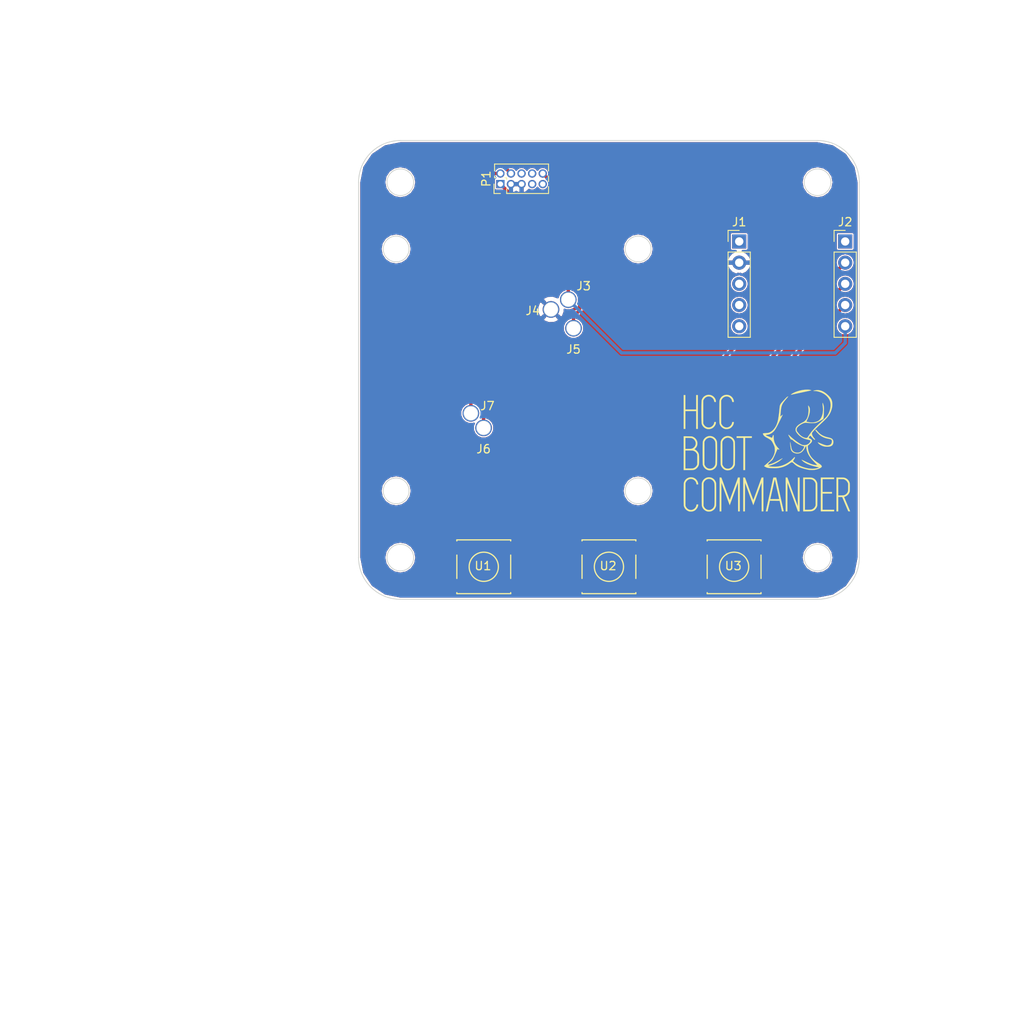
<source format=kicad_pcb>
(kicad_pcb (version 4) (host pcbnew 4.0.4-stable)

  (general
    (links 20)
    (no_connects 1)
    (area 61.42 50.05 184.141484 171.150001)
    (thickness 1.6)
    (drawings 24)
    (tracks 34)
    (zones 0)
    (modules 15)
    (nets 18)
  )

  (page A3)
  (title_block
    (title "Sensory Adaptation Robot")
    (date 2016-03-10)
    (rev 0.1a)
    (company "Idle Hands Dev.")
    (comment 1 "Sean Hodgins")
  )

  (layers
    (0 F.Cu signal)
    (31 B.Cu signal)
    (32 B.Adhes user)
    (33 F.Adhes user)
    (34 B.Paste user)
    (35 F.Paste user)
    (36 B.SilkS user)
    (37 F.SilkS user)
    (38 B.Mask user)
    (39 F.Mask user)
    (40 Dwgs.User user)
    (41 Cmts.User user)
    (42 Eco1.User user)
    (43 Eco2.User user)
    (44 Edge.Cuts user)
    (45 Margin user)
    (46 B.CrtYd user)
    (47 F.CrtYd user)
    (48 B.Fab user hide)
    (49 F.Fab user hide)
  )

  (setup
    (last_trace_width 0.2)
    (user_trace_width 0.2)
    (user_trace_width 0.4)
    (user_trace_width 0.6)
    (user_trace_width 0.8)
    (user_trace_width 1)
    (trace_clearance 0.15)
    (zone_clearance 0.15)
    (zone_45_only yes)
    (trace_min 0.2)
    (segment_width 0.1)
    (edge_width 0.1)
    (via_size 0.6)
    (via_drill 0.4)
    (via_min_size 0.4)
    (via_min_drill 0.2)
    (user_via 0.4 0.2)
    (user_via 0.5 0.4)
    (user_via 0.6 0.3)
    (user_via 0.89 0.5)
    (uvia_size 0.3)
    (uvia_drill 0.1)
    (uvias_allowed no)
    (uvia_min_size 0.2)
    (uvia_min_drill 0.1)
    (pcb_text_width 0.3)
    (pcb_text_size 1.5 1.5)
    (mod_edge_width 0.15)
    (mod_text_size 1 1)
    (mod_text_width 0.15)
    (pad_size 1.5 1.9)
    (pad_drill 0)
    (pad_to_mask_clearance 0)
    (aux_axis_origin 104.36 121.68)
    (grid_origin 104.36 121.69)
    (visible_elements 7FFFEE7F)
    (pcbplotparams
      (layerselection 0x010fc_80000001)
      (usegerberextensions false)
      (excludeedgelayer true)
      (linewidth 0.100000)
      (plotframeref false)
      (viasonmask false)
      (mode 1)
      (useauxorigin false)
      (hpglpennumber 1)
      (hpglpenspeed 20)
      (hpglpendiameter 15)
      (hpglpenoverlay 2)
      (psnegative false)
      (psa4output false)
      (plotreference true)
      (plotvalue true)
      (plotinvisibletext false)
      (padsonsilk false)
      (subtractmaskfromsilk false)
      (outputformat 1)
      (mirror false)
      (drillshape 0)
      (scaleselection 1)
      (outputdirectory gerbs/))
  )

  (net 0 "")
  (net 1 GND)
  (net 2 +3V3)
  (net 3 BATT)
  (net 4 4)
  (net 5 3)
  (net 6 RST_TRNK)
  (net 7 USB)
  (net 8 0)
  (net 9 1)
  (net 10 2)
  (net 11 RST)
  (net 12 SWDIO)
  (net 13 SWCLK)
  (net 14 "Net-(P1-Pad6)")
  (net 15 "Net-(P1-Pad7)")
  (net 16 "Net-(P1-Pad8)")
  (net 17 "Net-(P1-Pad9)")

  (net_class Default "This is the default net class."
    (clearance 0.15)
    (trace_width 0.2)
    (via_dia 0.6)
    (via_drill 0.4)
    (uvia_dia 0.3)
    (uvia_drill 0.1)
    (add_net +3V3)
    (add_net 0)
    (add_net 1)
    (add_net 2)
    (add_net 3)
    (add_net 4)
    (add_net BATT)
    (add_net GND)
    (add_net "Net-(P1-Pad6)")
    (add_net "Net-(P1-Pad7)")
    (add_net "Net-(P1-Pad8)")
    (add_net "Net-(P1-Pad9)")
    (add_net RST)
    (add_net RST_TRNK)
    (add_net SWCLK)
    (add_net SWDIO)
    (add_net USB)
  )

  (module project_footprints:BC_SILK (layer F.Cu) (tedit 0) (tstamp 5B3BC3A5)
    (at 153.36 101.69)
    (fp_text reference G*** (at 0 0) (layer F.SilkS) hide
      (effects (font (thickness 0.3)))
    )
    (fp_text value LOGO (at 0.75 0) (layer F.SilkS) hide
      (effects (font (thickness 0.3)))
    )
    (fp_poly (pts (xy -9.042916 5.5838) (xy -8.893078 5.614448) (xy -8.749636 5.672029) (xy -8.616337 5.756504)
      (xy -8.513963 5.849254) (xy -8.420127 5.966247) (xy -8.348396 6.092774) (xy -8.301415 6.222912)
      (xy -8.281829 6.350743) (xy -8.281415 6.369868) (xy -8.281227 6.437421) (xy -8.375333 6.437421)
      (xy -8.427841 6.436677) (xy -8.45691 6.431679) (xy -8.470888 6.418284) (xy -8.478125 6.392348)
      (xy -8.479408 6.385763) (xy -8.498584 6.293968) (xy -8.51729 6.224678) (xy -8.538694 6.168815)
      (xy -8.565964 6.117304) (xy -8.582243 6.091189) (xy -8.675841 5.973748) (xy -8.787851 5.882182)
      (xy -8.917613 5.816932) (xy -9.044626 5.781879) (xy -9.174738 5.773269) (xy -9.304059 5.793805)
      (xy -9.428084 5.841058) (xy -9.542307 5.912602) (xy -9.642221 6.00601) (xy -9.72332 6.118855)
      (xy -9.744687 6.158927) (xy -9.799187 6.269857) (xy -9.799187 9.005111) (xy -9.744687 9.116041)
      (xy -9.668212 9.239339) (xy -9.573563 9.339647) (xy -9.464554 9.416295) (xy -9.345001 9.468611)
      (xy -9.21872 9.495926) (xy -9.089526 9.497569) (xy -8.961237 9.472868) (xy -8.837666 9.421154)
      (xy -8.722631 9.341756) (xy -8.680783 9.30302) (xy -8.600552 9.207645) (xy -8.539337 9.103899)
      (xy -8.501884 9.000283) (xy -8.496334 8.972653) (xy -8.485726 8.907612) (xy -8.476109 8.867642)
      (xy -8.462092 8.846673) (xy -8.438279 8.838634) (xy -8.399278 8.837456) (xy -8.376293 8.837547)
      (xy -8.281227 8.837547) (xy -8.281227 8.906189) (xy -8.295613 9.02414) (xy -8.336228 9.146679)
      (xy -8.399253 9.268008) (xy -8.480872 9.382327) (xy -8.577267 9.483839) (xy -8.684621 9.566745)
      (xy -8.73571 9.596554) (xy -8.867437 9.650602) (xy -9.012154 9.683874) (xy -9.160265 9.695228)
      (xy -9.302176 9.683523) (xy -9.360111 9.670793) (xy -9.50885 9.614806) (xy -9.645612 9.531986)
      (xy -9.76653 9.426237) (xy -9.867737 9.301464) (xy -9.945363 9.161572) (xy -9.989474 9.035401)
      (xy -9.994391 9.000194) (xy -9.998821 8.936202) (xy -10.002764 8.846428) (xy -10.006219 8.733873)
      (xy -10.009187 8.601539) (xy -10.011667 8.452427) (xy -10.01366 8.28954) (xy -10.015165 8.115878)
      (xy -10.016183 7.934444) (xy -10.016714 7.74824) (xy -10.016758 7.560266) (xy -10.016314 7.373525)
      (xy -10.015383 7.191019) (xy -10.013964 7.015748) (xy -10.012059 6.850716) (xy -10.009666 6.698923)
      (xy -10.006785 6.563371) (xy -10.003417 6.447063) (xy -9.999561 6.352998) (xy -9.995218 6.284181)
      (xy -9.990388 6.243611) (xy -9.989474 6.239567) (xy -9.940335 6.103981) (xy -9.866963 5.972212)
      (xy -9.775974 5.855745) (xy -9.756906 5.83596) (xy -9.63129 5.731341) (xy -9.493336 5.653856)
      (xy -9.346791 5.603464) (xy -9.195402 5.580125) (xy -9.042916 5.5838)) (layer F.SilkS) (width 0.01))
    (fp_poly (pts (xy -6.930163 5.583182) (xy -6.785856 5.602317) (xy -6.655497 5.643747) (xy -6.528698 5.711047)
      (xy -6.495891 5.732638) (xy -6.380483 5.828086) (xy -6.280492 5.944072) (xy -6.200877 6.073492)
      (xy -6.146596 6.209245) (xy -6.136682 6.247125) (xy -6.133719 6.276008) (xy -6.131044 6.333745)
      (xy -6.128655 6.417404) (xy -6.126552 6.524052) (xy -6.124736 6.650753) (xy -6.123207 6.794576)
      (xy -6.121964 6.952587) (xy -6.121008 7.121852) (xy -6.120338 7.299438) (xy -6.119955 7.482412)
      (xy -6.119859 7.667839) (xy -6.120049 7.852787) (xy -6.120526 8.034322) (xy -6.121289 8.20951)
      (xy -6.122339 8.375419) (xy -6.123675 8.529114) (xy -6.125298 8.667662) (xy -6.127208 8.788131)
      (xy -6.129404 8.887586) (xy -6.131887 8.963093) (xy -6.134656 9.01172) (xy -6.136682 9.027843)
      (xy -6.167856 9.1238) (xy -6.216704 9.22794) (xy -6.276819 9.327695) (xy -6.317355 9.382341)
      (xy -6.394867 9.46182) (xy -6.492281 9.538407) (xy -6.598127 9.604065) (xy -6.699687 9.650311)
      (xy -6.786138 9.672658) (xy -6.890163 9.686666) (xy -7.000136 9.691834) (xy -7.104429 9.687662)
      (xy -7.191418 9.67365) (xy -7.198409 9.671775) (xy -7.349596 9.613529) (xy -7.487654 9.529053)
      (xy -7.608931 9.422037) (xy -7.709777 9.296175) (xy -7.786541 9.155157) (xy -7.827772 9.035401)
      (xy -7.832689 9.000194) (xy -7.837119 8.936202) (xy -7.841062 8.846428) (xy -7.844517 8.733873)
      (xy -7.847485 8.601539) (xy -7.849965 8.452427) (xy -7.851958 8.28954) (xy -7.853464 8.115878)
      (xy -7.854482 7.934444) (xy -7.855013 7.74824) (xy -7.855057 7.560266) (xy -7.854613 7.373525)
      (xy -7.853681 7.191019) (xy -7.852263 7.015748) (xy -7.850357 6.850716) (xy -7.847964 6.698923)
      (xy -7.845083 6.563371) (xy -7.841715 6.447063) (xy -7.837859 6.352998) (xy -7.833516 6.284181)
      (xy -7.831811 6.269857) (xy -7.637485 6.269857) (xy -7.637485 9.005111) (xy -7.582984 9.116041)
      (xy -7.506392 9.239234) (xy -7.410175 9.340917) (xy -7.298145 9.419253) (xy -7.174117 9.472407)
      (xy -7.041902 9.498542) (xy -6.905314 9.495823) (xy -6.826212 9.480462) (xy -6.693134 9.429973)
      (xy -6.574892 9.353619) (xy -6.474962 9.255221) (xy -6.396826 9.138601) (xy -6.343962 9.007581)
      (xy -6.327162 8.932273) (xy -6.323899 8.895855) (xy -6.320979 8.830999) (xy -6.318402 8.740813)
      (xy -6.316165 8.628404) (xy -6.314269 8.496878) (xy -6.312714 8.349341) (xy -6.311498 8.188902)
      (xy -6.310621 8.018665) (xy -6.310083 7.84174) (xy -6.309883 7.661231) (xy -6.31002 7.480246)
      (xy -6.310494 7.301891) (xy -6.311304 7.129274) (xy -6.312449 6.965501) (xy -6.31393 6.813679)
      (xy -6.315745 6.676915) (xy -6.317894 6.558315) (xy -6.320377 6.460987) (xy -6.323192 6.388036)
      (xy -6.32634 6.34257) (xy -6.32764 6.33305) (xy -6.366835 6.20001) (xy -6.430798 6.07994)
      (xy -6.515701 5.975653) (xy -6.617719 5.889959) (xy -6.733024 5.82567) (xy -6.857788 5.785598)
      (xy -6.988186 5.772554) (xy -7.079408 5.780777) (xy -7.219138 5.820359) (xy -7.34608 5.887559)
      (xy -7.456388 5.979487) (xy -7.546215 6.093256) (xy -7.582984 6.158927) (xy -7.637485 6.269857)
      (xy -7.831811 6.269857) (xy -7.828686 6.243611) (xy -7.827772 6.239567) (xy -7.772857 6.089389)
      (xy -7.691114 5.950808) (xy -7.586411 5.828624) (xy -7.462619 5.72764) (xy -7.372806 5.675168)
      (xy -7.2501 5.622112) (xy -7.134108 5.59161) (xy -7.012149 5.581027) (xy -6.930163 5.583182)) (layer F.SilkS) (width 0.01))
    (fp_poly (pts (xy -5.496222 5.618836) (xy -5.002289 6.965926) (xy -4.929685 7.163656) (xy -4.86009 7.352646)
      (xy -4.794291 7.530792) (xy -4.733074 7.695987) (xy -4.677226 7.846129) (xy -4.627532 7.979113)
      (xy -4.584781 8.092833) (xy -4.549757 8.185186) (xy -4.523248 8.254067) (xy -4.50604 8.297372)
      (xy -4.49892 8.312996) (xy -4.498861 8.313016) (xy -4.492152 8.298425) (xy -4.475382 8.256054)
      (xy -4.449331 8.188007) (xy -4.414782 8.096389) (xy -4.372516 7.983302) (xy -4.323314 7.85085)
      (xy -4.267958 7.701138) (xy -4.207229 7.536269) (xy -4.141908 7.358347) (xy -4.072777 7.169475)
      (xy -4.000618 6.971759) (xy -3.997093 6.962087) (xy -3.504819 5.611158) (xy -3.397528 5.611023)
      (xy -3.290238 5.610888) (xy -3.290238 9.66408) (xy -3.49673 9.66408) (xy -3.500774 7.935513)
      (xy -3.504819 6.206946) (xy -3.99756 7.561673) (xy -4.069803 7.760062) (xy -4.139029 7.94971)
      (xy -4.204461 8.128515) (xy -4.265323 8.294378) (xy -4.320838 8.445195) (xy -4.370229 8.578865)
      (xy -4.412721 8.693287) (xy -4.447535 8.78636) (xy -4.473897 8.855981) (xy -4.491028 8.90005)
      (xy -4.498153 8.916464) (xy -4.498248 8.916524) (xy -4.504752 8.901961) (xy -4.521366 8.859637)
      (xy -4.547305 8.791659) (xy -4.581788 8.700131) (xy -4.62403 8.587159) (xy -4.673249 8.454849)
      (xy -4.728661 8.305305) (xy -4.789484 8.140633) (xy -4.854934 7.962939) (xy -4.924228 7.774327)
      (xy -4.996584 7.576903) (xy -4.998936 7.570476) (xy -5.491677 6.224304) (xy -5.499767 9.66408)
      (xy -5.706258 9.66408) (xy -5.706258 5.609436) (xy -5.496222 5.618836)) (layer F.SilkS) (width 0.01))
    (fp_poly (pts (xy -2.666936 5.618836) (xy -2.173002 6.965926) (xy -2.100398 7.163656) (xy -2.030803 7.352646)
      (xy -1.965004 7.530792) (xy -1.903787 7.695987) (xy -1.847939 7.846129) (xy -1.798246 7.979113)
      (xy -1.755494 8.092833) (xy -1.720471 8.185186) (xy -1.693962 8.254067) (xy -1.676754 8.297372)
      (xy -1.669633 8.312996) (xy -1.669575 8.313016) (xy -1.662866 8.298425) (xy -1.646095 8.256054)
      (xy -1.620045 8.188007) (xy -1.585496 8.096389) (xy -1.54323 7.983302) (xy -1.494028 7.85085)
      (xy -1.438672 7.701138) (xy -1.377942 7.536269) (xy -1.312622 7.358347) (xy -1.243491 7.169475)
      (xy -1.171331 6.971759) (xy -1.167806 6.962087) (xy -0.675532 5.611158) (xy -0.568242 5.611023)
      (xy -0.460951 5.610888) (xy -0.460951 9.66408) (xy -0.667444 9.66408) (xy -0.675532 6.206946)
      (xy -1.168273 7.561673) (xy -1.240516 7.760062) (xy -1.309742 7.94971) (xy -1.375174 8.128515)
      (xy -1.436036 8.294378) (xy -1.491551 8.445195) (xy -1.540943 8.578865) (xy -1.583434 8.693287)
      (xy -1.618249 8.78636) (xy -1.64461 8.855981) (xy -1.661741 8.90005) (xy -1.668866 8.916464)
      (xy -1.668961 8.916524) (xy -1.675466 8.901961) (xy -1.692079 8.859637) (xy -1.718019 8.791659)
      (xy -1.752501 8.700131) (xy -1.794743 8.587159) (xy -1.843962 8.454849) (xy -1.899375 8.305305)
      (xy -1.960197 8.140633) (xy -2.025647 7.962939) (xy -2.094942 7.774327) (xy -2.167297 7.576903)
      (xy -2.16965 7.570476) (xy -2.662391 6.224304) (xy -2.666435 7.944192) (xy -2.67048 9.66408)
      (xy -2.876972 9.66408) (xy -2.876972 5.609436) (xy -2.666936 5.618836)) (layer F.SilkS) (width 0.01))
    (fp_poly (pts (xy 1.072903 5.61106) (xy 1.51661 7.609754) (xy 1.571435 7.856681) (xy 1.624421 8.095258)
      (xy 1.675153 8.323622) (xy 1.723217 8.539906) (xy 1.768197 8.742248) (xy 1.809679 8.928781)
      (xy 1.847248 9.097641) (xy 1.880488 9.246965) (xy 1.908986 9.374886) (xy 1.932326 9.479541)
      (xy 1.950093 9.559064) (xy 1.961872 9.611591) (xy 1.967249 9.635258) (xy 1.967493 9.636264)
      (xy 1.967679 9.65121) (xy 1.954333 9.659635) (xy 1.921159 9.663327) (xy 1.869501 9.66408)
      (xy 1.816267 9.663531) (xy 1.778289 9.662093) (xy 1.763886 9.660106) (xy 1.76045 9.644253)
      (xy 1.750826 9.600665) (xy 1.735747 9.532634) (xy 1.715944 9.443453) (xy 1.692147 9.336415)
      (xy 1.665089 9.214811) (xy 1.635501 9.081934) (xy 1.623548 9.028285) (xy 1.483655 8.400438)
      (xy 0.902105 8.39627) (xy 0.320555 8.392101) (xy 0.305945 8.459849) (xy 0.299179 8.490815)
      (xy 0.28642 8.548818) (xy 0.268552 8.629855) (xy 0.246456 8.729928) (xy 0.221018 8.845034)
      (xy 0.19312 8.971172) (xy 0.165536 9.095805) (xy 0.039737 9.664013) (xy -0.064948 9.664046)
      (xy -0.169632 9.66408) (xy 0.159621 8.18146) (xy 0.368822 8.18146) (xy 0.374297 8.187495)
      (xy 0.388653 8.192203) (xy 0.414986 8.195748) (xy 0.456391 8.198293) (xy 0.515964 8.200001)
      (xy 0.596799 8.201036) (xy 0.701992 8.201562) (xy 0.834639 8.201741) (xy 0.896206 8.201752)
      (xy 1.0471 8.201504) (xy 1.168778 8.200697) (xy 1.263807 8.199235) (xy 1.334759 8.197022)
      (xy 1.384201 8.193964) (xy 1.414704 8.189964) (xy 1.428836 8.184927) (xy 1.430569 8.181883)
      (xy 1.427204 8.162835) (xy 1.417536 8.11573) (xy 1.402219 8.043528) (xy 1.381911 7.949191)
      (xy 1.357268 7.835679) (xy 1.328946 7.705955) (xy 1.2976 7.562978) (xy 1.263888 7.409711)
      (xy 1.228466 7.249113) (xy 1.191989 7.084147) (xy 1.155114 6.917773) (xy 1.118497 6.752951)
      (xy 1.082795 6.592645) (xy 1.048663 6.439813) (xy 1.016759 6.297418) (xy 0.987737 6.168421)
      (xy 0.962254 6.055781) (xy 0.940967 5.962462) (xy 0.924532 5.891423) (xy 0.913605 5.845625)
      (xy 0.908983 5.828338) (xy 0.903407 5.837901) (xy 0.891498 5.87744) (xy 0.873523 5.945833)
      (xy 0.84975 6.041959) (xy 0.820444 6.164694) (xy 0.785873 6.312919) (xy 0.746302 6.485511)
      (xy 0.701999 6.681348) (xy 0.653231 6.89931) (xy 0.636898 6.972769) (xy 0.595007 7.161389)
      (xy 0.555012 7.341351) (xy 0.517461 7.510189) (xy 0.482906 7.665438) (xy 0.451896 7.804631)
      (xy 0.424979 7.925305) (xy 0.402706 8.024993) (xy 0.385626 8.101231) (xy 0.374289 8.151554)
      (xy 0.369245 8.173495) (xy 0.369133 8.173936) (xy 0.368822 8.18146) (xy 0.159621 8.18146)
      (xy 0.272483 7.673248) (xy 0.327252 7.426646) (xy 0.3802 7.188287) (xy 0.430909 6.960049)
      (xy 0.478962 6.74381) (xy 0.523941 6.541449) (xy 0.565428 6.354843) (xy 0.603005 6.185871)
      (xy 0.636255 6.036412) (xy 0.66476 5.908343) (xy 0.688102 5.803542) (xy 0.705864 5.723888)
      (xy 0.717628 5.67126) (xy 0.722976 5.647535) (xy 0.723183 5.646652) (xy 0.7286 5.630851)
      (xy 0.739679 5.620557) (xy 0.762307 5.614599) (xy 0.802373 5.611804) (xy 0.865763 5.611)
      (xy 0.902336 5.610974) (xy 1.072903 5.61106)) (layer F.SilkS) (width 0.01))
    (fp_poly (pts (xy 3.037095 7.334691) (xy 3.663767 9.058494) (xy 3.667811 7.334691) (xy 3.671856 5.610888)
      (xy 3.878348 5.610888) (xy 3.878348 9.66408) (xy 3.678834 9.66408) (xy 3.051401 7.938344)
      (xy 2.423967 6.212609) (xy 2.419923 7.938344) (xy 2.415878 9.66408) (xy 2.209386 9.66408)
      (xy 2.209386 5.610888) (xy 2.410424 5.610888) (xy 3.037095 7.334691)) (layer F.SilkS) (width 0.01))
    (fp_poly (pts (xy 4.932951 5.611232) (xy 5.057442 5.612634) (xy 5.158832 5.615652) (xy 5.241462 5.620842)
      (xy 5.309675 5.628763) (xy 5.367812 5.639971) (xy 5.420216 5.655023) (xy 5.471228 5.674476)
      (xy 5.525192 5.698888) (xy 5.546376 5.709094) (xy 5.662433 5.781743) (xy 5.769051 5.879423)
      (xy 5.861316 5.995698) (xy 5.934316 6.124132) (xy 5.983137 6.258291) (xy 5.990824 6.291176)
      (xy 5.994572 6.324831) (xy 5.997858 6.387557) (xy 6.000684 6.479698) (xy 6.003056 6.601599)
      (xy 6.004978 6.753603) (xy 6.006455 6.936055) (xy 6.007491 7.1493) (xy 6.00809 7.39368)
      (xy 6.00826 7.637484) (xy 6.008045 7.909848) (xy 6.007398 8.150769) (xy 6.006314 8.360592)
      (xy 6.004788 8.539661) (xy 6.002816 8.68832) (xy 6.000394 8.806914) (xy 5.997517 8.895786)
      (xy 5.994181 8.955281) (xy 5.990824 8.983792) (xy 5.948652 9.11837) (xy 5.881101 9.248796)
      (xy 5.793084 9.368632) (xy 5.689516 9.471445) (xy 5.575311 9.550797) (xy 5.546376 9.565874)
      (xy 5.490266 9.592225) (xy 5.438683 9.613416) (xy 5.387287 9.630003) (xy 5.331735 9.642543)
      (xy 5.267686 9.651593) (xy 5.190796 9.657711) (xy 5.096724 9.661454) (xy 4.981129 9.663379)
      (xy 4.839667 9.664042) (xy 4.781016 9.66408) (xy 4.307509 9.66408) (xy 4.307509 5.801627)
      (xy 4.514142 5.801627) (xy 4.514142 9.473341) (xy 4.86049 9.473341) (xy 4.992246 9.472646)
      (xy 5.096623 9.470398) (xy 5.178006 9.466357) (xy 5.240779 9.460279) (xy 5.289326 9.451922)
      (xy 5.301573 9.448986) (xy 5.426537 9.401184) (xy 5.542088 9.326816) (xy 5.642579 9.230882)
      (xy 5.722363 9.118383) (xy 5.758009 9.044853) (xy 5.793679 8.956758) (xy 5.793679 6.31821)
      (xy 5.758009 6.230115) (xy 5.707729 6.134754) (xy 5.637612 6.040496) (xy 5.556491 5.957861)
      (xy 5.483729 5.90354) (xy 5.428837 5.872553) (xy 5.374818 5.848408) (xy 5.316706 5.830293)
      (xy 5.249536 5.817397) (xy 5.168342 5.808907) (xy 5.068161 5.804011) (xy 4.944025 5.801898)
      (xy 4.86049 5.801627) (xy 4.514142 5.801627) (xy 4.307509 5.801627) (xy 4.307509 5.610888)
      (xy 4.781016 5.610888) (xy 4.932951 5.611232)) (layer F.SilkS) (width 0.01))
    (fp_poly (pts (xy 8.011013 5.801627) (xy 6.62816 5.801627) (xy 6.62816 7.343429) (xy 7.756696 7.343429)
      (xy 7.756696 7.534167) (xy 6.62816 7.534167) (xy 6.62816 9.473341) (xy 8.011013 9.473341)
      (xy 8.011013 9.66408) (xy 6.421527 9.66408) (xy 6.421527 5.610888) (xy 8.011013 5.610888)
      (xy 8.011013 5.801627)) (layer F.SilkS) (width 0.01))
    (fp_poly (pts (xy 8.868916 5.611341) (xy 8.987811 5.613129) (xy 9.084329 5.616896) (xy 9.163176 5.623285)
      (xy 9.229053 5.63294) (xy 9.286664 5.646504) (xy 9.340713 5.664621) (xy 9.395902 5.687935)
      (xy 9.440619 5.709094) (xy 9.55579 5.781272) (xy 9.661772 5.878486) (xy 9.753711 5.994281)
      (xy 9.826751 6.122202) (xy 9.876038 6.255792) (xy 9.886706 6.302315) (xy 9.893255 6.357746)
      (xy 9.897698 6.44416) (xy 9.900018 6.560819) (xy 9.900198 6.706986) (xy 9.898929 6.834793)
      (xy 9.896936 6.966398) (xy 9.894791 7.070509) (xy 9.892171 7.151422) (xy 9.888751 7.213432)
      (xy 9.88421 7.260835) (xy 9.878223 7.297925) (xy 9.870468 7.328999) (xy 9.86062 7.358352)
      (xy 9.859249 7.362054) (xy 9.785915 7.514703) (xy 9.687877 7.648798) (xy 9.567676 7.76184)
      (xy 9.427855 7.851334) (xy 9.309147 7.902373) (xy 9.257935 7.922594) (xy 9.222308 7.941223)
      (xy 9.209308 7.954511) (xy 9.209514 7.955381) (xy 9.216903 7.9728) (xy 9.23547 8.016563)
      (xy 9.263976 8.08375) (xy 9.301184 8.171441) (xy 9.345852 8.276717) (xy 9.396744 8.396656)
      (xy 9.452619 8.52834) (xy 9.512239 8.668848) (xy 9.513004 8.670651) (xy 9.575088 8.81701)
      (xy 9.635429 8.959344) (xy 9.692464 9.093963) (xy 9.744634 9.217181) (xy 9.790377 9.325308)
      (xy 9.828133 9.414657) (xy 9.856339 9.48154) (xy 9.871544 9.517739) (xy 9.933326 9.665453)
      (xy 9.820987 9.660793) (xy 9.708648 9.656132) (xy 9.348511 8.805757) (xy 8.988375 7.955381)
      (xy 8.746064 7.950994) (xy 8.503754 7.946606) (xy 8.503754 9.66408) (xy 8.297121 9.66408)
      (xy 8.297121 7.759427) (xy 8.503754 7.759427) (xy 8.84152 7.753428) (xy 8.957083 7.751067)
      (xy 9.04594 7.748307) (xy 9.113174 7.744673) (xy 9.163871 7.739688) (xy 9.203112 7.732877)
      (xy 9.235983 7.723763) (xy 9.262245 7.714038) (xy 9.383944 7.649519) (xy 9.492331 7.561598)
      (xy 9.581853 7.455977) (xy 9.64696 7.33836) (xy 9.659327 7.306167) (xy 9.667847 7.278366)
      (xy 9.674519 7.246793) (xy 9.679559 7.207368) (xy 9.683186 7.156007) (xy 9.685618 7.088631)
      (xy 9.687072 7.001158) (xy 9.687767 6.889506) (xy 9.687922 6.770372) (xy 9.687922 6.316527)
      (xy 9.628826 6.19697) (xy 9.548219 6.068964) (xy 9.444028 5.961289) (xy 9.319262 5.876906)
      (xy 9.286712 5.860506) (xy 9.179286 5.809665) (xy 8.503754 5.798465) (xy 8.503754 7.759427)
      (xy 8.297121 7.759427) (xy 8.297121 5.610888) (xy 8.722943 5.610888) (xy 8.868916 5.611341)) (layer F.SilkS) (width 0.01))
    (fp_poly (pts (xy -6.818899 0.639878) (xy -6.674592 0.659013) (xy -6.544233 0.700443) (xy -6.417434 0.767743)
      (xy -6.384627 0.789334) (xy -6.269219 0.884782) (xy -6.169227 1.000768) (xy -6.089612 1.130188)
      (xy -6.035332 1.265941) (xy -6.025418 1.303821) (xy -6.022455 1.332703) (xy -6.01978 1.390441)
      (xy -6.017391 1.4741) (xy -6.015288 1.580747) (xy -6.013472 1.707449) (xy -6.011943 1.851272)
      (xy -6.0107 2.009283) (xy -6.009744 2.178548) (xy -6.009074 2.356134) (xy -6.008691 2.539108)
      (xy -6.008595 2.724535) (xy -6.008785 2.909483) (xy -6.009262 3.091017) (xy -6.010025 3.266206)
      (xy -6.011075 3.432115) (xy -6.012411 3.58581) (xy -6.014034 3.724358) (xy -6.015944 3.844827)
      (xy -6.01814 3.944281) (xy -6.020623 4.019789) (xy -6.023392 4.068416) (xy -6.025418 4.084539)
      (xy -6.056592 4.180495) (xy -6.10544 4.284636) (xy -6.165555 4.384391) (xy -6.206091 4.439036)
      (xy -6.283603 4.518515) (xy -6.381017 4.595103) (xy -6.486863 4.660761) (xy -6.588423 4.707007)
      (xy -6.674874 4.729354) (xy -6.778899 4.743362) (xy -6.888871 4.74853) (xy -6.993165 4.744358)
      (xy -7.080154 4.730346) (xy -7.087145 4.728471) (xy -7.238332 4.670225) (xy -7.37639 4.585749)
      (xy -7.497667 4.478733) (xy -7.598513 4.352871) (xy -7.675276 4.211853) (xy -7.716508 4.092097)
      (xy -7.721425 4.05689) (xy -7.725855 3.992898) (xy -7.729798 3.903124) (xy -7.733253 3.790569)
      (xy -7.736221 3.658235) (xy -7.738701 3.509123) (xy -7.740694 3.346236) (xy -7.7422 3.172574)
      (xy -7.743218 2.99114) (xy -7.743749 2.804935) (xy -7.743792 2.616962) (xy -7.743349 2.430221)
      (xy -7.742417 2.247715) (xy -7.740999 2.072444) (xy -7.739093 1.907412) (xy -7.736699 1.755619)
      (xy -7.733819 1.620067) (xy -7.730451 1.503758) (xy -7.726595 1.409694) (xy -7.722252 1.340877)
      (xy -7.720547 1.326553) (xy -7.526221 1.326553) (xy -7.526221 4.061807) (xy -7.47172 4.172737)
      (xy -7.395128 4.29593) (xy -7.298911 4.397612) (xy -7.186881 4.475949) (xy -7.062853 4.529103)
      (xy -6.930638 4.555238) (xy -6.79405 4.552519) (xy -6.714948 4.537158) (xy -6.58187 4.486669)
      (xy -6.463627 4.410315) (xy -6.363698 4.311917) (xy -6.285562 4.195297) (xy -6.232698 4.064277)
      (xy -6.215897 3.988969) (xy -6.212635 3.95255) (xy -6.209715 3.887695) (xy -6.207137 3.797509)
      (xy -6.204901 3.6851) (xy -6.203005 3.553573) (xy -6.20145 3.406037) (xy -6.200234 3.245597)
      (xy -6.199357 3.075361) (xy -6.198819 2.898435) (xy -6.198619 2.717927) (xy -6.198756 2.536942)
      (xy -6.199229 2.358587) (xy -6.20004 2.18597) (xy -6.201185 2.022197) (xy -6.202666 1.870375)
      (xy -6.204481 1.733611) (xy -6.20663 1.615011) (xy -6.209113 1.517682) (xy -6.211928 1.444732)
      (xy -6.215076 1.399266) (xy -6.216376 1.389746) (xy -6.255571 1.256706) (xy -6.319533 1.136636)
      (xy -6.404437 1.032349) (xy -6.506455 0.946655) (xy -6.62176 0.882366) (xy -6.746524 0.842294)
      (xy -6.876921 0.82925) (xy -6.968144 0.837473) (xy -7.107874 0.877055) (xy -7.234816 0.944254)
      (xy -7.345124 1.036183) (xy -7.434951 1.149952) (xy -7.47172 1.215623) (xy -7.526221 1.326553)
      (xy -7.720547 1.326553) (xy -7.717422 1.300307) (xy -7.716508 1.296263) (xy -7.661593 1.146085)
      (xy -7.579849 1.007504) (xy -7.475147 0.88532) (xy -7.351355 0.784336) (xy -7.261541 0.731864)
      (xy -7.138836 0.678808) (xy -7.022844 0.648306) (xy -6.900885 0.637723) (xy -6.818899 0.639878)) (layer F.SilkS) (width 0.01))
    (fp_poly (pts (xy -4.673092 0.639878) (xy -4.528785 0.659013) (xy -4.398426 0.700443) (xy -4.271627 0.767743)
      (xy -4.23882 0.789334) (xy -4.123411 0.884782) (xy -4.02342 1.000768) (xy -3.943805 1.130188)
      (xy -3.889525 1.265941) (xy -3.87961 1.303821) (xy -3.876648 1.332703) (xy -3.873972 1.390441)
      (xy -3.871583 1.4741) (xy -3.869481 1.580747) (xy -3.867665 1.707449) (xy -3.866136 1.851272)
      (xy -3.864893 2.009283) (xy -3.863937 2.178548) (xy -3.863267 2.356134) (xy -3.862884 2.539108)
      (xy -3.862788 2.724535) (xy -3.862978 2.909483) (xy -3.863454 3.091017) (xy -3.864218 3.266206)
      (xy -3.865268 3.432115) (xy -3.866604 3.58581) (xy -3.868227 3.724358) (xy -3.870137 3.844827)
      (xy -3.872333 3.944281) (xy -3.874816 4.019789) (xy -3.877585 4.068416) (xy -3.87961 4.084539)
      (xy -3.910785 4.180495) (xy -3.959633 4.284636) (xy -4.019747 4.384391) (xy -4.060284 4.439036)
      (xy -4.137796 4.518515) (xy -4.235209 4.595103) (xy -4.341056 4.660761) (xy -4.442616 4.707007)
      (xy -4.529067 4.729354) (xy -4.633092 4.743362) (xy -4.743064 4.74853) (xy -4.847358 4.744358)
      (xy -4.934346 4.730346) (xy -4.941337 4.728471) (xy -5.092525 4.670225) (xy -5.230582 4.585749)
      (xy -5.35186 4.478733) (xy -5.452706 4.352871) (xy -5.529469 4.211853) (xy -5.5707 4.092097)
      (xy -5.575618 4.05689) (xy -5.580048 3.992898) (xy -5.58399 3.903124) (xy -5.587446 3.790569)
      (xy -5.590413 3.658235) (xy -5.592894 3.509123) (xy -5.594887 3.346236) (xy -5.596392 3.172574)
      (xy -5.597411 2.99114) (xy -5.597942 2.804935) (xy -5.597985 2.616962) (xy -5.597541 2.430221)
      (xy -5.59661 2.247715) (xy -5.595192 2.072444) (xy -5.593286 1.907412) (xy -5.590892 1.755619)
      (xy -5.588011 1.620067) (xy -5.584643 1.503758) (xy -5.580788 1.409694) (xy -5.576445 1.340877)
      (xy -5.57474 1.326553) (xy -5.380413 1.326553) (xy -5.380413 4.061807) (xy -5.325913 4.172737)
      (xy -5.249321 4.29593) (xy -5.153104 4.397612) (xy -5.041074 4.475949) (xy -4.917045 4.529103)
      (xy -4.784831 4.555238) (xy -4.648243 4.552519) (xy -4.569141 4.537158) (xy -4.436063 4.486669)
      (xy -4.31782 4.410315) (xy -4.217891 4.311917) (xy -4.139755 4.195297) (xy -4.08689 4.064277)
      (xy -4.07009 3.988969) (xy -4.066828 3.95255) (xy -4.063908 3.887695) (xy -4.06133 3.797509)
      (xy -4.059094 3.6851) (xy -4.057198 3.553573) (xy -4.055643 3.406037) (xy -4.054427 3.245597)
      (xy -4.05355 3.075361) (xy -4.053012 2.898435) (xy -4.052811 2.717927) (xy -4.052948 2.536942)
      (xy -4.053422 2.358587) (xy -4.054232 2.18597) (xy -4.055378 2.022197) (xy -4.056859 1.870375)
      (xy -4.058674 1.733611) (xy -4.060823 1.615011) (xy -4.063306 1.517682) (xy -4.066121 1.444732)
      (xy -4.069269 1.399266) (xy -4.070569 1.389746) (xy -4.109764 1.256706) (xy -4.173726 1.136636)
      (xy -4.25863 1.032349) (xy -4.360648 0.946655) (xy -4.475952 0.882366) (xy -4.600717 0.842294)
      (xy -4.731114 0.82925) (xy -4.822337 0.837473) (xy -4.962066 0.877055) (xy -5.089009 0.944254)
      (xy -5.199317 1.036183) (xy -5.289144 1.149952) (xy -5.325913 1.215623) (xy -5.380413 1.326553)
      (xy -5.57474 1.326553) (xy -5.571615 1.300307) (xy -5.5707 1.296263) (xy -5.515786 1.146085)
      (xy -5.434042 1.007504) (xy -5.329339 0.88532) (xy -5.205547 0.784336) (xy -5.115734 0.731864)
      (xy -4.993029 0.678808) (xy -4.877037 0.648306) (xy -4.755077 0.637723) (xy -4.673092 0.639878)) (layer F.SilkS) (width 0.01))
    (fp_poly (pts (xy -9.525 0.670848) (xy -9.386866 0.672444) (xy -9.276528 0.674084) (xy -9.189993 0.676062)
      (xy -9.123271 0.678672) (xy -9.072367 0.68221) (xy -9.03329 0.68697) (xy -9.002047 0.693248)
      (xy -8.974646 0.701338) (xy -8.947094 0.711534) (xy -8.940864 0.713991) (xy -8.790767 0.788532)
      (xy -8.662063 0.882721) (xy -8.555491 0.993362) (xy -8.47179 1.117259) (xy -8.411699 1.251216)
      (xy -8.375958 1.392035) (xy -8.365305 1.53652) (xy -8.38048 1.681476) (xy -8.422221 1.823705)
      (xy -8.491268 1.960011) (xy -8.588359 2.087198) (xy -8.616547 2.116641) (xy -8.724352 2.224446)
      (xy -8.625975 2.276098) (xy -8.501876 2.358117) (xy -8.390655 2.464653) (xy -8.29725 2.58944)
      (xy -8.2266 2.726213) (xy -8.193632 2.824569) (xy -8.186041 2.871293) (xy -8.17977 2.944768)
      (xy -8.174815 3.039981) (xy -8.171175 3.151921) (xy -8.168846 3.275575) (xy -8.167825 3.405932)
      (xy -8.168111 3.537979) (xy -8.1697 3.666705) (xy -8.172589 3.787098) (xy -8.176777 3.894146)
      (xy -8.182259 3.982837) (xy -8.189035 4.048159) (xy -8.194301 4.076373) (xy -8.243917 4.210217)
      (xy -8.319415 4.339747) (xy -8.415193 4.457869) (xy -8.52565 4.557491) (xy -8.624446 4.621035)
      (xy -8.673374 4.645843) (xy -8.719897 4.666164) (xy -8.76779 4.682442) (xy -8.820826 4.695123)
      (xy -8.882776 4.70465) (xy -8.957415 4.711468) (xy -9.048516 4.716021) (xy -9.159851 4.718754)
      (xy -9.295194 4.72011) (xy -9.458317 4.720535) (xy -9.469368 4.720541) (xy -10.013767 4.720776)
      (xy -10.013767 2.368335) (xy -9.807134 2.368335) (xy -9.807134 4.530037) (xy -9.39465 4.530037)
      (xy -9.266475 4.529325) (xy -9.149697 4.527295) (xy -9.048892 4.524112) (xy -8.968634 4.519936)
      (xy -8.913499 4.51493) (xy -8.897935 4.512415) (xy -8.771772 4.470432) (xy -8.653704 4.401103)
      (xy -8.549127 4.308755) (xy -8.463437 4.197717) (xy -8.429391 4.136602) (xy -8.384543 4.045244)
      (xy -8.384543 2.853129) (xy -8.435676 2.748641) (xy -8.510624 2.630589) (xy -8.609115 2.530394)
      (xy -8.726204 2.451804) (xy -8.856949 2.398564) (xy -8.91638 2.384352) (xy -8.955748 2.379904)
      (xy -9.021414 2.37593) (xy -9.107891 2.372612) (xy -9.20969 2.370129) (xy -9.32132 2.368662)
      (xy -9.403985 2.368335) (xy -9.807134 2.368335) (xy -10.013767 2.368335) (xy -10.013767 0.858323)
      (xy -9.807134 0.858323) (xy -9.807134 2.180199) (xy -9.445526 2.174262) (xy -9.327005 2.172094)
      (xy -9.235333 2.16967) (xy -9.165571 2.166531) (xy -9.112779 2.162216) (xy -9.072018 2.156265)
      (xy -9.038347 2.148218) (xy -9.006828 2.137615) (xy -8.992489 2.132069) (xy -8.86911 2.066538)
      (xy -8.761637 1.976072) (xy -8.674092 1.865223) (xy -8.610497 1.738541) (xy -8.590752 1.677534)
      (xy -8.570634 1.545368) (xy -8.579677 1.414043) (xy -8.61542 1.287663) (xy -8.675405 1.17033)
      (xy -8.757169 1.066148) (xy -8.858252 0.979221) (xy -8.976194 0.913651) (xy -9.067389 0.882678)
      (xy -9.115588 0.873124) (xy -9.178041 0.866173) (xy -9.259206 0.861563) (xy -9.363538 0.859034)
      (xy -9.484629 0.858323) (xy -9.807134 0.858323) (xy -10.013767 0.858323) (xy -10.013767 0.665514)
      (xy -9.525 0.670848)) (layer F.SilkS) (width 0.01))
    (fp_poly (pts (xy -1.843805 0.858323) (xy -2.654443 0.858323) (xy -2.654443 4.720776) (xy -2.861077 4.720776)
      (xy -2.861077 0.858323) (xy -3.671715 0.858323) (xy -3.671715 0.667584) (xy -1.843805 0.667584)
      (xy -1.843805 0.858323)) (layer F.SilkS) (width 0.01))
    (fp_poly (pts (xy 6.226108 -4.857563) (xy 6.407605 -4.814695) (xy 6.471722 -4.794136) (xy 6.642179 -4.724685)
      (xy 6.813013 -4.631579) (xy 6.98677 -4.513115) (xy 7.165994 -4.36759) (xy 7.317616 -4.228035)
      (xy 7.454695 -4.087312) (xy 7.564963 -3.95386) (xy 7.650875 -3.822539) (xy 7.714888 -3.68821)
      (xy 7.759457 -3.545732) (xy 7.787038 -3.389966) (xy 7.799991 -3.218444) (xy 7.799037 -3.030561)
      (xy 7.780712 -2.851507) (xy 7.743382 -2.6702) (xy 7.694645 -2.503442) (xy 7.638687 -2.344947)
      (xy 7.576464 -2.195963) (xy 7.505774 -2.05349) (xy 7.424416 -1.914528) (xy 7.33019 -1.776077)
      (xy 7.220893 -1.635138) (xy 7.094325 -1.488711) (xy 6.948285 -1.333795) (xy 6.780572 -1.167392)
      (xy 6.588983 -0.986502) (xy 6.56589 -0.965161) (xy 6.368777 -0.781485) (xy 6.179608 -0.601546)
      (xy 6.001678 -0.428584) (xy 5.838277 -0.265839) (xy 5.692699 -0.116551) (xy 5.568235 0.016038)
      (xy 5.561559 0.023338) (xy 5.485681 0.107747) (xy 5.429744 0.174738) (xy 5.391436 0.229594)
      (xy 5.368445 0.277598) (xy 5.358457 0.324032) (xy 5.35916 0.37418) (xy 5.368242 0.433325)
      (xy 5.372553 0.455081) (xy 5.398593 0.545967) (xy 5.441274 0.638904) (xy 5.503438 0.738936)
      (xy 5.587928 0.851106) (xy 5.613106 0.881918) (xy 5.738222 1.032991) (xy 5.705591 1.065622)
      (xy 5.67296 1.098254) (xy 5.554065 0.991843) (xy 5.487408 0.929285) (xy 5.415676 0.857378)
      (xy 5.351785 0.789177) (xy 5.337071 0.772535) (xy 5.2655 0.692616) (xy 5.209079 0.638104)
      (xy 5.163821 0.609019) (xy 5.125741 0.605384) (xy 5.090852 0.62722) (xy 5.055169 0.674549)
      (xy 5.014704 0.747391) (xy 5.000974 0.774346) (xy 4.978529 0.820018) (xy 4.963365 0.85302)
      (xy 4.959199 0.864377) (xy 4.972581 0.873773) (xy 5.008584 0.893279) (xy 5.060994 0.919621)
      (xy 5.098279 0.937608) (xy 5.20798 0.996218) (xy 5.287615 1.054322) (xy 5.338805 1.113997)
      (xy 5.363169 1.177318) (xy 5.362325 1.246364) (xy 5.357115 1.269565) (xy 5.328186 1.33587)
      (xy 5.276932 1.411287) (xy 5.208586 1.489082) (xy 5.131561 1.559905) (xy 5.076662 1.607032)
      (xy 5.012965 1.664388) (xy 4.954111 1.719685) (xy 4.953259 1.720508) (xy 4.858965 1.811793)
      (xy 4.868986 1.998668) (xy 4.877824 2.103447) (xy 4.892599 2.216762) (xy 4.910943 2.321422)
      (xy 4.91768 2.35244) (xy 4.981066 2.58202) (xy 5.060619 2.788227) (xy 5.159454 2.976674)
      (xy 5.280687 3.152975) (xy 5.427434 3.322743) (xy 5.493057 3.389181) (xy 5.577758 3.469455)
      (xy 5.663504 3.544763) (xy 5.755502 3.619132) (xy 5.858959 3.69659) (xy 5.979083 3.781164)
      (xy 6.12108 3.876881) (xy 6.139036 3.888777) (xy 6.245721 3.960329) (xy 6.32887 4.018812)
      (xy 6.392206 4.067508) (xy 6.439453 4.109701) (xy 6.474336 4.148674) (xy 6.500579 4.187712)
      (xy 6.519092 4.223872) (xy 6.536823 4.271458) (xy 6.537262 4.309043) (xy 6.517604 4.345194)
      (xy 6.475045 4.388478) (xy 6.461183 4.400817) (xy 6.385312 4.455272) (xy 6.283692 4.509892)
      (xy 6.16226 4.562283) (xy 6.026954 4.61005) (xy 5.883712 4.6508) (xy 5.78623 4.67299)
      (xy 5.718009 4.685426) (xy 5.649897 4.694238) (xy 5.574525 4.699926) (xy 5.484523 4.702988)
      (xy 5.372526 4.703922) (xy 5.330231 4.703851) (xy 5.221382 4.703126) (xy 5.136211 4.701254)
      (xy 5.066606 4.697412) (xy 5.004458 4.69078) (xy 4.941656 4.680536) (xy 4.870089 4.665859)
      (xy 4.80025 4.650185) (xy 4.544662 4.589275) (xy 4.317866 4.529444) (xy 4.11695 4.469407)
      (xy 3.939005 4.407878) (xy 3.78112 4.343572) (xy 3.640384 4.275202) (xy 3.513888 4.201483)
      (xy 3.39872 4.12113) (xy 3.29197 4.032855) (xy 3.197113 3.941927) (xy 3.120368 3.867132)
      (xy 3.055796 3.815781) (xy 2.997697 3.78759) (xy 2.940369 3.782274) (xy 2.87811 3.799548)
      (xy 2.805221 3.839126) (xy 2.716001 3.900724) (xy 2.69418 3.916783) (xy 2.444947 4.083569)
      (xy 2.185802 4.221415) (xy 1.914656 4.331119) (xy 1.629422 4.41348) (xy 1.328013 4.469292)
      (xy 1.209812 4.483601) (xy 1.112148 4.490661) (xy 0.990299 4.494586) (xy 0.851694 4.495549)
      (xy 0.703766 4.493721) (xy 0.553944 4.489276) (xy 0.409661 4.482386) (xy 0.278347 4.473224)
      (xy 0.167434 4.461962) (xy 0.143745 4.458837) (xy 0.043578 4.442602) (xy -0.034115 4.424267)
      (xy -0.098646 4.401346) (xy -0.134415 4.384616) (xy -0.186998 4.357302) (xy -0.245794 4.325817)
      (xy -0.302534 4.294703) (xy -0.348948 4.268505) (xy -0.376765 4.251766) (xy -0.378917 4.250284)
      (xy -0.371096 4.238628) (xy -0.345303 4.212426) (xy -0.31621 4.18556) (xy -0.278643 4.151905)
      (xy -0.224258 4.103068) (xy -0.159847 4.045154) (xy -0.092201 3.984266) (xy -0.080347 3.973588)
      (xy -0.006153 3.907578) (xy 0.072776 3.838726) (xy 0.14714 3.775069) (xy 0.207639 3.724644)
      (xy 0.209034 3.723508) (xy 0.386474 3.558854) (xy 0.542015 3.372298) (xy 0.674183 3.166298)
      (xy 0.781507 2.94331) (xy 0.862514 2.70579) (xy 0.892568 2.582916) (xy 0.905757 2.491002)
      (xy 0.912082 2.378724) (xy 0.911808 2.256677) (xy 0.905203 2.135454) (xy 0.89253 2.025648)
      (xy 0.876635 1.947121) (xy 0.852932 1.874989) (xy 0.816155 1.783158) (xy 0.769904 1.678996)
      (xy 0.717781 1.56987) (xy 0.663385 1.463147) (xy 0.610315 1.366194) (xy 0.562174 1.28638)
      (xy 0.533427 1.244776) (xy 0.495342 1.197797) (xy 0.452985 1.153555) (xy 0.403045 1.109779)
      (xy 0.342213 1.064195) (xy 0.267179 1.014529) (xy 0.174635 0.958508) (xy 0.061269 0.893859)
      (xy -0.076226 0.818309) (xy -0.129118 0.789703) (xy -0.268157 0.703425) (xy -0.37681 0.610569)
      (xy -0.455987 0.510135) (xy -0.506598 0.401126) (xy -0.517014 0.363826) (xy -0.520522 0.337622)
      (xy -0.509872 0.323331) (xy -0.477762 0.314402) (xy -0.458144 0.311008) (xy -0.417106 0.305914)
      (xy -0.352345 0.299819) (xy -0.271887 0.293399) (xy -0.183754 0.28733) (xy -0.158949 0.285795)
      (xy -0.06703 0.278858) (xy 0.022397 0.26964) (xy 0.100239 0.259238) (xy 0.157401 0.24875)
      (xy 0.166264 0.246549) (xy 0.317912 0.190438) (xy 0.467753 0.104879) (xy 0.613278 -0.007791)
      (xy 0.751977 -0.145238) (xy 0.881342 -0.305125) (xy 0.998864 -0.485119) (xy 1.048611 -0.574699)
      (xy 1.108271 -0.70131) (xy 1.166342 -0.849009) (xy 1.21917 -1.007165) (xy 1.263102 -1.165145)
      (xy 1.285347 -1.263642) (xy 1.312266 -1.407514) (xy 1.340038 -1.574607) (xy 1.367515 -1.756454)
      (xy 1.393544 -1.944585) (xy 1.416977 -2.130532) (xy 1.436663 -2.305827) (xy 1.451452 -2.462001)
      (xy 1.455889 -2.519337) (xy 1.464318 -2.626797) (xy 1.473909 -2.730482) (xy 1.483927 -2.823644)
      (xy 1.49364 -2.899533) (xy 1.502312 -2.9514) (xy 1.503422 -2.956446) (xy 1.518302 -3.015269)
      (xy 1.535697 -3.069582) (xy 1.557667 -3.122256) (xy 1.586276 -3.17616) (xy 1.623584 -3.234162)
      (xy 1.671654 -3.299133) (xy 1.732548 -3.373942) (xy 1.808328 -3.461458) (xy 1.901056 -3.564551)
      (xy 2.012794 -3.686089) (xy 2.07912 -3.757559) (xy 2.169693 -3.854058) (xy 2.2425 -3.929384)
      (xy 2.300591 -3.986387) (xy 2.347019 -4.027919) (xy 2.384835 -4.056831) (xy 2.417091 -4.075973)
      (xy 2.422917 -4.078776) (xy 2.467623 -4.097821) (xy 2.49932 -4.10821) (xy 2.508962 -4.108602)
      (xy 2.50852 -4.099695) (xy 2.497266 -4.080016) (xy 2.473299 -4.047129) (xy 2.434722 -3.998597)
      (xy 2.379637 -3.931983) (xy 2.306144 -3.844852) (xy 2.273818 -3.806821) (xy 2.152578 -3.662516)
      (xy 2.04844 -3.533045) (xy 1.959854 -3.41437) (xy 1.885269 -3.302452) (xy 1.823134 -3.193253)
      (xy 1.771897 -3.082734) (xy 1.730008 -2.966855) (xy 1.695916 -2.841579) (xy 1.668069 -2.702866)
      (xy 1.644917 -2.546678) (xy 1.624909 -2.368976) (xy 1.606492 -2.165721) (xy 1.59663 -2.04349)
      (xy 1.58855 -1.94579) (xy 1.58054 -1.858601) (xy 1.573131 -1.787013) (xy 1.566858 -1.736117)
      (xy 1.562252 -1.711004) (xy 1.561693 -1.709698) (xy 1.557956 -1.702113) (xy 1.561396 -1.7017)
      (xy 1.57547 -1.710994) (xy 1.603633 -1.732527) (xy 1.649343 -1.768834) (xy 1.716056 -1.822447)
      (xy 1.721515 -1.826844) (xy 1.77408 -1.86824) (xy 1.816762 -1.900076) (xy 1.844088 -1.918373)
      (xy 1.851097 -1.921059) (xy 1.84611 -1.905733) (xy 1.829024 -1.866216) (xy 1.801821 -1.806818)
      (xy 1.766485 -1.731848) (xy 1.724998 -1.645616) (xy 1.713153 -1.621277) (xy 1.657746 -1.507525)
      (xy 1.595843 -1.380159) (xy 1.532969 -1.250565) (xy 1.474651 -1.130128) (xy 1.439324 -1.057009)
      (xy 1.362564 -0.900846) (xy 1.281166 -0.740476) (xy 1.198703 -0.58264) (xy 1.118745 -0.434081)
      (xy 1.044863 -0.301544) (xy 0.984803 -0.198686) (xy 0.861795 -0.020904) (xy 0.722233 0.132691)
      (xy 0.56805 0.260796) (xy 0.40118 0.362109) (xy 0.223559 0.435327) (xy 0.03712 0.479148)
      (xy -0.034485 0.487719) (xy -0.092811 0.494347) (xy -0.126724 0.503076) (xy -0.143591 0.516624)
      (xy -0.149092 0.530008) (xy -0.154559 0.55773) (xy -0.154176 0.566392) (xy -0.139043 0.572956)
      (xy -0.098451 0.589492) (xy -0.036531 0.614347) (xy 0.042589 0.645868) (xy 0.134777 0.682401)
      (xy 0.198855 0.7077) (xy 0.29826 0.746902) (xy 0.3882 0.782394) (xy 0.464318 0.812457)
      (xy 0.522258 0.835368) (xy 0.557664 0.849406) (xy 0.566367 0.85289) (xy 0.579311 0.841899)
      (xy 0.598194 0.803429) (xy 0.621481 0.740897) (xy 0.634211 0.701945) (xy 0.659283 0.628878)
      (xy 0.682545 0.573223) (xy 0.701618 0.540332) (xy 0.708912 0.534067) (xy 0.736779 0.525363)
      (xy 0.75471 0.528021) (xy 0.764504 0.54671) (xy 0.767962 0.586097) (xy 0.766882 0.65085)
      (xy 0.765723 0.681423) (xy 0.771275 0.925982) (xy 0.807518 1.163081) (xy 0.873964 1.391461)
      (xy 0.970123 1.609862) (xy 1.095508 1.817023) (xy 1.249629 2.011686) (xy 1.30443 2.070608)
      (xy 1.357591 2.126103) (xy 1.401683 2.172974) (xy 1.432544 2.206734) (xy 1.446011 2.222895)
      (xy 1.446274 2.223529) (xy 1.435301 2.236615) (xy 1.418992 2.249789) (xy 1.397877 2.259273)
      (xy 1.37058 2.255738) (xy 1.327886 2.237481) (xy 1.31349 2.230298) (xy 1.266142 2.20835)
      (xy 1.238575 2.201964) (xy 1.223696 2.209718) (xy 1.222137 2.211985) (xy 1.212334 2.23218)
      (xy 1.192077 2.277255) (xy 1.163289 2.342811) (xy 1.127895 2.424448) (xy 1.087818 2.517766)
      (xy 1.063415 2.574968) (xy 0.992922 2.73805) (xy 0.923423 2.893962) (xy 0.856488 3.039466)
      (xy 0.793686 3.171322) (xy 0.736588 3.286293) (xy 0.686764 3.38114) (xy 0.645782 3.452624)
      (xy 0.617806 3.494246) (xy 0.585073 3.52946) (xy 0.533083 3.577439) (xy 0.468416 3.632429)
      (xy 0.397651 3.688672) (xy 0.381603 3.700879) (xy 0.305213 3.759559) (xy 0.249059 3.806141)
      (xy 0.207215 3.846592) (xy 0.173757 3.886876) (xy 0.142761 3.932959) (xy 0.129497 3.954735)
      (xy 0.09873 4.007757) (xy 0.07639 4.049309) (xy 0.065921 4.072849) (xy 0.065791 4.075727)
      (xy 0.086172 4.076448) (xy 0.131015 4.069052) (xy 0.194465 4.054984) (xy 0.270664 4.03569)
      (xy 0.353759 4.012615) (xy 0.437892 3.987205) (xy 0.480989 3.973255) (xy 0.587553 3.935547)
      (xy 0.696919 3.891932) (xy 0.813426 3.84036) (xy 0.94141 3.778783) (xy 1.085208 3.70515)
      (xy 1.249158 3.617415) (xy 1.343116 3.565924) (xy 1.472234 3.494752) (xy 1.576299 3.437553)
      (xy 1.658063 3.392892) (xy 1.720278 3.359329) (xy 1.765696 3.33543) (xy 1.797067 3.319756)
      (xy 1.817145 3.31087) (xy 1.82868 3.307337) (xy 1.834426 3.307717) (xy 1.835746 3.30867)
      (xy 1.828148 3.322015) (xy 1.799836 3.351093) (xy 1.755208 3.392144) (xy 1.698665 3.441411)
      (xy 1.634604 3.495135) (xy 1.567425 3.549557) (xy 1.501528 3.60092) (xy 1.442701 3.644472)
      (xy 1.295941 3.741759) (xy 1.129761 3.838883) (xy 0.955877 3.929266) (xy 0.837561 3.984247)
      (xy 0.773573 4.010956) (xy 0.69347 4.042187) (xy 0.602717 4.076042) (xy 0.506779 4.110623)
      (xy 0.411122 4.144034) (xy 0.321211 4.174377) (xy 0.242512 4.199755) (xy 0.180489 4.21827)
      (xy 0.140608 4.228026) (xy 0.132397 4.229042) (xy 0.113752 4.232327) (xy 0.122936 4.239239)
      (xy 0.156314 4.248876) (xy 0.210248 4.260335) (xy 0.281104 4.272712) (xy 0.349372 4.282926)
      (xy 0.67687 4.314434) (xy 0.993648 4.316064) (xy 1.299931 4.287781) (xy 1.595948 4.229552)
      (xy 1.881925 4.141343) (xy 2.158089 4.023122) (xy 2.180165 4.012166) (xy 2.401375 3.891125)
      (xy 2.609349 3.755559) (xy 2.809704 3.601208) (xy 3.008059 3.423812) (xy 3.16984 3.261641)
      (xy 3.280584 3.145624) (xy 3.302502 3.187455) (xy 3.312222 3.207517) (xy 3.316595 3.226035)
      (xy 3.313695 3.247782) (xy 3.301594 3.277532) (xy 3.278364 3.32006) (xy 3.24208 3.380139)
      (xy 3.192599 3.459681) (xy 3.145488 3.534611) (xy 3.114338 3.588371) (xy 3.100022 3.627774)
      (xy 3.103416 3.659633) (xy 3.125393 3.69076) (xy 3.16683 3.727968) (xy 3.2286 3.778069)
      (xy 3.234046 3.782512) (xy 3.445223 3.939744) (xy 3.673104 4.081318) (xy 3.914235 4.206381)
      (xy 4.16516 4.31408) (xy 4.422424 4.40356) (xy 4.682573 4.473968) (xy 4.942151 4.524449)
      (xy 5.197704 4.554151) (xy 5.445777 4.56222) (xy 5.682914 4.547801) (xy 5.905662 4.510042)
      (xy 6.03483 4.474597) (xy 6.095878 4.45417) (xy 6.146833 4.435496) (xy 6.178686 4.421922)
      (xy 6.182658 4.419685) (xy 6.193176 4.412284) (xy 6.196001 4.406016) (xy 6.187157 4.399545)
      (xy 6.162669 4.391535) (xy 6.118563 4.38065) (xy 6.050863 4.365554) (xy 5.968523 4.347706)
      (xy 5.723624 4.289969) (xy 5.48391 4.224163) (xy 5.253512 4.151803) (xy 5.036559 4.074404)
      (xy 4.837183 3.993478) (xy 4.659512 3.910542) (xy 4.507677 3.827108) (xy 4.451255 3.791386)
      (xy 4.360614 3.726706) (xy 4.275886 3.658077) (xy 4.204043 3.591579) (xy 4.152059 3.533293)
      (xy 4.14627 3.525444) (xy 4.112003 3.477321) (xy 4.15015 3.489098) (xy 4.173876 3.498837)
      (xy 4.22224 3.520593) (xy 4.291274 3.552512) (xy 4.377011 3.592742) (xy 4.475485 3.639431)
      (xy 4.582728 3.690726) (xy 4.609512 3.703603) (xy 4.805582 3.796504) (xy 4.977864 3.874668)
      (xy 5.130046 3.939344) (xy 5.265818 3.99178) (xy 5.388869 4.033225) (xy 5.502889 4.064927)
      (xy 5.611567 4.088134) (xy 5.718594 4.104094) (xy 5.821495 4.113639) (xy 5.890795 4.11787)
      (xy 5.94659 4.120246) (xy 5.982418 4.12056) (xy 5.992365 4.119144) (xy 5.981733 4.106533)
      (xy 5.951834 4.07437) (xy 5.905667 4.025793) (xy 5.846231 3.963942) (xy 5.776522 3.891956)
      (xy 5.717269 3.83112) (xy 5.572158 3.68045) (xy 5.447607 3.546394) (xy 5.340097 3.42481)
      (xy 5.24611 3.311557) (xy 5.162125 3.202493) (xy 5.084625 3.093476) (xy 5.061689 3.059526)
      (xy 4.923236 2.828079) (xy 4.816193 2.59542) (xy 4.740665 2.361849) (xy 4.696756 2.127667)
      (xy 4.685483 1.982988) (xy 4.682618 1.92103) (xy 4.678133 1.884299) (xy 4.669883 1.866238)
      (xy 4.655718 1.860288) (xy 4.645144 1.859802) (xy 4.626441 1.864411) (xy 4.607531 1.881538)
      (xy 4.584986 1.915969) (xy 4.555377 1.972487) (xy 4.536273 2.011731) (xy 4.432248 2.204542)
      (xy 4.319699 2.366936) (xy 4.198214 2.499236) (xy 4.067381 2.601761) (xy 3.926789 2.674834)
      (xy 3.776024 2.718775) (xy 3.614676 2.733905) (xy 3.6098 2.733917) (xy 3.453044 2.722915)
      (xy 3.306392 2.688035) (xy 3.183424 2.638994) (xy 3.059898 2.568603) (xy 2.96337 2.483686)
      (xy 2.891138 2.381046) (xy 2.840498 2.257487) (xy 2.8306 2.221796) (xy 2.817588 2.161273)
      (xy 2.804294 2.082939) (xy 2.791174 1.991592) (xy 2.778685 1.892029) (xy 2.767282 1.789051)
      (xy 2.757423 1.687453) (xy 2.749564 1.592035) (xy 2.744162 1.507595) (xy 2.741672 1.43893)
      (xy 2.742552 1.390839) (xy 2.747258 1.36812) (xy 2.749272 1.366958) (xy 2.758882 1.382649)
      (xy 2.772494 1.42974) (xy 2.790113 1.508262) (xy 2.811747 1.618243) (xy 2.837401 1.759714)
      (xy 2.852002 1.843804) (xy 2.880509 1.994699) (xy 2.910397 2.118554) (xy 2.943627 2.220114)
      (xy 2.982161 2.304123) (xy 3.027959 2.375326) (xy 3.082982 2.438467) (xy 3.107513 2.462069)
      (xy 3.214066 2.539185) (xy 3.341434 2.594717) (xy 3.486211 2.62767) (xy 3.644991 2.637048)
      (xy 3.699026 2.634855) (xy 3.821363 2.611749) (xy 3.942285 2.560377) (xy 4.058279 2.484194)
      (xy 4.165838 2.386654) (xy 4.261449 2.271213) (xy 4.341603 2.141324) (xy 4.402791 2.000443)
      (xy 4.427495 1.917904) (xy 4.430252 1.897804) (xy 4.422513 1.883219) (xy 4.398466 1.870207)
      (xy 4.3523 1.854827) (xy 4.32067 1.845475) (xy 4.020499 1.742411) (xy 3.73836 1.61368)
      (xy 3.474948 1.459664) (xy 3.230959 1.280745) (xy 3.121752 1.186857) (xy 3.060188 1.132405)
      (xy 3.013099 1.095636) (xy 2.972056 1.07219) (xy 2.928631 1.057704) (xy 2.874395 1.047815)
      (xy 2.84547 1.043867) (xy 2.830667 1.029663) (xy 2.803326 0.991905) (xy 2.766232 0.934892)
      (xy 2.722171 0.862922) (xy 2.673928 0.780293) (xy 2.668486 0.770739) (xy 2.606968 0.660723)
      (xy 2.562921 0.577093) (xy 2.536827 0.519368) (xy 2.529167 0.487067) (xy 2.54042 0.479706)
      (xy 2.571069 0.496804) (xy 2.621595 0.53788) (xy 2.692477 0.602452) (xy 2.766295 0.672755)
      (xy 2.881174 0.778994) (xy 3.0125 0.892862) (xy 3.155562 1.010814) (xy 3.305648 1.129306)
      (xy 3.45805 1.244797) (xy 3.608055 1.353743) (xy 3.750953 1.4526) (xy 3.882034 1.537825)
      (xy 3.996586 1.605876) (xy 4.033095 1.625604) (xy 4.15298 1.680893) (xy 4.264174 1.714866)
      (xy 4.378404 1.730576) (xy 4.443826 1.73254) (xy 4.599802 1.718636) (xy 4.746116 1.675884)
      (xy 4.871777 1.612879) (xy 4.980639 1.538022) (xy 5.059414 1.461796) (xy 5.102956 1.396758)
      (xy 5.121904 1.356856) (xy 5.143579 1.30665) (xy 5.164709 1.254428) (xy 5.18202 1.208481)
      (xy 5.192238 1.177097) (xy 5.193271 1.168098) (xy 5.153762 1.150725) (xy 5.091614 1.129452)
      (xy 5.015327 1.106766) (xy 4.933402 1.08516) (xy 4.854341 1.067121) (xy 4.836067 1.06347)
      (xy 4.580655 0.999204) (xy 4.341752 0.908441) (xy 4.120328 0.791772) (xy 3.917357 0.649787)
      (xy 3.733809 0.483077) (xy 3.572651 0.29488) (xy 3.501898 0.196121) (xy 3.451564 0.112177)
      (xy 3.418774 0.036231) (xy 3.40065 -0.038532) (xy 3.394316 -0.118929) (xy 3.394218 -0.127942)
      (xy 3.395481 -0.19261) (xy 3.402243 -0.242801) (xy 3.417699 -0.291588) (xy 3.445046 -0.352043)
      (xy 3.452914 -0.368084) (xy 3.519943 -0.477629) (xy 3.611849 -0.584117) (xy 3.730052 -0.688696)
      (xy 3.875975 -0.792513) (xy 4.051041 -0.896715) (xy 4.21214 -0.980684) (xy 4.299603 -1.024791)
      (xy 4.36591 -1.061077) (xy 4.41883 -1.094912) (xy 4.46613 -1.131667) (xy 4.515577 -1.176712)
      (xy 4.562525 -1.222953) (xy 4.631883 -1.295428) (xy 4.68361 -1.357865) (xy 4.724962 -1.420008)
      (xy 4.763194 -1.491602) (xy 4.764428 -1.494118) (xy 4.84033 -1.681423) (xy 4.896387 -1.891526)
      (xy 4.93212 -2.122016) (xy 4.94705 -2.37048) (xy 4.947489 -2.41602) (xy 4.946702 -2.512469)
      (xy 4.94336 -2.600421) (xy 4.936719 -2.688783) (xy 4.926031 -2.786463) (xy 4.910553 -2.902371)
      (xy 4.9016 -2.964393) (xy 4.892271 -3.027973) (xy 4.950169 -2.972622) (xy 5.02145 -2.882892)
      (xy 5.072577 -2.770661) (xy 5.10375 -2.637849) (xy 5.115168 -2.486376) (xy 5.10703 -2.318163)
      (xy 5.079534 -2.135129) (xy 5.032878 -1.939196) (xy 4.967263 -1.732282) (xy 4.882886 -1.516309)
      (xy 4.779946 -1.293197) (xy 4.775416 -1.284093) (xy 4.74257 -1.216476) (xy 4.716641 -1.159626)
      (xy 4.700106 -1.119238) (xy 4.695441 -1.101005) (xy 4.695637 -1.100692) (xy 4.719516 -1.089362)
      (xy 4.768338 -1.074768) (xy 4.835595 -1.058285) (xy 4.91478 -1.04129) (xy 4.999385 -1.025159)
      (xy 5.082904 -1.011267) (xy 5.15883 -1.000989) (xy 5.175967 -0.999135) (xy 5.408464 -0.989613)
      (xy 5.628722 -1.00943) (xy 5.836742 -1.058585) (xy 6.032102 -1.136872) (xy 6.175447 -1.222034)
      (xy 6.295862 -1.326831) (xy 6.397658 -1.45528) (xy 6.430714 -1.508321) (xy 6.531064 -1.710319)
      (xy 6.606384 -1.930133) (xy 6.656382 -2.165614) (xy 6.680766 -2.414613) (xy 6.679245 -2.67498)
      (xy 6.651526 -2.944568) (xy 6.637422 -3.030493) (xy 6.628318 -3.097928) (xy 6.623625 -3.16828)
      (xy 6.623185 -3.234492) (xy 6.626839 -3.289508) (xy 6.634428 -3.326272) (xy 6.644348 -3.337923)
      (xy 6.655662 -3.323484) (xy 6.67254 -3.284237) (xy 6.693133 -3.226289) (xy 6.715592 -3.155744)
      (xy 6.738067 -3.078708) (xy 6.758709 -3.001287) (xy 6.775669 -2.929586) (xy 6.787096 -2.869711)
      (xy 6.787995 -2.863703) (xy 6.793891 -2.80073) (xy 6.79728 -2.714943) (xy 6.798368 -2.610511)
      (xy 6.797361 -2.491606) (xy 6.794468 -2.362399) (xy 6.789893 -2.22706) (xy 6.783843 -2.089761)
      (xy 6.776526 -1.954672) (xy 6.768148 -1.825963) (xy 6.758915 -1.707806) (xy 6.749035 -1.604371)
      (xy 6.738713 -1.51983) (xy 6.728156 -1.458352) (xy 6.71757 -1.42411) (xy 6.716603 -1.422474)
      (xy 6.696005 -1.403942) (xy 6.652071 -1.373115) (xy 6.589455 -1.332764) (xy 6.512814 -1.285663)
      (xy 6.426801 -1.234585) (xy 6.336073 -1.182301) (xy 6.245285 -1.131585) (xy 6.159091 -1.085209)
      (xy 6.095682 -1.052651) (xy 5.997643 -1.005759) (xy 5.912223 -0.970733) (xy 5.831258 -0.945697)
      (xy 5.746583 -0.928775) (xy 5.650032 -0.91809) (xy 5.533442 -0.911764) (xy 5.474591 -0.909903)
      (xy 5.289865 -0.908442) (xy 5.118155 -0.915241) (xy 4.95006 -0.930058) (xy 4.818367 -0.943476)
      (xy 4.712338 -0.951761) (xy 4.626238 -0.95475) (xy 4.554332 -0.952277) (xy 4.490885 -0.944178)
      (xy 4.430162 -0.930288) (xy 4.375663 -0.913557) (xy 4.245854 -0.86211) (xy 4.113262 -0.794896)
      (xy 3.982982 -0.715692) (xy 3.860109 -0.628275) (xy 3.749739 -0.536422) (xy 3.656968 -0.44391)
      (xy 3.586892 -0.354517) (xy 3.560506 -0.309318) (xy 3.530208 -0.222725) (xy 3.518921 -0.128115)
      (xy 3.526641 -0.035988) (xy 3.553364 0.043155) (xy 3.560623 0.055911) (xy 3.60521 0.12145)
      (xy 3.665857 0.201574) (xy 3.736065 0.288472) (xy 3.809333 0.374334) (xy 3.87916 0.451349)
      (xy 3.939045 0.511706) (xy 3.943115 0.515492) (xy 4.063731 0.616284) (xy 4.189931 0.702543)
      (xy 4.317321 0.772339) (xy 4.44151 0.82374) (xy 4.558105 0.854816) (xy 4.662715 0.863638)
      (xy 4.720096 0.856983) (xy 4.750279 0.850115) (xy 4.775202 0.841714) (xy 4.797993 0.828309)
      (xy 4.821779 0.806426) (xy 4.84969 0.772592) (xy 4.884851 0.723334) (xy 4.930391 0.65518)
      (xy 4.989437 0.564656) (xy 5.005179 0.540425) (xy 5.098825 0.400729) (xy 5.196905 0.263713)
      (xy 5.301463 0.127152) (xy 5.414543 -0.011179) (xy 5.538187 -0.153505) (xy 5.67444 -0.30205)
      (xy 5.825344 -0.459039) (xy 5.992942 -0.626699) (xy 6.179279 -0.807252) (xy 6.386397 -1.002926)
      (xy 6.61634 -1.215943) (xy 6.62816 -1.226801) (xy 6.742141 -1.331559) (xy 6.835485 -1.417724)
      (xy 6.911005 -1.488165) (xy 6.971512 -1.545752) (xy 7.01982 -1.593355) (xy 7.058742 -1.633844)
      (xy 7.091089 -1.670088) (xy 7.119676 -1.704958) (xy 7.147315 -1.741323) (xy 7.176818 -1.782053)
      (xy 7.188713 -1.798724) (xy 7.297971 -1.97312) (xy 7.395051 -2.170384) (xy 7.476725 -2.382879)
      (xy 7.539767 -2.602968) (xy 7.552474 -2.659396) (xy 7.572612 -2.783073) (xy 7.584745 -2.920904)
      (xy 7.588879 -3.064004) (xy 7.585019 -3.203488) (xy 7.573172 -3.330473) (xy 7.553342 -3.436074)
      (xy 7.551978 -3.441239) (xy 7.481502 -3.642836) (xy 7.3823 -3.833756) (xy 7.256197 -4.012107)
      (xy 7.105018 -4.175999) (xy 6.930589 -4.32354) (xy 6.734735 -4.452839) (xy 6.51928 -4.562007)
      (xy 6.437421 -4.595955) (xy 6.229508 -4.669641) (xy 6.036086 -4.721418) (xy 5.850229 -4.75287)
      (xy 5.699808 -4.764559) (xy 5.610883 -4.768749) (xy 5.55346 -4.773893) (xy 5.527253 -4.780824)
      (xy 5.531976 -4.790375) (xy 5.567342 -4.803379) (xy 5.633064 -4.820671) (xy 5.676915 -4.831114)
      (xy 5.868863 -4.865396) (xy 6.049227 -4.874338) (xy 6.226108 -4.857563)) (layer F.SilkS) (width 0.01))
    (fp_poly (pts (xy 5.84574 -0.106801) (xy 5.879048 -0.0811) (xy 5.920916 -0.043068) (xy 5.971348 0.009706)
      (xy 6.020035 0.066383) (xy 6.024028 0.071367) (xy 6.183927 0.248033) (xy 6.364879 0.402304)
      (xy 6.567517 0.534538) (xy 6.792471 0.645095) (xy 7.040373 0.734332) (xy 7.311693 0.802576)
      (xy 7.459065 0.83658) (xy 7.578943 0.873515) (xy 7.675609 0.915415) (xy 7.753348 0.964311)
      (xy 7.816441 1.022239) (xy 7.843819 1.055205) (xy 7.89347 1.144961) (xy 7.921626 1.251131)
      (xy 7.928504 1.366909) (xy 7.91432 1.485488) (xy 7.87929 1.600061) (xy 7.823631 1.70382)
      (xy 7.823216 1.704423) (xy 7.758795 1.77227) (xy 7.667346 1.830105) (xy 7.552609 1.875906)
      (xy 7.462641 1.899263) (xy 7.360613 1.913976) (xy 7.239002 1.920873) (xy 7.109005 1.920079)
      (xy 6.981819 1.911723) (xy 6.868642 1.895932) (xy 6.850688 1.892323) (xy 6.661633 1.840399)
      (xy 6.485866 1.768794) (xy 6.328877 1.680128) (xy 6.202861 1.583138) (xy 6.163814 1.544125)
      (xy 6.124614 1.498945) (xy 6.09037 1.454388) (xy 6.066193 1.417238) (xy 6.057194 1.394282)
      (xy 6.058275 1.391119) (xy 6.07439 1.394825) (xy 6.115145 1.409306) (xy 6.175968 1.432793)
      (xy 6.252291 1.463514) (xy 6.339542 1.499699) (xy 6.350718 1.504404) (xy 6.547661 1.585215)
      (xy 6.718493 1.650456) (xy 6.86457 1.700556) (xy 6.98725 1.735947) (xy 7.08789 1.757058)
      (xy 7.167848 1.764321) (xy 7.170355 1.76433) (xy 7.287237 1.756327) (xy 7.399664 1.73386)
      (xy 7.500406 1.699245) (xy 7.582234 1.654799) (xy 7.624644 1.618803) (xy 7.678141 1.542595)
      (xy 7.718936 1.446777) (xy 7.74308 1.342298) (xy 7.747967 1.276748) (xy 7.745205 1.208871)
      (xy 7.733844 1.153041) (xy 7.710806 1.107248) (xy 7.673009 1.069485) (xy 7.617375 1.037742)
      (xy 7.540824 1.01001) (xy 7.440277 0.984281) (xy 7.312653 0.958545) (xy 7.240112 0.945466)
      (xy 7.000785 0.887925) (xy 6.766146 0.801279) (xy 6.542444 0.688173) (xy 6.372199 0.578003)
      (xy 6.274746 0.500833) (xy 6.16796 0.404367) (xy 6.05944 0.296214) (xy 5.956782 0.183985)
      (xy 5.867583 0.07529) (xy 5.858695 0.063579) (xy 5.813926 0.003468) (xy 5.786027 -0.036877)
      (xy 5.772579 -0.06296) (xy 5.771165 -0.080285) (xy 5.779366 -0.094354) (xy 5.786087 -0.10165)
      (xy 5.804417 -0.118264) (xy 5.821224 -0.120661) (xy 5.84574 -0.106801)) (layer F.SilkS) (width 0.01))
    (fp_poly (pts (xy -6.913003 -4.302808) (xy -6.763166 -4.27216) (xy -6.619724 -4.214579) (xy -6.486424 -4.130105)
      (xy -6.384051 -4.037354) (xy -6.290214 -3.920361) (xy -6.218484 -3.793835) (xy -6.171503 -3.663696)
      (xy -6.151916 -3.535865) (xy -6.151503 -3.51674) (xy -6.151314 -3.449187) (xy -6.245421 -3.449187)
      (xy -6.297929 -3.449932) (xy -6.326997 -3.454929) (xy -6.340975 -3.468324) (xy -6.348213 -3.494261)
      (xy -6.349495 -3.500845) (xy -6.368672 -3.59264) (xy -6.387378 -3.661931) (xy -6.408782 -3.717793)
      (xy -6.436052 -3.769304) (xy -6.45233 -3.795419) (xy -6.545929 -3.91286) (xy -6.657938 -4.004426)
      (xy -6.7877 -4.069676) (xy -6.914714 -4.104729) (xy -7.044825 -4.113339) (xy -7.174147 -4.092804)
      (xy -7.298172 -4.04555) (xy -7.412394 -3.974006) (xy -7.512308 -3.880598) (xy -7.593408 -3.767753)
      (xy -7.614774 -3.727681) (xy -7.669274 -3.616751) (xy -7.669274 -0.881497) (xy -7.614774 -0.770567)
      (xy -7.5383 -0.647269) (xy -7.443651 -0.546961) (xy -7.334641 -0.470313) (xy -7.215088 -0.417997)
      (xy -7.088807 -0.390682) (xy -6.959614 -0.38904) (xy -6.831324 -0.41374) (xy -6.707754 -0.465454)
      (xy -6.592719 -0.544853) (xy -6.550871 -0.583589) (xy -6.47064 -0.678963) (xy -6.409424 -0.782709)
      (xy -6.371971 -0.886325) (xy -6.366421 -0.913955) (xy -6.355813 -0.978996) (xy -6.346197 -1.018966)
      (xy -6.332179 -1.039935) (xy -6.308367 -1.047974) (xy -6.269365 -1.049152) (xy -6.246381 -1.049062)
      (xy -6.151314 -1.049062) (xy -6.151314 -0.98042) (xy -6.165701 -0.862468) (xy -6.206315 -0.739929)
      (xy -6.269341 -0.6186) (xy -6.350959 -0.504281) (xy -6.447355 -0.402769) (xy -6.554709 -0.319863)
      (xy -6.605797 -0.290055) (xy -6.737525 -0.236006) (xy -6.882241 -0.202735) (xy -7.030353 -0.19138)
      (xy -7.172264 -0.203085) (xy -7.230198 -0.215815) (xy -7.378937 -0.271802) (xy -7.5157 -0.354623)
      (xy -7.636618 -0.460372) (xy -7.737824 -0.585145) (xy -7.815451 -0.725036) (xy -7.859562 -0.851207)
      (xy -7.864479 -0.886414) (xy -7.868909 -0.950406) (xy -7.872851 -1.04018) (xy -7.876307 -1.152735)
      (xy -7.879274 -1.285069) (xy -7.881755 -1.434181) (xy -7.883748 -1.597068) (xy -7.885254 -1.77073)
      (xy -7.886272 -1.952164) (xy -7.886803 -2.138369) (xy -7.886846 -2.326342) (xy -7.886402 -2.513083)
      (xy -7.885471 -2.69559) (xy -7.884053 -2.87086) (xy -7.882147 -3.035892) (xy -7.879753 -3.187685)
      (xy -7.876873 -3.323237) (xy -7.873504 -3.439546) (xy -7.869649 -3.53361) (xy -7.865306 -3.602427)
      (xy -7.860476 -3.642997) (xy -7.859562 -3.647041) (xy -7.810423 -3.782627) (xy -7.73705 -3.914396)
      (xy -7.646061 -4.030863) (xy -7.626994 -4.050649) (xy -7.501377 -4.155267) (xy -7.363423 -4.232753)
      (xy -7.216879 -4.283145) (xy -7.06549 -4.306483) (xy -6.913003 -4.302808)) (layer F.SilkS) (width 0.01))
    (fp_poly (pts (xy -4.767196 -4.302808) (xy -4.617358 -4.27216) (xy -4.473917 -4.214579) (xy -4.340617 -4.130105)
      (xy -4.238243 -4.037354) (xy -4.144407 -3.920361) (xy -4.072676 -3.793835) (xy -4.025695 -3.663696)
      (xy -4.006109 -3.535865) (xy -4.005696 -3.51674) (xy -4.005507 -3.449187) (xy -4.099613 -3.449187)
      (xy -4.152122 -3.449932) (xy -4.18119 -3.454929) (xy -4.195168 -3.468324) (xy -4.202406 -3.494261)
      (xy -4.203688 -3.500845) (xy -4.222865 -3.59264) (xy -4.241571 -3.661931) (xy -4.262974 -3.717793)
      (xy -4.290244 -3.769304) (xy -4.306523 -3.795419) (xy -4.400121 -3.91286) (xy -4.512131 -4.004426)
      (xy -4.641893 -4.069676) (xy -4.768907 -4.104729) (xy -4.899018 -4.113339) (xy -5.028339 -4.092804)
      (xy -5.152364 -4.04555) (xy -5.266587 -3.974006) (xy -5.366501 -3.880598) (xy -5.4476 -3.767753)
      (xy -5.468967 -3.727681) (xy -5.523467 -3.616751) (xy -5.523467 -0.881497) (xy -5.468967 -0.770567)
      (xy -5.392493 -0.647269) (xy -5.297843 -0.546961) (xy -5.188834 -0.470313) (xy -5.069281 -0.417997)
      (xy -4.943 -0.390682) (xy -4.813807 -0.38904) (xy -4.685517 -0.41374) (xy -4.561947 -0.465454)
      (xy -4.446912 -0.544853) (xy -4.405064 -0.583589) (xy -4.324833 -0.678963) (xy -4.263617 -0.782709)
      (xy -4.226164 -0.886325) (xy -4.220614 -0.913955) (xy -4.210006 -0.978996) (xy -4.20039 -1.018966)
      (xy -4.186372 -1.039935) (xy -4.162559 -1.047974) (xy -4.123558 -1.049152) (xy -4.100574 -1.049062)
      (xy -4.005507 -1.049062) (xy -4.005507 -0.98042) (xy -4.019894 -0.862468) (xy -4.060508 -0.739929)
      (xy -4.123533 -0.6186) (xy -4.205152 -0.504281) (xy -4.301547 -0.402769) (xy -4.408902 -0.319863)
      (xy -4.45999 -0.290055) (xy -4.591717 -0.236006) (xy -4.736434 -0.202735) (xy -4.884545 -0.19138)
      (xy -5.026457 -0.203085) (xy -5.084391 -0.215815) (xy -5.23313 -0.271802) (xy -5.369893 -0.354623)
      (xy -5.490811 -0.460372) (xy -5.592017 -0.585145) (xy -5.669643 -0.725036) (xy -5.713754 -0.851207)
      (xy -5.718672 -0.886414) (xy -5.723102 -0.950406) (xy -5.727044 -1.04018) (xy -5.730499 -1.152735)
      (xy -5.733467 -1.285069) (xy -5.735948 -1.434181) (xy -5.737941 -1.597068) (xy -5.739446 -1.77073)
      (xy -5.740465 -1.952164) (xy -5.740996 -2.138369) (xy -5.741039 -2.326342) (xy -5.740595 -2.513083)
      (xy -5.739664 -2.69559) (xy -5.738245 -2.87086) (xy -5.736339 -3.035892) (xy -5.733946 -3.187685)
      (xy -5.731065 -3.323237) (xy -5.727697 -3.439546) (xy -5.723842 -3.53361) (xy -5.719499 -3.602427)
      (xy -5.714668 -3.642997) (xy -5.713754 -3.647041) (xy -5.664616 -3.782627) (xy -5.591243 -3.914396)
      (xy -5.500254 -4.030863) (xy -5.481187 -4.050649) (xy -5.35557 -4.155267) (xy -5.217616 -4.232753)
      (xy -5.071071 -4.283145) (xy -4.919682 -4.306483) (xy -4.767196 -4.302808)) (layer F.SilkS) (width 0.01))
    (fp_poly (pts (xy -9.807134 -2.543179) (xy -8.51965 -2.543179) (xy -8.51965 -4.27572) (xy -8.313017 -4.27572)
      (xy -8.313017 -0.222528) (xy -8.51965 -0.222528) (xy -8.51965 -2.352441) (xy -9.807134 -2.352441)
      (xy -9.807134 -0.222528) (xy -10.013767 -0.222528) (xy -10.013767 -4.27572) (xy -9.807134 -4.27572)
      (xy -9.807134 -2.543179)) (layer F.SilkS) (width 0.01))
    (fp_poly (pts (xy 4.974133 -4.919788) (xy 5.058984 -4.910308) (xy 5.07841 -4.906605) (xy 5.160428 -4.88713)
      (xy 5.2228 -4.86874) (xy 5.261876 -4.852717) (xy 5.274007 -4.840345) (xy 5.272791 -4.838332)
      (xy 5.2553 -4.832539) (xy 5.211427 -4.821347) (xy 5.145908 -4.805865) (xy 5.063478 -4.787205)
      (xy 4.968871 -4.766477) (xy 4.940768 -4.760438) (xy 4.655293 -4.699346) (xy 4.38602 -4.641706)
      (xy 4.134254 -4.587797) (xy 3.901295 -4.537898) (xy 3.688448 -4.492289) (xy 3.497014 -4.45125)
      (xy 3.328295 -4.415059) (xy 3.183595 -4.383996) (xy 3.064216 -4.358341) (xy 2.97146 -4.338372)
      (xy 2.906631 -4.324369) (xy 2.871029 -4.316612) (xy 2.86505 -4.31527) (xy 2.83755 -4.313479)
      (xy 2.829286 -4.319709) (xy 2.842505 -4.338926) (xy 2.878835 -4.369635) (xy 2.933287 -4.408466)
      (xy 3.000869 -4.452047) (xy 3.076592 -4.497009) (xy 3.155131 -4.539806) (xy 3.362535 -4.635578)
      (xy 3.595593 -4.721704) (xy 3.849202 -4.796576) (xy 4.118256 -4.858585) (xy 4.235982 -4.880641)
      (xy 4.351686 -4.897531) (xy 4.479542 -4.91056) (xy 4.612632 -4.919513) (xy 4.74404 -4.924178)
      (xy 4.866846 -4.92434) (xy 4.974133 -4.919788)) (layer F.SilkS) (width 0.01))
  )

  (module Pin_Headers:Pin_Header_Straight_1x05_Pitch2.54mm (layer F.Cu) (tedit 59650532) (tstamp 5B3BA814)
    (at 150 79)
    (descr "Through hole straight pin header, 1x05, 2.54mm pitch, single row")
    (tags "Through hole pin header THT 1x05 2.54mm single row")
    (path /5B3B9925)
    (fp_text reference J1 (at 0 -2.33) (layer F.SilkS)
      (effects (font (size 1 1) (thickness 0.15)))
    )
    (fp_text value Trinket_Left (at 0 12.49) (layer F.Fab)
      (effects (font (size 1 1) (thickness 0.15)))
    )
    (fp_line (start -0.635 -1.27) (end 1.27 -1.27) (layer F.Fab) (width 0.1))
    (fp_line (start 1.27 -1.27) (end 1.27 11.43) (layer F.Fab) (width 0.1))
    (fp_line (start 1.27 11.43) (end -1.27 11.43) (layer F.Fab) (width 0.1))
    (fp_line (start -1.27 11.43) (end -1.27 -0.635) (layer F.Fab) (width 0.1))
    (fp_line (start -1.27 -0.635) (end -0.635 -1.27) (layer F.Fab) (width 0.1))
    (fp_line (start -1.33 11.49) (end 1.33 11.49) (layer F.SilkS) (width 0.12))
    (fp_line (start -1.33 1.27) (end -1.33 11.49) (layer F.SilkS) (width 0.12))
    (fp_line (start 1.33 1.27) (end 1.33 11.49) (layer F.SilkS) (width 0.12))
    (fp_line (start -1.33 1.27) (end 1.33 1.27) (layer F.SilkS) (width 0.12))
    (fp_line (start -1.33 0) (end -1.33 -1.33) (layer F.SilkS) (width 0.12))
    (fp_line (start -1.33 -1.33) (end 0 -1.33) (layer F.SilkS) (width 0.12))
    (fp_line (start -1.8 -1.8) (end -1.8 11.95) (layer F.CrtYd) (width 0.05))
    (fp_line (start -1.8 11.95) (end 1.8 11.95) (layer F.CrtYd) (width 0.05))
    (fp_line (start 1.8 11.95) (end 1.8 -1.8) (layer F.CrtYd) (width 0.05))
    (fp_line (start 1.8 -1.8) (end -1.8 -1.8) (layer F.CrtYd) (width 0.05))
    (fp_text user %R (at 0 5.08 90) (layer F.Fab)
      (effects (font (size 1 1) (thickness 0.15)))
    )
    (pad 1 thru_hole rect (at 0 0) (size 1.7 1.7) (drill 1) (layers *.Cu *.Mask)
      (net 3 BATT))
    (pad 2 thru_hole oval (at 0 2.54) (size 1.7 1.7) (drill 1) (layers *.Cu *.Mask)
      (net 1 GND))
    (pad 3 thru_hole oval (at 0 5.08) (size 1.7 1.7) (drill 1) (layers *.Cu *.Mask)
      (net 4 4))
    (pad 4 thru_hole oval (at 0 7.62) (size 1.7 1.7) (drill 1) (layers *.Cu *.Mask)
      (net 5 3))
    (pad 5 thru_hole oval (at 0 10.16) (size 1.7 1.7) (drill 1) (layers *.Cu *.Mask)
      (net 6 RST_TRNK))
    (model ${KISYS3DMOD}/Pin_Headers.3dshapes/Pin_Header_Straight_1x05_Pitch2.54mm.wrl
      (at (xyz 0 0 0))
      (scale (xyz 1 1 1))
      (rotate (xyz 0 0 0))
    )
  )

  (module Pin_Headers:Pin_Header_Straight_1x05_Pitch2.54mm (layer F.Cu) (tedit 59650532) (tstamp 5B3BA81D)
    (at 162.7 79)
    (descr "Through hole straight pin header, 1x05, 2.54mm pitch, single row")
    (tags "Through hole pin header THT 1x05 2.54mm single row")
    (path /5B3B95F3)
    (fp_text reference J2 (at 0 -2.33) (layer F.SilkS)
      (effects (font (size 1 1) (thickness 0.15)))
    )
    (fp_text value Trinket_Right (at 0 12.49) (layer F.Fab)
      (effects (font (size 1 1) (thickness 0.15)))
    )
    (fp_line (start -0.635 -1.27) (end 1.27 -1.27) (layer F.Fab) (width 0.1))
    (fp_line (start 1.27 -1.27) (end 1.27 11.43) (layer F.Fab) (width 0.1))
    (fp_line (start 1.27 11.43) (end -1.27 11.43) (layer F.Fab) (width 0.1))
    (fp_line (start -1.27 11.43) (end -1.27 -0.635) (layer F.Fab) (width 0.1))
    (fp_line (start -1.27 -0.635) (end -0.635 -1.27) (layer F.Fab) (width 0.1))
    (fp_line (start -1.33 11.49) (end 1.33 11.49) (layer F.SilkS) (width 0.12))
    (fp_line (start -1.33 1.27) (end -1.33 11.49) (layer F.SilkS) (width 0.12))
    (fp_line (start 1.33 1.27) (end 1.33 11.49) (layer F.SilkS) (width 0.12))
    (fp_line (start -1.33 1.27) (end 1.33 1.27) (layer F.SilkS) (width 0.12))
    (fp_line (start -1.33 0) (end -1.33 -1.33) (layer F.SilkS) (width 0.12))
    (fp_line (start -1.33 -1.33) (end 0 -1.33) (layer F.SilkS) (width 0.12))
    (fp_line (start -1.8 -1.8) (end -1.8 11.95) (layer F.CrtYd) (width 0.05))
    (fp_line (start -1.8 11.95) (end 1.8 11.95) (layer F.CrtYd) (width 0.05))
    (fp_line (start 1.8 11.95) (end 1.8 -1.8) (layer F.CrtYd) (width 0.05))
    (fp_line (start 1.8 -1.8) (end -1.8 -1.8) (layer F.CrtYd) (width 0.05))
    (fp_text user %R (at 0 5.08 90) (layer F.Fab)
      (effects (font (size 1 1) (thickness 0.15)))
    )
    (pad 1 thru_hole rect (at 0 0) (size 1.7 1.7) (drill 1) (layers *.Cu *.Mask)
      (net 7 USB))
    (pad 2 thru_hole oval (at 0 2.54) (size 1.7 1.7) (drill 1) (layers *.Cu *.Mask)
      (net 8 0))
    (pad 3 thru_hole oval (at 0 5.08) (size 1.7 1.7) (drill 1) (layers *.Cu *.Mask)
      (net 9 1))
    (pad 4 thru_hole oval (at 0 7.62) (size 1.7 1.7) (drill 1) (layers *.Cu *.Mask)
      (net 10 2))
    (pad 5 thru_hole oval (at 0 10.16) (size 1.7 1.7) (drill 1) (layers *.Cu *.Mask)
      (net 2 +3V3))
    (model ${KISYS3DMOD}/Pin_Headers.3dshapes/Pin_Header_Straight_1x05_Pitch2.54mm.wrl
      (at (xyz 0 0 0))
      (scale (xyz 1 1 1))
      (rotate (xyz 0 0 0))
    )
  )

  (module project_footprints:POGO_PIN (layer F.Cu) (tedit 5B3B9BC8) (tstamp 5B3BA822)
    (at 129.519994 85.975)
    (path /5B3B9B49)
    (fp_text reference J3 (at 1.840006 -1.625) (layer F.SilkS)
      (effects (font (size 1 1) (thickness 0.15)))
    )
    (fp_text value 3V3 (at 0 -3.048) (layer F.Fab)
      (effects (font (size 1 1) (thickness 0.15)))
    )
    (pad 1 thru_hole circle (at 0 0) (size 2 2) (drill 1.65) (layers *.Cu *.Mask)
      (net 2 +3V3))
  )

  (module project_footprints:POGO_PIN (layer F.Cu) (tedit 5B3B9BC8) (tstamp 5B3BA827)
    (at 127.444997 87.150003)
    (path /5B3B9E45)
    (fp_text reference J4 (at -2.184997 0.159997) (layer F.SilkS)
      (effects (font (size 1 1) (thickness 0.15)))
    )
    (fp_text value GND (at 0 -3.048) (layer F.Fab)
      (effects (font (size 1 1) (thickness 0.15)))
    )
    (pad 1 thru_hole circle (at 0 0) (size 2 2) (drill 1.65) (layers *.Cu *.Mask)
      (net 1 GND))
  )

  (module project_footprints:POGO_PIN (layer F.Cu) (tedit 5B3B9BC8) (tstamp 5B3BA82C)
    (at 130.144994 89.400003)
    (path /5B3B9E6F)
    (fp_text reference J5 (at 0 2.54) (layer F.SilkS)
      (effects (font (size 1 1) (thickness 0.15)))
    )
    (fp_text value RST (at 0 -3.048) (layer F.Fab)
      (effects (font (size 1 1) (thickness 0.15)))
    )
    (pad 1 thru_hole circle (at 0 0) (size 2 2) (drill 1.65) (layers *.Cu *.Mask)
      (net 11 RST))
  )

  (module project_footprints:POGO_PIN (layer F.Cu) (tedit 5B3B9BC8) (tstamp 5B3BA831)
    (at 119.37 101.35)
    (path /5B3B9EF6)
    (fp_text reference J6 (at 0 2.54) (layer F.SilkS)
      (effects (font (size 1 1) (thickness 0.15)))
    )
    (fp_text value SWDIO (at 0 -3.048) (layer F.Fab)
      (effects (font (size 1 1) (thickness 0.15)))
    )
    (pad 1 thru_hole circle (at 0 0) (size 2 2) (drill 1.65) (layers *.Cu *.Mask)
      (net 12 SWDIO))
  )

  (module project_footprints:POGO_PIN (layer F.Cu) (tedit 5B3B9BC8) (tstamp 5B3BA836)
    (at 117.844999 99.6)
    (path /5B3B9F28)
    (fp_text reference J7 (at 1.98 -0.88) (layer F.SilkS)
      (effects (font (size 1 1) (thickness 0.15)))
    )
    (fp_text value SWCLK (at 0 -3.048) (layer F.Fab)
      (effects (font (size 1 1) (thickness 0.15)))
    )
    (pad 1 thru_hole circle (at 0 0) (size 2 2) (drill 1.65) (layers *.Cu *.Mask)
      (net 13 SWCLK))
  )

  (module Pin_Headers:Pin_Header_Straight_2x05_Pitch1.27mm (layer F.Cu) (tedit 59650536) (tstamp 5B3BA844)
    (at 121.38 72.12 90)
    (descr "Through hole straight pin header, 2x05, 1.27mm pitch, double rows")
    (tags "Through hole pin header THT 2x05 1.27mm double row")
    (path /5B3BB1B1)
    (fp_text reference P1 (at 0.635 -1.695 90) (layer F.SilkS)
      (effects (font (size 1 1) (thickness 0.15)))
    )
    (fp_text value DBG_CONN (at 0.635 6.775 90) (layer F.Fab)
      (effects (font (size 1 1) (thickness 0.15)))
    )
    (fp_line (start -0.2175 -0.635) (end 2.34 -0.635) (layer F.Fab) (width 0.1))
    (fp_line (start 2.34 -0.635) (end 2.34 5.715) (layer F.Fab) (width 0.1))
    (fp_line (start 2.34 5.715) (end -1.07 5.715) (layer F.Fab) (width 0.1))
    (fp_line (start -1.07 5.715) (end -1.07 0.2175) (layer F.Fab) (width 0.1))
    (fp_line (start -1.07 0.2175) (end -0.2175 -0.635) (layer F.Fab) (width 0.1))
    (fp_line (start -1.13 5.775) (end -0.30753 5.775) (layer F.SilkS) (width 0.12))
    (fp_line (start 1.57753 5.775) (end 2.4 5.775) (layer F.SilkS) (width 0.12))
    (fp_line (start 0.30753 5.775) (end 0.96247 5.775) (layer F.SilkS) (width 0.12))
    (fp_line (start -1.13 0.76) (end -1.13 5.775) (layer F.SilkS) (width 0.12))
    (fp_line (start 2.4 -0.695) (end 2.4 5.775) (layer F.SilkS) (width 0.12))
    (fp_line (start -1.13 0.76) (end -0.563471 0.76) (layer F.SilkS) (width 0.12))
    (fp_line (start 0.563471 0.76) (end 0.706529 0.76) (layer F.SilkS) (width 0.12))
    (fp_line (start 0.76 0.706529) (end 0.76 0.563471) (layer F.SilkS) (width 0.12))
    (fp_line (start 0.76 -0.563471) (end 0.76 -0.695) (layer F.SilkS) (width 0.12))
    (fp_line (start 0.76 -0.695) (end 0.96247 -0.695) (layer F.SilkS) (width 0.12))
    (fp_line (start 1.57753 -0.695) (end 2.4 -0.695) (layer F.SilkS) (width 0.12))
    (fp_line (start -1.13 0) (end -1.13 -0.76) (layer F.SilkS) (width 0.12))
    (fp_line (start -1.13 -0.76) (end 0 -0.76) (layer F.SilkS) (width 0.12))
    (fp_line (start -1.6 -1.15) (end -1.6 6.25) (layer F.CrtYd) (width 0.05))
    (fp_line (start -1.6 6.25) (end 2.85 6.25) (layer F.CrtYd) (width 0.05))
    (fp_line (start 2.85 6.25) (end 2.85 -1.15) (layer F.CrtYd) (width 0.05))
    (fp_line (start 2.85 -1.15) (end -1.6 -1.15) (layer F.CrtYd) (width 0.05))
    (fp_text user %R (at 0.635 2.54 180) (layer F.Fab)
      (effects (font (size 1 1) (thickness 0.15)))
    )
    (pad 1 thru_hole rect (at 0 0 90) (size 1 1) (drill 0.65) (layers *.Cu *.Mask)
      (net 2 +3V3))
    (pad 2 thru_hole oval (at 1.27 0 90) (size 1 1) (drill 0.65) (layers *.Cu *.Mask)
      (net 12 SWDIO))
    (pad 3 thru_hole oval (at 0 1.27 90) (size 1 1) (drill 0.65) (layers *.Cu *.Mask)
      (net 1 GND))
    (pad 4 thru_hole oval (at 1.27 1.27 90) (size 1 1) (drill 0.65) (layers *.Cu *.Mask)
      (net 13 SWCLK))
    (pad 5 thru_hole oval (at 0 2.54 90) (size 1 1) (drill 0.65) (layers *.Cu *.Mask)
      (net 1 GND))
    (pad 6 thru_hole oval (at 1.27 2.54 90) (size 1 1) (drill 0.65) (layers *.Cu *.Mask)
      (net 14 "Net-(P1-Pad6)"))
    (pad 7 thru_hole oval (at 0 3.81 90) (size 1 1) (drill 0.65) (layers *.Cu *.Mask)
      (net 15 "Net-(P1-Pad7)"))
    (pad 8 thru_hole oval (at 1.27 3.81 90) (size 1 1) (drill 0.65) (layers *.Cu *.Mask)
      (net 16 "Net-(P1-Pad8)"))
    (pad 9 thru_hole oval (at 0 5.08 90) (size 1 1) (drill 0.65) (layers *.Cu *.Mask)
      (net 17 "Net-(P1-Pad9)"))
    (pad 10 thru_hole oval (at 1.27 5.08 90) (size 1 1) (drill 0.65) (layers *.Cu *.Mask)
      (net 11 RST))
    (model ${KISYS3DMOD}/Pin_Headers.3dshapes/Pin_Header_Straight_2x05_Pitch1.27mm.wrl
      (at (xyz 0 0 0))
      (scale (xyz 1 1 1))
      (rotate (xyz 0 0 0))
    )
  )

  (module idlehands_libs:SW_SPST_PTS645 (layer F.Cu) (tedit 55B68D4A) (tstamp 5B3BA84C)
    (at 119.389997 118)
    (descr "C&K Components SPST SMD PTS645 Series 6mm Tact Switch")
    (tags "SPST Button Switch")
    (path /5B3BB6E3)
    (fp_text reference U1 (at -0.1 -0.1) (layer F.SilkS)
      (effects (font (size 1 1) (thickness 0.15)))
    )
    (fp_text value SW1 (at -7.7 2.2) (layer F.Fab)
      (effects (font (size 1 1) (thickness 0.15)))
    )
    (fp_circle (center 0 0) (end 1.75 -0.05) (layer F.SilkS) (width 0.15))
    (fp_line (start 5.05 3.4) (end 5.05 -3.4) (layer F.CrtYd) (width 0.05))
    (fp_line (start -5.05 -3.4) (end -5.05 3.4) (layer F.CrtYd) (width 0.05))
    (fp_line (start -5.05 3.4) (end 5.05 3.4) (layer F.CrtYd) (width 0.05))
    (fp_line (start -5.05 -3.4) (end 5.05 -3.4) (layer F.CrtYd) (width 0.05))
    (fp_line (start 3.225 -3.225) (end 3.225 -3.1) (layer F.SilkS) (width 0.15))
    (fp_line (start 3.225 3.225) (end 3.225 3.1) (layer F.SilkS) (width 0.15))
    (fp_line (start -3.225 3.225) (end -3.225 3.1) (layer F.SilkS) (width 0.15))
    (fp_line (start -3.225 -3.1) (end -3.225 -3.225) (layer F.SilkS) (width 0.15))
    (fp_line (start 3.225 -1.4) (end 3.225 1.4) (layer F.SilkS) (width 0.15))
    (fp_line (start -3.225 -3.225) (end 3.225 -3.225) (layer F.SilkS) (width 0.15))
    (fp_line (start -3.225 -1.4) (end -3.225 1.4) (layer F.SilkS) (width 0.15))
    (fp_line (start -3.225 3.225) (end 3.225 3.225) (layer F.SilkS) (width 0.15))
    (pad 2 smd rect (at -3.975 2.25) (size 1.55 1.3) (layers F.Cu F.Paste F.Mask)
      (net 1 GND))
    (pad 1 smd rect (at -3.975 -2.25) (size 1.55 1.3) (layers F.Cu F.Paste F.Mask)
      (net 8 0))
    (pad 1 smd rect (at 3.975 -2.25) (size 1.55 1.3) (layers F.Cu F.Paste F.Mask)
      (net 8 0))
    (pad 2 smd rect (at 3.975 2.25) (size 1.55 1.3) (layers F.Cu F.Paste F.Mask)
      (net 1 GND))
  )

  (module idlehands_libs:SW_SPST_PTS645 (layer F.Cu) (tedit 55B68D4A) (tstamp 5B3BA854)
    (at 134.389997 118)
    (descr "C&K Components SPST SMD PTS645 Series 6mm Tact Switch")
    (tags "SPST Button Switch")
    (path /5B3BB68C)
    (fp_text reference U2 (at -0.1 -0.1) (layer F.SilkS)
      (effects (font (size 1 1) (thickness 0.15)))
    )
    (fp_text value SW2 (at -7.7 2.2) (layer F.Fab)
      (effects (font (size 1 1) (thickness 0.15)))
    )
    (fp_circle (center 0 0) (end 1.75 -0.05) (layer F.SilkS) (width 0.15))
    (fp_line (start 5.05 3.4) (end 5.05 -3.4) (layer F.CrtYd) (width 0.05))
    (fp_line (start -5.05 -3.4) (end -5.05 3.4) (layer F.CrtYd) (width 0.05))
    (fp_line (start -5.05 3.4) (end 5.05 3.4) (layer F.CrtYd) (width 0.05))
    (fp_line (start -5.05 -3.4) (end 5.05 -3.4) (layer F.CrtYd) (width 0.05))
    (fp_line (start 3.225 -3.225) (end 3.225 -3.1) (layer F.SilkS) (width 0.15))
    (fp_line (start 3.225 3.225) (end 3.225 3.1) (layer F.SilkS) (width 0.15))
    (fp_line (start -3.225 3.225) (end -3.225 3.1) (layer F.SilkS) (width 0.15))
    (fp_line (start -3.225 -3.1) (end -3.225 -3.225) (layer F.SilkS) (width 0.15))
    (fp_line (start 3.225 -1.4) (end 3.225 1.4) (layer F.SilkS) (width 0.15))
    (fp_line (start -3.225 -3.225) (end 3.225 -3.225) (layer F.SilkS) (width 0.15))
    (fp_line (start -3.225 -1.4) (end -3.225 1.4) (layer F.SilkS) (width 0.15))
    (fp_line (start -3.225 3.225) (end 3.225 3.225) (layer F.SilkS) (width 0.15))
    (pad 2 smd rect (at -3.975 2.25) (size 1.55 1.3) (layers F.Cu F.Paste F.Mask)
      (net 1 GND))
    (pad 1 smd rect (at -3.975 -2.25) (size 1.55 1.3) (layers F.Cu F.Paste F.Mask)
      (net 9 1))
    (pad 1 smd rect (at 3.975 -2.25) (size 1.55 1.3) (layers F.Cu F.Paste F.Mask)
      (net 9 1))
    (pad 2 smd rect (at 3.975 2.25) (size 1.55 1.3) (layers F.Cu F.Paste F.Mask)
      (net 1 GND))
  )

  (module idlehands_libs:SW_SPST_PTS645 (layer F.Cu) (tedit 55B68D4A) (tstamp 5B3BA85C)
    (at 149.389997 118)
    (descr "C&K Components SPST SMD PTS645 Series 6mm Tact Switch")
    (tags "SPST Button Switch")
    (path /5B3BB263)
    (fp_text reference U3 (at -0.1 -0.1) (layer F.SilkS)
      (effects (font (size 1 1) (thickness 0.15)))
    )
    (fp_text value SW3 (at -7.7 2.2) (layer F.Fab)
      (effects (font (size 1 1) (thickness 0.15)))
    )
    (fp_circle (center 0 0) (end 1.75 -0.05) (layer F.SilkS) (width 0.15))
    (fp_line (start 5.05 3.4) (end 5.05 -3.4) (layer F.CrtYd) (width 0.05))
    (fp_line (start -5.05 -3.4) (end -5.05 3.4) (layer F.CrtYd) (width 0.05))
    (fp_line (start -5.05 3.4) (end 5.05 3.4) (layer F.CrtYd) (width 0.05))
    (fp_line (start -5.05 -3.4) (end 5.05 -3.4) (layer F.CrtYd) (width 0.05))
    (fp_line (start 3.225 -3.225) (end 3.225 -3.1) (layer F.SilkS) (width 0.15))
    (fp_line (start 3.225 3.225) (end 3.225 3.1) (layer F.SilkS) (width 0.15))
    (fp_line (start -3.225 3.225) (end -3.225 3.1) (layer F.SilkS) (width 0.15))
    (fp_line (start -3.225 -3.1) (end -3.225 -3.225) (layer F.SilkS) (width 0.15))
    (fp_line (start 3.225 -1.4) (end 3.225 1.4) (layer F.SilkS) (width 0.15))
    (fp_line (start -3.225 -3.225) (end 3.225 -3.225) (layer F.SilkS) (width 0.15))
    (fp_line (start -3.225 -1.4) (end -3.225 1.4) (layer F.SilkS) (width 0.15))
    (fp_line (start -3.225 3.225) (end 3.225 3.225) (layer F.SilkS) (width 0.15))
    (pad 2 smd rect (at -3.975 2.25) (size 1.55 1.3) (layers F.Cu F.Paste F.Mask)
      (net 1 GND))
    (pad 1 smd rect (at -3.975 -2.25) (size 1.55 1.3) (layers F.Cu F.Paste F.Mask)
      (net 10 2))
    (pad 1 smd rect (at 3.975 -2.25) (size 1.55 1.3) (layers F.Cu F.Paste F.Mask)
      (net 10 2))
    (pad 2 smd rect (at 3.975 2.25) (size 1.55 1.3) (layers F.Cu F.Paste F.Mask)
      (net 1 GND))
  )

  (module idlehands_libs:SH_LOGO (layer F.Cu) (tedit 0) (tstamp 5B3BB795)
    (at 144.36 72.69)
    (fp_text reference G*** (at 0 0) (layer F.SilkS) hide
      (effects (font (thickness 0.3)))
    )
    (fp_text value LOGO (at 0.75 0) (layer F.SilkS) hide
      (effects (font (thickness 0.3)))
    )
    (fp_poly (pts (xy -0.734219 -2.294474) (xy -0.681566 -2.265207) (xy -0.640568 -2.241531) (xy -0.608763 -2.221779)
      (xy -0.583688 -2.204281) (xy -0.56288 -2.18737) (xy -0.543877 -2.169376) (xy -0.533113 -2.158213)
      (xy -0.517752 -2.139826) (xy -0.501396 -2.117087) (xy -0.486446 -2.093826) (xy -0.475299 -2.07387)
      (xy -0.470357 -2.061048) (xy -0.47074 -2.058678) (xy -0.478785 -2.05963) (xy -0.498791 -2.063848)
      (xy -0.527362 -2.070584) (xy -0.548373 -2.075818) (xy -0.641748 -2.096526) (xy -0.746266 -2.114359)
      (xy -0.857339 -2.128601) (xy -0.933667 -2.135822) (xy -0.993824 -2.139305) (xy -1.066129 -2.141255)
      (xy -1.146936 -2.141742) (xy -1.2326 -2.14084) (xy -1.319476 -2.138619) (xy -1.403918 -2.135152)
      (xy -1.48228 -2.13051) (xy -1.550918 -2.124764) (xy -1.563688 -2.123431) (xy -1.814256 -2.090067)
      (xy -2.073338 -2.043538) (xy -2.340665 -1.983905) (xy -2.61597 -1.911229) (xy -2.898986 -1.825571)
      (xy -2.950309 -1.808916) (xy -3.017804 -1.786488) (xy -3.087436 -1.762795) (xy -3.157597 -1.738433)
      (xy -3.226677 -1.713996) (xy -3.293065 -1.690079) (xy -3.355154 -1.667279) (xy -3.411332 -1.64619)
      (xy -3.459991 -1.627407) (xy -3.499521 -1.611526) (xy -3.528312 -1.599141) (xy -3.544755 -1.590848)
      (xy -3.548063 -1.587873) (xy -3.545245 -1.58569) (xy -3.536302 -1.581697) (xy -3.520499 -1.575652)
      (xy -3.497104 -1.567315) (xy -3.465381 -1.556443) (xy -3.424596 -1.542795) (xy -3.374016 -1.52613)
      (xy -3.312906 -1.506206) (xy -3.240533 -1.482782) (xy -3.156162 -1.455617) (xy -3.05906 -1.424468)
      (xy -2.948491 -1.389095) (xy -2.823723 -1.349257) (xy -2.786063 -1.337243) (xy -2.630658 -1.287535)
      (xy -2.489158 -1.241953) (xy -2.360265 -1.200052) (xy -2.242682 -1.161382) (xy -2.135113 -1.125497)
      (xy -2.036259 -1.09195) (xy -1.944823 -1.060293) (xy -1.85951 -1.030078) (xy -1.77902 -1.000858)
      (xy -1.702058 -0.972186) (xy -1.627326 -0.943614) (xy -1.553526 -0.914695) (xy -1.506022 -0.895733)
      (xy -1.283146 -0.802393) (xy -1.07527 -0.707401) (xy -0.88156 -0.610234) (xy -0.701181 -0.510368)
      (xy -0.533299 -0.407281) (xy -0.377079 -0.300449) (xy -0.231686 -0.189349) (xy -0.096285 -0.073457)
      (xy 0.029957 0.047749) (xy 0.077023 0.096716) (xy 0.106834 0.128822) (xy 0.135262 0.160116)
      (xy 0.159149 0.187082) (xy 0.175338 0.206203) (xy 0.17572 0.206679) (xy 0.202406 0.240014)
      (xy 0.265906 0.235951) (xy 0.298058 0.232287) (xy 0.340267 0.225198) (xy 0.387339 0.215661)
      (xy 0.434078 0.204656) (xy 0.439694 0.203211) (xy 0.499647 0.188753) (xy 0.557071 0.177014)
      (xy 0.609306 0.168387) (xy 0.653692 0.163268) (xy 0.687569 0.16205) (xy 0.704682 0.163983)
      (xy 0.723953 0.16882) (xy 0.718833 0.090363) (xy 0.710619 -0.016565) (xy 0.699994 -0.119414)
      (xy 0.686417 -0.221716) (xy 0.669344 -0.327006) (xy 0.648235 -0.438816) (xy 0.622548 -0.560682)
      (xy 0.611279 -0.611225) (xy 0.587692 -0.716059) (xy 0.567482 -0.806828) (xy 0.550355 -0.884911)
      (xy 0.536016 -0.951689) (xy 0.524172 -1.008541) (xy 0.514529 -1.056847) (xy 0.506792 -1.097986)
      (xy 0.503287 -1.117801) (xy 0.496627 -1.156211) (xy 0.493836 -1.182161) (xy 0.497024 -1.198969)
      (xy 0.508304 -1.209954) (xy 0.529787 -1.218434) (xy 0.563586 -1.227725) (xy 0.575235 -1.230841)
      (xy 0.650263 -1.24461) (xy 0.72023 -1.244344) (xy 0.7842 -1.230209) (xy 0.841234 -1.202372)
      (xy 0.873458 -1.177629) (xy 0.907009 -1.143225) (xy 0.937432 -1.102661) (xy 0.964979 -1.054992)
      (xy 0.9899 -0.999271) (xy 1.012446 -0.934552) (xy 1.032868 -0.859889) (xy 1.051418 -0.774336)
      (xy 1.068345 -0.676946) (xy 1.083901 -0.566775) (xy 1.098337 -0.442876) (xy 1.111904 -0.304302)
      (xy 1.115307 -0.265907) (xy 1.120859 -0.202952) (xy 1.12635 -0.142389) (xy 1.131535 -0.086797)
      (xy 1.136168 -0.038754) (xy 1.140004 -0.000838) (xy 1.142799 0.024374) (xy 1.143226 0.027781)
      (xy 1.146903 0.057875) (xy 1.149586 0.083246) (xy 1.150692 0.098332) (xy 1.151571 0.103801)
      (xy 1.15549 0.107626) (xy 1.164681 0.109982) (xy 1.181374 0.111042) (xy 1.207804 0.11098)
      (xy 1.246202 0.109969) (xy 1.28389 0.108705) (xy 1.411231 0.100278) (xy 1.536233 0.084409)
      (xy 1.543843 0.083173) (xy 1.629479 0.070972) (xy 1.714533 0.063055) (xy 1.806836 0.058706)
      (xy 1.813718 0.058518) (xy 1.956593 0.05478) (xy 1.955995 -0.014282) (xy 1.955228 -0.039772)
      (xy 1.953092 -0.065577) (xy 1.949159 -0.093457) (xy 1.943001 -0.125175) (xy 1.934192 -0.162491)
      (xy 1.922303 -0.207165) (xy 1.906907 -0.260958) (xy 1.887577 -0.325632) (xy 1.863885 -0.402947)
      (xy 1.853477 -0.436563) (xy 1.81889 -0.550585) (xy 1.790148 -0.650966) (xy 1.766995 -0.738719)
      (xy 1.749172 -0.814859) (xy 1.736422 -0.880398) (xy 1.730415 -0.920213) (xy 1.724675 -0.997713)
      (xy 1.729032 -1.063367) (xy 1.743435 -1.117054) (xy 1.767837 -1.158654) (xy 1.802187 -1.188047)
      (xy 1.846436 -1.205112) (xy 1.847496 -1.205343) (xy 1.895552 -1.209279) (xy 1.941216 -1.199623)
      (xy 1.984975 -1.175971) (xy 2.027314 -1.13792) (xy 2.068718 -1.085063) (xy 2.109674 -1.016998)
      (xy 2.135836 -0.96535) (xy 2.16655 -0.895643) (xy 2.196201 -0.817021) (xy 2.225151 -0.728249)
      (xy 2.253762 -0.62809) (xy 2.282396 -0.515307) (xy 2.311416 -0.388665) (xy 2.329337 -0.304679)
      (xy 2.340742 -0.249999) (xy 2.351899 -0.196681) (xy 2.36211 -0.148035) (xy 2.370681 -0.107374)
      (xy 2.376916 -0.078009) (xy 2.378159 -0.072213) (xy 2.390808 -0.013458) (xy 2.531962 -0.018757)
      (xy 2.612458 -0.022567) (xy 2.692046 -0.028055) (xy 2.772566 -0.035488) (xy 2.85586 -0.045139)
      (xy 2.943767 -0.057275) (xy 3.038129 -0.072168) (xy 3.140785 -0.090087) (xy 3.253578 -0.111301)
      (xy 3.378346 -0.136082) (xy 3.4925 -0.159589) (xy 3.625014 -0.186784) (xy 3.743451 -0.210145)
      (xy 3.847584 -0.229632) (xy 3.937183 -0.245206) (xy 4.012019 -0.256824) (xy 4.071863 -0.264448)
      (xy 4.098526 -0.26694) (xy 4.165012 -0.27205) (xy 4.170089 -0.24499) (xy 4.170283 -0.211914)
      (xy 4.160917 -0.167771) (xy 4.142312 -0.113918) (xy 4.134627 -0.09525) (xy 4.124484 -0.071608)
      (xy 4.117081 -0.054674) (xy 4.114385 -0.048843) (xy 4.105954 -0.04664) (xy 4.083058 -0.042704)
      (xy 4.046995 -0.0372) (xy 3.999062 -0.030295) (xy 3.940554 -0.022155) (xy 3.872769 -0.012946)
      (xy 3.797003 -0.002834) (xy 3.714553 0.008013) (xy 3.626716 0.019429) (xy 3.534788 0.031249)
      (xy 3.440066 0.043305) (xy 3.343846 0.055432) (xy 3.247426 0.067463) (xy 3.152102 0.079232)
      (xy 3.059171 0.090571) (xy 2.969929 0.101316) (xy 2.885674 0.1113) (xy 2.807701 0.120355)
      (xy 2.737307 0.128317) (xy 2.71075 0.131247) (xy 2.64813 0.138154) (xy 2.590744 0.144597)
      (xy 2.540445 0.150359) (xy 2.499091 0.155222) (xy 2.468536 0.158969) (xy 2.450635 0.161383)
      (xy 2.446635 0.162156) (xy 2.448309 0.170025) (xy 2.454327 0.190567) (xy 2.463949 0.221416)
      (xy 2.476438 0.260206) (xy 2.491054 0.304571) (xy 2.491679 0.306448) (xy 2.511259 0.366689)
      (xy 2.53006 0.427807) (xy 2.548571 0.491691) (xy 2.567285 0.560229) (xy 2.586691 0.635308)
      (xy 2.607281 0.718817) (xy 2.629544 0.812644) (xy 2.653973 0.918678) (xy 2.67505 1.011982)
      (xy 2.695698 1.103792) (xy 2.713464 1.182156) (xy 2.728851 1.249137) (xy 2.742364 1.3068)
      (xy 2.754507 1.357208) (xy 2.765786 1.402424) (xy 2.776703 1.444511) (xy 2.787765 1.485534)
      (xy 2.799476 1.527555) (xy 2.810906 1.567656) (xy 2.830699 1.634288) (xy 2.848707 1.689184)
      (xy 2.86645 1.736136) (xy 2.885442 1.778935) (xy 2.9072 1.821375) (xy 2.925181 1.853406)
      (xy 2.959182 1.913616) (xy 2.985405 1.963218) (xy 3.005029 2.00471) (xy 3.019236 2.040589)
      (xy 3.029205 2.073352) (xy 3.029308 2.07375) (xy 3.0367 2.116826) (xy 3.037841 2.160256)
      (xy 3.033303 2.200751) (xy 3.023663 2.235025) (xy 3.009492 2.259791) (xy 2.994915 2.270691)
      (xy 2.963034 2.276817) (xy 2.922732 2.27574) (xy 2.879601 2.267714) (xy 2.87032 2.265051)
      (xy 2.833959 2.24726) (xy 2.796408 2.217248) (xy 2.760798 2.17807) (xy 2.730258 2.132783)
      (xy 2.724996 2.123188) (xy 2.712177 2.096949) (xy 2.695803 2.060643) (xy 2.677967 2.019038)
      (xy 2.660763 1.976905) (xy 2.66054 1.976344) (xy 2.643386 1.933617) (xy 2.62217 1.881599)
      (xy 2.599073 1.825596) (xy 2.576278 1.770914) (xy 2.565595 1.745534) (xy 2.525368 1.647662)
      (xy 2.48138 1.5355) (xy 2.433544 1.408819) (xy 2.381777 1.267394) (xy 2.325994 1.110997)
      (xy 2.293466 1.018217) (xy 2.249775 0.892977) (xy 2.210939 0.781832) (xy 2.176633 0.683867)
      (xy 2.146538 0.59817) (xy 2.12033 0.523827) (xy 2.097687 0.459925) (xy 2.078287 0.40555)
      (xy 2.061808 0.359789) (xy 2.047927 0.32173) (xy 2.044907 0.313531) (xy 2.009737 0.218281)
      (xy 1.971259 0.219618) (xy 1.952284 0.220934) (xy 1.919728 0.223921) (xy 1.875771 0.228334)
      (xy 1.822589 0.233924) (xy 1.762362 0.240445) (xy 1.697267 0.24765) (xy 1.629484 0.255293)
      (xy 1.561189 0.263127) (xy 1.494562 0.270904) (xy 1.431781 0.278378) (xy 1.375023 0.285302)
      (xy 1.326468 0.291429) (xy 1.288293 0.296513) (xy 1.271984 0.298854) (xy 1.182687 0.312223)
      (xy 1.182687 0.357342) (xy 1.184066 0.380121) (xy 1.187886 0.414904) (xy 1.193672 0.458092)
      (xy 1.200951 0.506086) (xy 1.207356 0.544528) (xy 1.219153 0.617899) (xy 1.227133 0.681684)
      (xy 1.231885 0.741545) (xy 1.233952 0.800218) (xy 1.23512 0.847827) (xy 1.236927 0.881923)
      (xy 1.239638 0.904867) (xy 1.243515 0.919015) (xy 1.247982 0.925946) (xy 1.258843 0.934737)
      (xy 1.28007 0.950295) (xy 1.308817 0.970587) (xy 1.342239 0.99358) (xy 1.350042 0.99887)
      (xy 1.397967 1.032983) (xy 1.433599 1.062992) (xy 1.459038 1.091497) (xy 1.476382 1.121094)
      (xy 1.48773 1.154383) (xy 1.492093 1.17475) (xy 1.496772 1.232621) (xy 1.48813 1.281885)
      (xy 1.466171 1.322523) (xy 1.456502 1.333529) (xy 1.425272 1.361242) (xy 1.392235 1.380655)
      (xy 1.353897 1.392929) (xy 1.306767 1.399223) (xy 1.254125 1.400734) (xy 1.206818 1.399622)
      (xy 1.163485 1.396066) (xy 1.120331 1.389343) (xy 1.073563 1.378735) (xy 1.019389 1.363519)
      (xy 0.95954 1.344766) (xy 0.874303 1.31721) (xy 0.862325 1.263839) (xy 0.845141 1.18127)
      (xy 0.827872 1.087085) (xy 0.811212 0.985523) (xy 0.795856 0.880824) (xy 0.782497 0.777227)
      (xy 0.782102 0.773906) (xy 0.778188 0.73936) (xy 0.773622 0.69657) (xy 0.768679 0.648375)
      (xy 0.76363 0.597613) (xy 0.758748 0.547123) (xy 0.754305 0.499744) (xy 0.750576 0.458316)
      (xy 0.747831 0.425676) (xy 0.746344 0.404664) (xy 0.746157 0.399644) (xy 0.740469 0.396077)
      (xy 0.722601 0.397018) (xy 0.691286 0.402576) (xy 0.677384 0.40553) (xy 0.65356 0.411064)
      (xy 0.62032 0.419234) (xy 0.580338 0.429336) (xy 0.53629 0.440665) (xy 0.49085 0.452518)
      (xy 0.446696 0.464192) (xy 0.4065 0.474982) (xy 0.37294 0.484184) (xy 0.348689 0.491096)
      (xy 0.336424 0.495012) (xy 0.33551 0.495468) (xy 0.337497 0.502992) (xy 0.3444 0.521523)
      (xy 0.354865 0.547485) (xy 0.358259 0.555621) (xy 0.389965 0.651114) (xy 0.408042 0.753208)
      (xy 0.412485 0.86035) (xy 0.403287 0.970991) (xy 0.380444 1.083581) (xy 0.360407 1.150767)
      (xy 0.30964 1.278675) (xy 0.244874 1.402186) (xy 0.167552 1.519404) (xy 0.079119 1.628434)
      (xy -0.01898 1.727381) (xy -0.125301 1.81435) (xy -0.168371 1.844405) (xy -0.307744 1.927618)
      (xy -0.455873 1.997645) (xy -0.612645 2.054467) (xy -0.777948 2.098063) (xy -0.951671 2.128415)
      (xy -1.1337 2.145503) (xy -1.323923 2.149309) (xy -1.522229 2.139812) (xy -1.728504 2.116993)
      (xy -1.742282 2.115035) (xy -1.914311 2.086165) (xy -2.071677 2.051234) (xy -2.214392 2.010239)
      (xy -2.342465 1.963176) (xy -2.411426 1.932437) (xy -2.488743 1.893437) (xy -2.553876 1.855978)
      (xy -2.610092 1.817947) (xy -2.660655 1.777229) (xy -2.684027 1.755968) (xy -2.729843 1.708586)
      (xy -2.763174 1.663788) (xy -2.786235 1.618174) (xy -2.798311 1.580659) (xy -2.802644 1.561921)
      (xy -2.371886 1.561921) (xy -2.364915 1.598101) (xy -2.349125 1.630992) (xy -2.322731 1.664585)
      (xy -2.293171 1.694277) (xy -2.241325 1.735554) (xy -2.175581 1.775469) (xy -2.097904 1.813359)
      (xy -2.010255 1.84856) (xy -1.914599 1.880411) (xy -1.812897 1.908249) (xy -1.707112 1.93141)
      (xy -1.599208 1.949232) (xy -1.507044 1.95971) (xy -1.447515 1.964426) (xy -1.398152 1.966767)
      (xy -1.353422 1.966743) (xy -1.307797 1.964365) (xy -1.26092 1.960172) (xy -1.127828 1.940317)
      (xy -0.9964 1.908392) (xy -0.867901 1.865285) (xy -0.743594 1.811884) (xy -0.624745 1.749077)
      (xy -0.512618 1.677752) (xy -0.408478 1.598796) (xy -0.313588 1.513097) (xy -0.229215 1.421543)
      (xy -0.156622 1.325021) (xy -0.097073 1.22442) (xy -0.051834 1.120628) (xy -0.04754 1.108332)
      (xy -0.02734 1.041745) (xy -0.014584 0.980148) (xy -0.008108 0.916372) (xy -0.006671 0.856359)
      (xy -0.014679 0.750091) (xy -0.038332 0.646459) (xy -0.063546 0.577) (xy -0.078281 0.542134)
      (xy -0.088716 0.519732) (xy -0.096793 0.507663) (xy -0.104452 0.503795) (xy -0.113632 0.505994)
      (xy -0.123729 0.510865) (xy -0.141876 0.517884) (xy -0.170475 0.526714) (xy -0.204457 0.535834)
      (xy -0.218282 0.539191) (xy -0.36771 0.574357) (xy -0.502774 0.606303) (xy -0.624583 0.635348)
      (xy -0.73425 0.661811) (xy -0.832885 0.686011) (xy -0.921598 0.708267) (xy -1.001502 0.728896)
      (xy -1.073706 0.748219) (xy -1.139321 0.766554) (xy -1.199459 0.784219) (xy -1.25523 0.801534)
      (xy -1.307745 0.818816) (xy -1.358115 0.836386) (xy -1.407451 0.854562) (xy -1.456865 0.873663)
      (xy -1.507465 0.894006) (xy -1.560365 0.915912) (xy -1.616674 0.939699) (xy -1.622325 0.942104)
      (xy -1.756148 1.000976) (xy -1.874977 1.057306) (xy -1.979428 1.111447) (xy -2.070117 1.163754)
      (xy -2.147659 1.21458) (xy -2.212668 1.264278) (xy -2.262188 1.30956) (xy -2.307738 1.360286)
      (xy -2.340027 1.407901) (xy -2.360524 1.455205) (xy -2.370701 1.505001) (xy -2.371823 1.518463)
      (xy -2.371886 1.561921) (xy -2.802644 1.561921) (xy -2.804651 1.553244) (xy -2.807102 1.531394)
      (xy -2.805689 1.50861) (xy -2.800433 1.478395) (xy -2.798701 1.469798) (xy -2.780349 1.406298)
      (xy -2.750771 1.337038) (xy -2.711787 1.265307) (xy -2.665214 1.194394) (xy -2.612871 1.127587)
      (xy -2.603549 1.116896) (xy -2.552127 1.066085) (xy -2.486873 1.013478) (xy -2.409562 0.960173)
      (xy -2.32197 0.907267) (xy -2.225875 0.855858) (xy -2.123052 0.807043) (xy -2.054418 0.777621)
      (xy -1.986926 0.750793) (xy -1.917242 0.725011) (xy -1.84416 0.699959) (xy -1.766479 0.675321)
      (xy -1.682992 0.650781) (xy -1.592497 0.626022) (xy -1.493789 0.600726) (xy -1.385664 0.574579)
      (xy -1.266917 0.547263) (xy -1.136346 0.518462) (xy -0.992745 0.487859) (xy -0.83491 0.455138)
      (xy -0.801688 0.448344) (xy -0.693225 0.426036) (xy -0.592235 0.404919) (xy -0.500017 0.385277)
      (xy -0.417867 0.367392) (xy -0.347084 0.351549) (xy -0.288965 0.33803) (xy -0.244808 0.327119)
      (xy -0.235791 0.32475) (xy -0.205675 0.316699) (xy -0.23176 0.283365) (xy -0.254497 0.256426)
      (xy -0.286692 0.221196) (xy -0.326003 0.180002) (xy -0.370091 0.135175) (xy -0.416614 0.089043)
      (xy -0.463231 0.043937) (xy -0.507603 0.002184) (xy -0.547387 -0.033884) (xy -0.5715 -0.054711)
      (xy -0.756268 -0.199876) (xy -0.954228 -0.336433) (xy -1.165158 -0.464263) (xy -1.388835 -0.583246)
      (xy -1.625038 -0.693261) (xy -1.873542 -0.794191) (xy -2.091532 -0.871829) (xy -2.155388 -0.892925)
      (xy -2.216217 -0.912372) (xy -2.276272 -0.930798) (xy -2.337808 -0.948831) (xy -2.403079 -0.967097)
      (xy -2.474339 -0.986227) (xy -2.553842 -1.006846) (xy -2.643842 -1.029584) (xy -2.746594 -1.055068)
      (xy -2.770188 -1.060873) (xy -2.879196 -1.087823) (xy -2.975025 -1.111905) (xy -3.059983 -1.133756)
      (xy -3.136373 -1.154012) (xy -3.206502 -1.17331) (xy -3.272675 -1.192285) (xy -3.337197 -1.211575)
      (xy -3.402375 -1.231816) (xy -3.470513 -1.253643) (xy -3.481534 -1.257225) (xy -3.535972 -1.274756)
      (xy -3.591929 -1.292447) (xy -3.645238 -1.309003) (xy -3.69173 -1.323129) (xy -3.726657 -1.333366)
      (xy -3.823895 -1.362102) (xy -3.906517 -1.389192) (xy -3.975618 -1.415261) (xy -4.032292 -1.440937)
      (xy -4.077635 -1.466845) (xy -4.112741 -1.493611) (xy -4.138706 -1.521862) (xy -4.156625 -1.552224)
      (xy -4.167592 -1.585322) (xy -4.167634 -1.58551) (xy -4.170707 -1.625834) (xy -4.159558 -1.660408)
      (xy -4.139525 -1.686072) (xy -4.109796 -1.709796) (xy -4.066073 -1.736085) (xy -4.009903 -1.764264)
      (xy -3.942833 -1.793657) (xy -3.866409 -1.82359) (xy -3.782179 -1.853385) (xy -3.691688 -1.882369)
      (xy -3.686166 -1.884045) (xy -3.628381 -1.901078) (xy -3.557374 -1.921259) (xy -3.475355 -1.944013)
      (xy -3.384535 -1.968763) (xy -3.287123 -1.994931) (xy -3.185329 -2.02194) (xy -3.081363 -2.049215)
      (xy -2.977435 -2.076177) (xy -2.875755 -2.102249) (xy -2.778532 -2.126856) (xy -2.687978 -2.14942)
      (xy -2.606301 -2.169363) (xy -2.535711 -2.18611) (xy -2.484438 -2.197763) (xy -2.263791 -2.243557)
      (xy -2.053335 -2.281168) (xy -1.849883 -2.310967) (xy -1.650252 -2.333321) (xy -1.451255 -2.348599)
      (xy -1.249708 -2.357169) (xy -1.087438 -2.359438) (xy -0.853282 -2.359966) (xy -0.734219 -2.294474)) (layer F.Mask) (width 0.01))
  )

  (module idlehands_libs:SH_LOGOcu (layer F.Cu) (tedit 0) (tstamp 5B3BB79E)
    (at 144.36 72.69)
    (fp_text reference G*** (at 0 0) (layer F.SilkS) hide
      (effects (font (thickness 0.3)))
    )
    (fp_text value LOGO (at 0.75 0) (layer F.SilkS) hide
      (effects (font (thickness 0.3)))
    )
    (fp_poly (pts (xy -0.966646 -2.361155) (xy -0.948879 -2.360407) (xy -0.84604 -2.355022) (xy -0.739541 -2.297778)
      (xy -0.674771 -2.261873) (xy -0.622761 -2.230414) (xy -0.581522 -2.20198) (xy -0.549062 -2.175151)
      (xy -0.523389 -2.148508) (xy -0.514141 -2.137016) (xy -0.494586 -2.109271) (xy -0.480605 -2.085298)
      (xy -0.473268 -2.067503) (xy -0.473645 -2.058293) (xy -0.479136 -2.058268) (xy -0.496428 -2.063406)
      (xy -0.525867 -2.070616) (xy -0.563974 -2.079172) (xy -0.607268 -2.088346) (xy -0.65227 -2.097414)
      (xy -0.695501 -2.105647) (xy -0.73348 -2.112319) (xy -0.751789 -2.115196) (xy -0.930469 -2.13493)
      (xy -1.119725 -2.143181) (xy -1.319217 -2.139994) (xy -1.528603 -2.12541) (xy -1.747543 -2.099474)
      (xy -1.975697 -2.062228) (xy -2.212723 -2.013717) (xy -2.458281 -1.953982) (xy -2.712031 -1.883068)
      (xy -2.806394 -1.854478) (xy -2.871596 -1.833942) (xy -2.940851 -1.811442) (xy -3.012659 -1.787523)
      (xy -3.085515 -1.762732) (xy -3.157918 -1.737613) (xy -3.228364 -1.712712) (xy -3.295352 -1.688575)
      (xy -3.357378 -1.665747) (xy -3.412941 -1.644773) (xy -3.460537 -1.626198) (xy -3.498664 -1.610569)
      (xy -3.52582 -1.59843) (xy -3.540502 -1.590328) (xy -3.542479 -1.587274) (xy -3.532993 -1.583035)
      (xy -3.509509 -1.574386) (xy -3.473168 -1.561704) (xy -3.425109 -1.545362) (xy -3.366472 -1.525737)
      (xy -3.298396 -1.503203) (xy -3.222021 -1.478137) (xy -3.138486 -1.450912) (xy -3.048932 -1.421904)
      (xy -2.954498 -1.391489) (xy -2.856323 -1.360042) (xy -2.755547 -1.327937) (xy -2.734686 -1.321313)
      (xy -2.547969 -1.261696) (xy -2.375432 -1.205797) (xy -2.215933 -1.153188) (xy -2.068328 -1.103439)
      (xy -1.931475 -1.05612) (xy -1.804231 -1.010801) (xy -1.685453 -0.967054) (xy -1.573997 -0.924448)
      (xy -1.468721 -0.882554) (xy -1.368483 -0.840941) (xy -1.272138 -0.799182) (xy -1.178545 -0.756845)
      (xy -1.08656 -0.713501) (xy -0.99504 -0.668722) (xy -0.98425 -0.663339) (xy -0.774484 -0.552525)
      (xy -0.579843 -0.437329) (xy -0.400167 -0.317646) (xy -0.235294 -0.193372) (xy -0.150813 -0.122981)
      (xy -0.103199 -0.08042) (xy -0.050857 -0.031239) (xy 0.003055 0.021401) (xy 0.055374 0.074342)
      (xy 0.102943 0.124423) (xy 0.142599 0.168485) (xy 0.153577 0.181365) (xy 0.202406 0.239699)
      (xy 0.265906 0.235586) (xy 0.298368 0.231863) (xy 0.340745 0.224699) (xy 0.387712 0.215098)
      (xy 0.433945 0.204068) (xy 0.437109 0.203244) (xy 0.482555 0.192226) (xy 0.53032 0.182176)
      (xy 0.577553 0.173529) (xy 0.621401 0.166717) (xy 0.659012 0.162173) (xy 0.687535 0.160332)
      (xy 0.704116 0.161625) (xy 0.705933 0.162407) (xy 0.712677 0.164011) (xy 0.717064 0.157851)
      (xy 0.719212 0.142235) (xy 0.719239 0.115469) (xy 0.717264 0.075859) (xy 0.714626 0.037874)
      (xy 0.70901 -0.031271) (xy 0.702531 -0.097255) (xy 0.694828 -0.162188) (xy 0.685543 -0.228178)
      (xy 0.674317 -0.297335) (xy 0.660791 -0.371767) (xy 0.644606 -0.453583) (xy 0.625402 -0.544893)
      (xy 0.602822 -0.647806) (xy 0.582608 -0.737599) (xy 0.564926 -0.816538) (xy 0.548381 -0.892432)
      (xy 0.533316 -0.963562) (xy 0.520075 -1.028209) (xy 0.509001 -1.084656) (xy 0.500437 -1.131184)
      (xy 0.494727 -1.166076) (xy 0.492214 -1.187612) (xy 0.492125 -1.190425) (xy 0.499626 -1.202741)
      (xy 0.520406 -1.214787) (xy 0.551876 -1.225773) (xy 0.591448 -1.234907) (xy 0.636533 -1.2414)
      (xy 0.66675 -1.243785) (xy 0.725432 -1.243872) (xy 0.773691 -1.236153) (xy 0.815685 -1.219101)
      (xy 0.85557 -1.19119) (xy 0.885292 -1.163539) (xy 0.916455 -1.128766) (xy 0.94454 -1.089907)
      (xy 0.969827 -1.045865) (xy 0.992598 -0.995545) (xy 1.013135 -0.937854) (xy 1.031719 -0.871695)
      (xy 1.04863 -0.795974) (xy 1.064152 -0.709596) (xy 1.078564 -0.611466) (xy 1.092149 -0.500489)
      (xy 1.105188 -0.37557) (xy 1.114973 -0.269875) (xy 1.120638 -0.206786) (xy 1.126385 -0.144569)
      (xy 1.131922 -0.086232) (xy 1.136962 -0.03478) (xy 1.141214 0.006778) (xy 1.144312 0.034792)
      (xy 1.15365 0.113241) (xy 1.285247 0.108665) (xy 1.416597 0.099752) (xy 1.543843 0.083039)
      (xy 1.623622 0.071431) (xy 1.701567 0.063738) (xy 1.785264 0.059267) (xy 1.813718 0.058423)
      (xy 1.956593 0.054859) (xy 1.955679 -0.014243) (xy 1.954897 -0.039472) (xy 1.95294 -0.064319)
      (xy 1.949363 -0.090652) (xy 1.94372 -0.120341) (xy 1.935563 -0.155253) (xy 1.924447 -0.197257)
      (xy 1.909926 -0.248221) (xy 1.891552 -0.310014) (xy 1.86888 -0.384505) (xy 1.861427 -0.408782)
      (xy 1.837093 -0.488154) (xy 1.816957 -0.554424) (xy 1.800449 -0.609634) (xy 1.786997 -0.655824)
      (xy 1.776031 -0.695035) (xy 1.766981 -0.729307) (xy 1.759275 -0.760681) (xy 1.752345 -0.791197)
      (xy 1.745618 -0.822897) (xy 1.745542 -0.823265) (xy 1.736465 -0.876713) (xy 1.730367 -0.93266)
      (xy 1.727359 -0.987432) (xy 1.727551 -1.037354) (xy 1.731055 -1.078749) (xy 1.737066 -1.105499)
      (xy 1.759882 -1.14935) (xy 1.792047 -1.181877) (xy 1.831204 -1.202481) (xy 1.875 -1.210564)
      (xy 1.921077 -1.205528) (xy 1.967082 -1.186775) (xy 1.991775 -1.170185) (xy 2.030993 -1.133894)
      (xy 2.068615 -1.087097) (xy 2.10486 -1.029213) (xy 2.139949 -0.959657) (xy 2.174102 -0.877847)
      (xy 2.207537 -0.783199) (xy 2.240474 -0.67513) (xy 2.273134 -0.553059) (xy 2.305735 -0.4164)
      (xy 2.338498 -0.264571) (xy 2.345078 -0.232389) (xy 2.355662 -0.180388) (xy 2.365457 -0.132652)
      (xy 2.373936 -0.091712) (xy 2.380574 -0.060101) (xy 2.384845 -0.040351) (xy 2.385873 -0.035936)
      (xy 2.389042 -0.026274) (xy 2.394844 -0.020355) (xy 2.40663 -0.017268) (xy 2.427756 -0.016102)
      (xy 2.459501 -0.015945) (xy 2.543935 -0.017514) (xy 2.632397 -0.022183) (xy 2.726293 -0.030146)
      (xy 2.827027 -0.041596) (xy 2.936003 -0.056728) (xy 3.054627 -0.075736) (xy 3.184302 -0.098814)
      (xy 3.326434 -0.126155) (xy 3.472656 -0.155919) (xy 3.613484 -0.184741) (xy 3.739141 -0.209435)
      (xy 3.849598 -0.229994) (xy 3.944826 -0.246414) (xy 4.024795 -0.258689) (xy 4.089476 -0.266814)
      (xy 4.096968 -0.267586) (xy 4.165656 -0.274449) (xy 4.170026 -0.24752) (xy 4.172149 -0.221189)
      (xy 4.169194 -0.19361) (xy 4.160325 -0.160835) (xy 4.144707 -0.118917) (xy 4.14082 -0.109379)
      (xy 4.126882 -0.077609) (xy 4.115692 -0.058012) (xy 4.105208 -0.047625) (xy 4.09575 -0.043909)
      (xy 4.074649 -0.040169) (xy 4.039174 -0.034748) (xy 3.990717 -0.027821) (xy 3.930669 -0.019561)
      (xy 3.860423 -0.010145) (xy 3.78137 0.000253) (xy 3.694903 0.01146) (xy 3.602412 0.023299)
      (xy 3.50529 0.035596) (xy 3.404929 0.048177) (xy 3.302721 0.060866) (xy 3.200058 0.07349)
      (xy 3.098331 0.085872) (xy 2.998933 0.097839) (xy 2.903255 0.109216) (xy 2.812689 0.119828)
      (xy 2.728627 0.129501) (xy 2.652461 0.138059) (xy 2.6035 0.14341) (xy 2.555858 0.148625)
      (xy 2.513966 0.153367) (xy 2.480249 0.15735) (xy 2.457133 0.160285) (xy 2.447044 0.161886)
      (xy 2.44681 0.161986) (xy 2.4486 0.169737) (xy 2.454697 0.190285) (xy 2.46439 0.221365)
      (xy 2.476972 0.260712) (xy 2.491732 0.306061) (xy 2.495684 0.318085) (xy 2.516489 0.382898)
      (xy 2.536434 0.448673) (xy 2.556057 0.517471) (xy 2.575891 0.591348) (xy 2.596474 0.672366)
      (xy 2.618341 0.762582) (xy 2.642027 0.864055) (xy 2.668068 0.978845) (xy 2.671058 0.992187)
      (xy 2.696139 1.103479) (xy 2.718523 1.201066) (xy 2.738666 1.286804) (xy 2.757028 1.362545)
      (xy 2.774066 1.430143) (xy 2.790238 1.491454) (xy 2.806001 1.54833) (xy 2.821815 1.602625)
      (xy 2.821966 1.603133) (xy 2.838465 1.656718) (xy 2.853825 1.701774) (xy 2.869834 1.742377)
      (xy 2.88828 1.782603) (xy 2.910951 1.826528) (xy 2.939634 1.878226) (xy 2.952638 1.901031)
      (xy 2.989373 1.969597) (xy 3.015458 2.029359) (xy 3.031522 2.082689) (xy 3.038193 2.131955)
      (xy 3.036099 2.179529) (xy 3.032316 2.201736) (xy 3.022425 2.237902) (xy 3.008916 2.260818)
      (xy 2.988837 2.273097) (xy 2.959239 2.277349) (xy 2.946796 2.277435) (xy 2.914193 2.274887)
      (xy 2.882004 2.269093) (xy 2.868011 2.265064) (xy 2.842568 2.252688) (xy 2.814457 2.234156)
      (xy 2.800542 2.222924) (xy 2.787837 2.211399) (xy 2.776287 2.199896) (xy 2.765318 2.187234)
      (xy 2.754356 2.172228) (xy 2.742827 2.153696) (xy 2.730159 2.130454) (xy 2.715777 2.10132)
      (xy 2.699108 2.065111) (xy 2.679578 2.020643) (xy 2.656613 1.966733) (xy 2.629641 1.902199)
      (xy 2.598086 1.825857) (xy 2.561376 1.736524) (xy 2.543128 1.69203) (xy 2.513146 1.617804)
      (xy 2.482328 1.539234) (xy 2.450101 1.45477) (xy 2.415894 1.362858) (xy 2.379137 1.261948)
      (xy 2.339257 1.150486) (xy 2.295683 1.026922) (xy 2.250354 0.896937) (xy 2.209282 0.778913)
      (xy 2.170742 0.668746) (xy 2.135133 0.567563) (xy 2.102857 0.476492) (xy 2.074314 0.396662)
      (xy 2.049904 0.329199) (xy 2.030027 0.275232) (xy 2.02392 0.258959) (xy 2.006303 0.212324)
      (xy 1.965573 0.217434) (xy 1.94752 0.21959) (xy 1.916021 0.223233) (xy 1.873407 0.228099)
      (xy 1.82201 0.233923) (xy 1.764162 0.24044) (xy 1.702194 0.247386) (xy 1.678781 0.250001)
      (xy 1.610367 0.257751) (xy 1.540282 0.265901) (xy 1.471941 0.274036) (xy 1.408761 0.281747)
      (xy 1.354154 0.28862) (xy 1.311538 0.294244) (xy 1.307703 0.294772) (xy 1.182687 0.312086)
      (xy 1.182687 0.357911) (xy 1.184095 0.380964) (xy 1.187994 0.41598) (xy 1.193898 0.45933)
      (xy 1.201323 0.507384) (xy 1.207745 0.545165) (xy 1.219326 0.615251) (xy 1.22724 0.675566)
      (xy 1.232069 0.731633) (xy 1.2344 0.788974) (xy 1.234584 0.798936) (xy 1.235613 0.840079)
      (xy 1.237212 0.875816) (xy 1.239189 0.903003) (xy 1.24135 0.918498) (xy 1.242073 0.920514)
      (xy 1.250525 0.928085) (xy 1.269688 0.942368) (xy 1.296928 0.961477) (xy 1.329609 0.983532)
      (xy 1.338218 0.989217) (xy 1.396402 1.030702) (xy 1.440337 1.070071) (xy 1.471123 1.10925)
      (xy 1.489864 1.150166) (xy 1.497659 1.194746) (xy 1.495612 1.244917) (xy 1.493365 1.260598)
      (xy 1.478597 1.303248) (xy 1.449663 1.341059) (xy 1.407945 1.372417) (xy 1.389647 1.382012)
      (xy 1.350776 1.394618) (xy 1.300919 1.401975) (xy 1.244136 1.403889) (xy 1.184489 1.400165)
      (xy 1.141784 1.393835) (xy 1.111088 1.387286) (xy 1.073547 1.378119) (xy 1.032282 1.367234)
      (xy 0.990416 1.355531) (xy 0.951071 1.34391) (xy 0.917369 1.33327) (xy 0.892433 1.324512)
      (xy 0.879384 1.318535) (xy 0.878726 1.318012) (xy 0.873968 1.307138) (xy 0.867254 1.282704)
      (xy 0.858999 1.246846) (xy 0.849618 1.201701) (xy 0.839527 1.149405) (xy 0.82914 1.092096)
      (xy 0.818872 1.03191) (xy 0.809137 0.970983) (xy 0.801886 0.922261) (xy 0.796207 0.880444)
      (xy 0.789844 0.829885) (xy 0.783066 0.773106) (xy 0.776142 0.712626) (xy 0.769341 0.650967)
      (xy 0.762933 0.590647) (xy 0.757186 0.534188) (xy 0.75237 0.48411) (xy 0.748755 0.442933)
      (xy 0.746609 0.413178) (xy 0.746125 0.400241) (xy 0.741903 0.395897) (xy 0.727685 0.395895)
      (xy 0.701145 0.400313) (xy 0.692546 0.402069) (xy 0.671346 0.406899) (xy 0.639992 0.414556)
      (xy 0.601117 0.424348) (xy 0.557351 0.435583) (xy 0.511326 0.447566) (xy 0.465673 0.459607)
      (xy 0.423024 0.471011) (xy 0.386011 0.481087) (xy 0.357264 0.489141) (xy 0.339415 0.494481)
      (xy 0.334805 0.496241) (xy 0.336534 0.503964) (xy 0.343834 0.520866) (xy 0.348564 0.530468)
      (xy 0.373754 0.592166) (xy 0.393019 0.664907) (xy 0.405914 0.744834) (xy 0.411994 0.82809)
      (xy 0.410814 0.910819) (xy 0.401928 0.989163) (xy 0.401694 0.990513) (xy 0.372062 1.115721)
      (xy 0.327672 1.239386) (xy 0.269642 1.359847) (xy 0.199088 1.475441) (xy 0.117128 1.584509)
      (xy 0.024878 1.685389) (xy -0.076544 1.776418) (xy -0.175543 1.849079) (xy -0.289765 1.918609)
      (xy -0.407683 1.978055) (xy -0.531432 2.028175) (xy -0.663149 2.069724) (xy -0.804971 2.103458)
      (xy -0.959033 2.130134) (xy -0.976313 2.1326) (xy -1.030281 2.13839) (xy -1.096708 2.142716)
      (xy -1.172248 2.145577) (xy -1.253552 2.146976) (xy -1.337272 2.146914) (xy -1.420062 2.145391)
      (xy -1.498574 2.14241) (xy -1.56946 2.137971) (xy -1.627188 2.132345) (xy -1.728643 2.118391)
      (xy -1.833315 2.101055) (xy -1.937685 2.081076) (xy -2.038232 2.059192) (xy -2.131439 2.036141)
      (xy -2.213786 2.012663) (xy -2.244395 2.002816) (xy -2.33731 1.967936) (xy -2.426837 1.927126)
      (xy -2.510987 1.881673) (xy -2.587771 1.832863) (xy -2.655201 1.781983) (xy -2.71129 1.730317)
      (xy -2.754048 1.679154) (xy -2.761221 1.668478) (xy -2.788619 1.613226) (xy -2.803282 1.554507)
      (xy -2.803853 1.520367) (xy -2.372977 1.520367) (xy -2.371093 1.571578) (xy -2.357909 1.614307)
      (xy -2.328384 1.659025) (xy -2.284113 1.702851) (xy -2.22622 1.745246) (xy -2.15583 1.785671)
      (xy -2.074067 1.823591) (xy -1.982058 1.858466) (xy -1.880925 1.889758) (xy -1.771794 1.91693)
      (xy -1.691015 1.933253) (xy -1.587669 1.950286) (xy -1.495302 1.961144) (xy -1.410364 1.966051)
      (xy -1.329306 1.965229) (xy -1.26092 1.960203) (xy -1.128127 1.940404) (xy -0.996862 1.908477)
      (xy -0.868416 1.865319) (xy -0.744076 1.811827) (xy -0.625133 1.748897) (xy -0.512875 1.677427)
      (xy -0.408592 1.598312) (xy -0.313574 1.51245) (xy -0.22911 1.420737) (xy -0.156488 1.324071)
      (xy -0.097 1.223347) (xy -0.051932 1.119463) (xy -0.051878 1.119311) (xy -0.027003 1.037828)
      (xy -0.012476 0.959941) (xy -0.00702 0.878434) (xy -0.006905 0.865187) (xy -0.012806 0.766029)
      (xy -0.031533 0.672583) (xy -0.060957 0.587375) (xy -0.076578 0.550078) (xy -0.08804 0.52547)
      (xy -0.097096 0.511504) (xy -0.105498 0.506134) (xy -0.114997 0.507314) (xy -0.125467 0.512053)
      (xy -0.140085 0.517288) (xy -0.168729 0.525607) (xy -0.209932 0.536647) (xy -0.262223 0.550043)
      (xy -0.324133 0.565432) (xy -0.394193 0.58245) (xy -0.470934 0.600735) (xy -0.552887 0.619922)
      (xy -0.638582 0.639648) (xy -0.670719 0.64696) (xy -0.821635 0.682287) (xy -0.95962 0.717074)
      (xy -1.087551 0.752254) (xy -1.208304 0.788758) (xy -1.324755 0.82752) (xy -1.43978 0.869472)
      (xy -1.556254 0.915548) (xy -1.677056 0.966679) (xy -1.734255 0.991881) (xy -1.861034 1.050758)
      (xy -1.972577 1.107737) (xy -2.069364 1.163151) (xy -2.151877 1.217333) (xy -2.220596 1.270617)
      (xy -2.276001 1.323336) (xy -2.318575 1.375823) (xy -2.340911 1.41244) (xy -2.36282 1.466179)
      (xy -2.372977 1.520367) (xy -2.803853 1.520367) (xy -2.804253 1.496507) (xy -2.802867 1.486266)
      (xy -2.785526 1.417523) (xy -2.755336 1.343535) (xy -2.713457 1.266521) (xy -2.66105 1.188701)
      (xy -2.619974 1.136435) (xy -2.56155 1.07552) (xy -2.488422 1.014735) (xy -2.401755 0.9547)
      (xy -2.302713 0.896033) (xy -2.19246 0.83935) (xy -2.072159 0.785271) (xy -1.942976 0.734413)
      (xy -1.806073 0.687395) (xy -1.730375 0.664123) (xy -1.671698 0.647021) (xy -1.61507 0.631039)
      (xy -1.558806 0.615782) (xy -1.501223 0.600855) (xy -1.440636 0.585865) (xy -1.375361 0.570416)
      (xy -1.303714 0.554113) (xy -1.224011 0.536561) (xy -1.134568 0.517367) (xy -1.0337 0.496135)
      (xy -0.919723 0.47247) (xy -0.860986 0.460362) (xy -0.753986 0.438226) (xy -0.653772 0.417258)
      (xy -0.561339 0.397678) (xy -0.477681 0.379703) (xy -0.403791 0.363553) (xy -0.340665 0.349448)
      (xy -0.289297 0.337606) (xy -0.25068 0.328247) (xy -0.22581 0.32159) (xy -0.216304 0.318265)
      (xy -0.216679 0.310203) (xy -0.227591 0.292475) (xy -0.247993 0.266271) (xy -0.276838 0.232782)
      (xy -0.313081 0.193198) (xy -0.355675 0.148709) (xy -0.403575 0.100505) (xy -0.433377 0.071312)
      (xy -0.578626 -0.060127) (xy -0.738333 -0.186881) (xy -0.911647 -0.308466) (xy -1.097717 -0.424396)
      (xy -1.295693 -0.534187) (xy -1.504722 -0.637354) (xy -1.723954 -0.733413) (xy -1.952537 -0.821878)
      (xy -2.079152 -0.866182) (xy -2.147556 -0.888973) (xy -2.212284 -0.909868) (xy -2.275626 -0.929512)
      (xy -2.339877 -0.948547) (xy -2.407326 -0.967615) (xy -2.480268 -0.98736) (xy -2.560994 -1.008423)
      (xy -2.651797 -1.031449) (xy -2.754969 -1.057079) (xy -2.795715 -1.0671) (xy -2.894677 -1.091477)
      (xy -2.980381 -1.112826) (xy -3.055021 -1.131752) (xy -3.120791 -1.148862) (xy -3.179887 -1.164762)
      (xy -3.234502 -1.180058) (xy -3.286832 -1.195355) (xy -3.339072 -1.211261) (xy -3.393415 -1.228382)
      (xy -3.452057 -1.247322) (xy -3.472657 -1.254053) (xy -3.532291 -1.273276) (xy -3.597102 -1.293652)
      (xy -3.661994 -1.313614) (xy -3.721874 -1.331594) (xy -3.770313 -1.345648) (xy -3.864618 -1.373928)
      (xy -3.94413 -1.401498) (xy -4.009873 -1.428977) (xy -4.062874 -1.456983) (xy -4.104158 -1.486134)
      (xy -4.13475 -1.517047) (xy -4.155677 -1.55034) (xy -4.167602 -1.585014) (xy -4.171297 -1.618907)
      (xy -4.165126 -1.649211) (xy -4.147941 -1.677311) (xy -4.118597 -1.704589) (xy -4.075948 -1.732429)
      (xy -4.022189 -1.760598) (xy -3.984781 -1.778028) (xy -3.944175 -1.795386) (xy -3.899268 -1.813015)
      (xy -3.848954 -1.831255) (xy -3.79213 -1.850448) (xy -3.727691 -1.870934) (xy -3.654535 -1.893055)
      (xy -3.571555 -1.917152) (xy -3.477649 -1.943566) (xy -3.371712 -1.972639) (xy -3.252641 -2.004711)
      (xy -3.11933 -2.040124) (xy -3.107532 -2.04324) (xy -2.935556 -2.088082) (xy -2.776971 -2.128206)
      (xy -2.630117 -2.163939) (xy -2.493333 -2.195606) (xy -2.364957 -2.223535) (xy -2.24333 -2.248052)
      (xy -2.126791 -2.269483) (xy -2.013678 -2.288154) (xy -1.90233 -2.304393) (xy -1.791088 -2.318526)
      (xy -1.67829 -2.33088) (xy -1.611313 -2.337375) (xy -1.547433 -2.342628) (xy -1.474808 -2.347466)
      (xy -1.396356 -2.351786) (xy -1.314994 -2.355486) (xy -1.233639 -2.358467) (xy -1.155209 -2.360625)
      (xy -1.082622 -2.36186) (xy -1.018795 -2.362071) (xy -0.966646 -2.361155)) (layer F.Cu) (width 0.01))
  )

  (module project_footprints:BC_MASK (layer F.Cu) (tedit 0) (tstamp 5B3BC3AB)
    (at 153.36 101.69)
    (fp_text reference G*** (at 0 0) (layer F.SilkS) hide
      (effects (font (thickness 0.3)))
    )
    (fp_text value LOGO (at 0.75 0) (layer F.SilkS) hide
      (effects (font (thickness 0.3)))
    )
    (fp_poly (pts (xy 4.513612 1.763119) (xy 4.517244 1.766938) (xy 4.523235 1.792344) (xy 4.525514 1.83972)
      (xy 4.523677 1.899418) (xy 4.523129 1.907384) (xy 4.497616 2.042992) (xy 4.442664 2.170563)
      (xy 4.360192 2.28729) (xy 4.252118 2.390368) (xy 4.14211 2.464839) (xy 4.015651 2.528425)
      (xy 3.887434 2.575908) (xy 3.763201 2.606036) (xy 3.648696 2.61756) (xy 3.549661 2.609227)
      (xy 3.517918 2.600805) (xy 3.459927 2.577681) (xy 3.403315 2.549047) (xy 3.395406 2.544323)
      (xy 3.363274 2.519926) (xy 3.320077 2.481163) (xy 3.271353 2.433785) (xy 3.222637 2.383539)
      (xy 3.179467 2.336175) (xy 3.147381 2.297441) (xy 3.131913 2.273087) (xy 3.131289 2.270093)
      (xy 3.13275 2.262675) (xy 3.141028 2.263014) (xy 3.161966 2.273741) (xy 3.201406 2.29749)
      (xy 3.226658 2.313073) (xy 3.274304 2.338612) (xy 3.334867 2.36604) (xy 3.369712 2.379862)
      (xy 3.492583 2.414784) (xy 3.609964 2.425243) (xy 3.724254 2.410297) (xy 3.837854 2.369006)
      (xy 3.953165 2.300429) (xy 4.072587 2.203624) (xy 4.198521 2.077651) (xy 4.230412 2.04249)
      (xy 4.313693 1.949517) (xy 4.378593 1.878178) (xy 4.427576 1.826104) (xy 4.463104 1.790928)
      (xy 4.487644 1.770284) (xy 4.503658 1.761803) (xy 4.513612 1.763119)) (layer F.Mask) (width 0.01))
    (fp_poly (pts (xy 6.634635 -1.429987) (xy 6.653313 -1.417986) (xy 6.65359 -1.417785) (xy 6.68074 -1.392848)
      (xy 6.69124 -1.373859) (xy 6.682718 -1.355104) (xy 6.659081 -1.316059) (xy 6.623822 -1.26221)
      (xy 6.580435 -1.199043) (xy 6.574783 -1.191003) (xy 6.538466 -1.14051) (xy 6.500937 -1.09081)
      (xy 6.45986 -1.039274) (xy 6.412897 -0.983275) (xy 6.35771 -0.920184) (xy 6.291962 -0.847374)
      (xy 6.213316 -0.762218) (xy 6.119435 -0.662086) (xy 6.00798 -0.544352) (xy 5.880975 -0.410956)
      (xy 5.757102 -0.280487) (xy 5.652356 -0.168502) (xy 5.563407 -0.070982) (xy 5.486928 0.016091)
      (xy 5.419591 0.096737) (xy 5.358067 0.174974) (xy 5.299029 0.254822) (xy 5.239148 0.340299)
      (xy 5.175096 0.435425) (xy 5.155224 0.465453) (xy 5.080819 0.576595) (xy 5.019969 0.663181)
      (xy 4.970063 0.728024) (xy 4.928488 0.773941) (xy 4.892631 0.803746) (xy 4.85988 0.820252)
      (xy 4.827623 0.826275) (xy 4.820119 0.826473) (xy 4.792209 0.820402) (xy 4.784355 0.810285)
      (xy 4.791935 0.785473) (xy 4.812682 0.739006) (xy 4.843604 0.676609) (xy 4.881712 0.604006)
      (xy 4.924013 0.526918) (xy 4.967518 0.451071) (xy 5.001886 0.393988) (xy 5.071112 0.285843)
      (xy 5.144756 0.178748) (xy 5.225089 0.070015) (xy 5.314382 -0.04304) (xy 5.414909 -0.163103)
      (xy 5.528939 -0.292862) (xy 5.658745 -0.435003) (xy 5.806598 -0.59221) (xy 5.97477 -0.767171)
      (xy 6.044448 -0.838842) (xy 6.140221 -0.937368) (xy 6.232842 -1.033166) (xy 6.318967 -1.122741)
      (xy 6.395253 -1.202598) (xy 6.458359 -1.26924) (xy 6.504942 -1.319173) (xy 6.526247 -1.342672)
      (xy 6.570121 -1.391714) (xy 6.598902 -1.420309) (xy 6.618453 -1.431914) (xy 6.634635 -1.429987)) (layer F.Mask) (width 0.01))
  )

  (dimension 55 (width 0.3) (layer Cmts.User)
    (gr_text "55.000 mm" (at 94.01 94.19 90) (layer Cmts.User)
      (effects (font (size 1.5 1.5) (thickness 0.3)))
    )
    (feature1 (pts (xy 111.36 66.69) (xy 92.66 66.69)))
    (feature2 (pts (xy 111.36 121.69) (xy 92.66 121.69)))
    (crossbar (pts (xy 95.36 121.69) (xy 95.36 66.69)))
    (arrow1a (pts (xy 95.36 66.69) (xy 95.946421 67.816504)))
    (arrow1b (pts (xy 95.36 66.69) (xy 94.773579 67.816504)))
    (arrow2a (pts (xy 95.36 121.69) (xy 95.946421 120.563496)))
    (arrow2b (pts (xy 95.36 121.69) (xy 94.773579 120.563496)))
  )
  (dimension 60 (width 0.3) (layer Cmts.User)
    (gr_text "60.000 mm" (at 134.36 144.04) (layer Cmts.User)
      (effects (font (size 1.5 1.5) (thickness 0.3)))
    )
    (feature1 (pts (xy 164.36 100.69) (xy 164.36 145.39)))
    (feature2 (pts (xy 104.36 100.69) (xy 104.36 145.39)))
    (crossbar (pts (xy 104.36 142.69) (xy 164.36 142.69)))
    (arrow1a (pts (xy 164.36 142.69) (xy 163.233496 143.276421)))
    (arrow1b (pts (xy 164.36 142.69) (xy 163.233496 142.103579)))
    (arrow2a (pts (xy 104.36 142.69) (xy 105.486504 143.276421)))
    (arrow2b (pts (xy 104.36 142.69) (xy 105.486504 142.103579)))
  )
  (gr_line (start 148.91 72) (end 164.05 72) (layer Dwgs.User) (width 0.1) (tstamp 5B3BA9C3))
  (gr_arc (start 159.389997 71.900003) (end 164.389997 71.900003) (angle -90.000003) (layer Edge.Cuts) (width 0.1))
  (gr_line (start 109.389997 66.900003) (end 159.389997 66.900003) (layer Edge.Cuts) (width 0.1))
  (gr_arc (start 109.389997 71.900003) (end 109.389997 66.900003) (angle -90.000002) (layer Edge.Cuts) (width 0.1))
  (gr_line (start 104.389997 116.900003) (end 104.389997 71.900003) (layer Edge.Cuts) (width 0.1))
  (gr_arc (start 109.389997 116.900003) (end 104.389997 116.900003) (angle -89.999992) (layer Edge.Cuts) (width 0.1))
  (gr_line (start 159.389997 121.900003) (end 109.389997 121.900003) (layer Edge.Cuts) (width 0.1))
  (gr_arc (start 159.389997 116.900003) (end 159.389997 121.900003) (angle -90.000003) (layer Edge.Cuts) (width 0.1))
  (gr_line (start 164.389997 71.900003) (end 164.389997 116.900003) (layer Edge.Cuts) (width 0.1))
  (gr_circle (center 159.389997 116.900003) (end 160.989997 116.900003) (layer Edge.Cuts) (width 0.1))
  (gr_circle (center 159.389997 71.900003) (end 160.989997 71.900003) (layer Edge.Cuts) (width 0.1))
  (gr_circle (center 109.389997 71.900003) (end 110.989997 71.900003) (layer Edge.Cuts) (width 0.1))
  (gr_circle (center 109.389997 116.900003) (end 110.989997 116.900003) (layer Edge.Cuts) (width 0.1))
  (gr_circle (center 137.889997 108.900003) (end 139.439997 108.900003) (layer Edge.Cuts) (width 0.1))
  (gr_circle (center 137.889997 79.900003) (end 139.439997 79.900003) (layer Edge.Cuts) (width 0.1))
  (gr_circle (center 108.889997 108.900003) (end 110.439997 108.900003) (layer Edge.Cuts) (width 0.1))
  (gr_circle (center 108.889997 79.900003) (end 110.439997 79.900003) (layer Edge.Cuts) (width 0.1))
  (gr_circle (center 127.444997 87.150003) (end 128.257797 87.150003) (layer Edge.Cuts) (width 0.1))
  (gr_circle (center 130.144994 89.400003) (end 130.957794 89.400003) (layer Edge.Cuts) (width 0.1))
  (gr_circle (center 129.519994 85.975) (end 130.332794 85.975) (layer Edge.Cuts) (width 0.1))
  (gr_circle (center 117.844999 99.6) (end 118.657799 99.6) (layer Edge.Cuts) (width 0.1))
  (gr_circle (center 119.37 101.35) (end 120.1828 101.35) (layer Edge.Cuts) (width 0.1))

  (segment (start 129.519994 85.975) (end 135.904995 92.360001) (width 0.4) (layer B.Cu) (net 2))
  (segment (start 135.904995 92.360001) (end 161.499999 92.360001) (width 0.4) (layer B.Cu) (net 2))
  (segment (start 161.499999 92.360001) (end 162.7 91.16) (width 0.4) (layer B.Cu) (net 2))
  (segment (start 162.7 91.16) (end 162.7 89.16) (width 0.4) (layer B.Cu) (net 2))
  (segment (start 129.519994 85.975) (end 129.519994 80.259994) (width 0.4) (layer F.Cu) (net 2))
  (segment (start 129.519994 80.259994) (end 121.38 72.12) (width 0.4) (layer F.Cu) (net 2))
  (segment (start 123.364997 115.75) (end 125.37231 115.75) (width 0.4) (layer F.Cu) (net 8))
  (segment (start 125.37231 115.75) (end 157.58231 83.54) (width 0.4) (layer F.Cu) (net 8))
  (segment (start 157.58231 83.54) (end 160.7 83.54) (width 0.4) (layer F.Cu) (net 8))
  (segment (start 160.7 83.54) (end 162.7 81.54) (width 0.4) (layer F.Cu) (net 8))
  (segment (start 115.414997 115.75) (end 116.589997 115.75) (width 0.4) (layer F.Cu) (net 8))
  (segment (start 116.589997 115.75) (end 123.364997 115.75) (width 0.4) (layer F.Cu) (net 8))
  (segment (start 138.364997 115.75) (end 138.364997 114.870185) (width 0.4) (layer F.Cu) (net 9))
  (segment (start 138.364997 114.870185) (end 143.139419 110.095763) (width 0.4) (layer F.Cu) (net 9))
  (segment (start 143.139419 110.095763) (end 143.139419 103.640581) (width 0.4) (layer F.Cu) (net 9))
  (segment (start 143.139419 103.640581) (end 162.7 84.08) (width 0.4) (layer F.Cu) (net 9))
  (segment (start 130.414997 115.75) (end 131.589997 115.75) (width 0.4) (layer F.Cu) (net 9))
  (segment (start 131.589997 115.75) (end 138.364997 115.75) (width 0.4) (layer F.Cu) (net 9))
  (segment (start 153.364997 115.75) (end 153.364997 95.955003) (width 0.4) (layer F.Cu) (net 10))
  (segment (start 153.364997 95.955003) (end 162.7 86.62) (width 0.4) (layer F.Cu) (net 10))
  (segment (start 145.414997 115.75) (end 146.589997 115.75) (width 0.4) (layer F.Cu) (net 10))
  (segment (start 146.589997 115.75) (end 153.364997 115.75) (width 0.4) (layer F.Cu) (net 10))
  (segment (start 130.144994 89.400003) (end 130.144994 87.98579) (width 0.4) (layer F.Cu) (net 11))
  (segment (start 130.144994 87.98579) (end 130.869995 87.260789) (width 0.4) (layer F.Cu) (net 11))
  (segment (start 130.869995 87.260789) (end 130.869995 75.259995) (width 0.4) (layer F.Cu) (net 11))
  (segment (start 130.869995 75.259995) (end 126.959999 71.349999) (width 0.4) (layer F.Cu) (net 11))
  (segment (start 126.959999 71.349999) (end 126.46 70.85) (width 0.4) (layer F.Cu) (net 11))
  (segment (start 119.37 101.35) (end 119.37 72.152894) (width 0.4) (layer F.Cu) (net 12))
  (segment (start 119.37 72.152894) (end 120.672894 70.85) (width 0.4) (layer F.Cu) (net 12))
  (segment (start 120.672894 70.85) (end 121.38 70.85) (width 0.4) (layer F.Cu) (net 12))
  (segment (start 117.844999 99.6) (end 117.844999 70.965001) (width 0.4) (layer F.Cu) (net 13))
  (segment (start 117.844999 70.965001) (end 119.098248 69.711752) (width 0.4) (layer F.Cu) (net 13))
  (segment (start 119.098248 69.711752) (end 121.511752 69.711752) (width 0.4) (layer F.Cu) (net 13))
  (segment (start 121.511752 69.711752) (end 122.65 70.85) (width 0.4) (layer F.Cu) (net 13))

  (zone (net 1) (net_name GND) (layer F.Cu) (tstamp 0) (hatch edge 0.508)
    (connect_pads (clearance 0.15))
    (min_thickness 0.254)
    (fill yes (arc_segments 16) (thermal_gap 0.508) (thermal_bridge_width 0.508))
    (polygon
      (pts
        (xy 89.52 58.15) (xy 182.62 57.75) (xy 183.82 171.15) (xy 61.42 169.55) (xy 61.42 58.95)
        (xy 70.32 50.05)
      )
    )
    (filled_polygon
      (pts
        (xy 161.175825 67.588632) (xy 162.689777 68.600223) (xy 163.701367 70.114174) (xy 164.062997 71.93221) (xy 164.062997 116.867796)
        (xy 163.701367 118.685832) (xy 162.689777 120.199783) (xy 161.175825 121.211374) (xy 159.35779 121.573003) (xy 109.422203 121.573003)
        (xy 107.604167 121.211372) (xy 106.593028 120.53575) (xy 114.004997 120.53575) (xy 114.004997 121.02631) (xy 114.10167 121.259699)
        (xy 114.280299 121.438327) (xy 114.513688 121.535) (xy 115.129247 121.535) (xy 115.287997 121.37625) (xy 115.287997 120.377)
        (xy 115.541997 120.377) (xy 115.541997 121.37625) (xy 115.700747 121.535) (xy 116.316306 121.535) (xy 116.549695 121.438327)
        (xy 116.728324 121.259699) (xy 116.824997 121.02631) (xy 116.824997 120.53575) (xy 121.954997 120.53575) (xy 121.954997 121.02631)
        (xy 122.05167 121.259699) (xy 122.230299 121.438327) (xy 122.463688 121.535) (xy 123.079247 121.535) (xy 123.237997 121.37625)
        (xy 123.237997 120.377) (xy 123.491997 120.377) (xy 123.491997 121.37625) (xy 123.650747 121.535) (xy 124.266306 121.535)
        (xy 124.499695 121.438327) (xy 124.678324 121.259699) (xy 124.774997 121.02631) (xy 124.774997 120.53575) (xy 129.004997 120.53575)
        (xy 129.004997 121.02631) (xy 129.10167 121.259699) (xy 129.280299 121.438327) (xy 129.513688 121.535) (xy 130.129247 121.535)
        (xy 130.287997 121.37625) (xy 130.287997 120.377) (xy 130.541997 120.377) (xy 130.541997 121.37625) (xy 130.700747 121.535)
        (xy 131.316306 121.535) (xy 131.549695 121.438327) (xy 131.728324 121.259699) (xy 131.824997 121.02631) (xy 131.824997 120.53575)
        (xy 136.954997 120.53575) (xy 136.954997 121.02631) (xy 137.05167 121.259699) (xy 137.230299 121.438327) (xy 137.463688 121.535)
        (xy 138.079247 121.535) (xy 138.237997 121.37625) (xy 138.237997 120.377) (xy 138.491997 120.377) (xy 138.491997 121.37625)
        (xy 138.650747 121.535) (xy 139.266306 121.535) (xy 139.499695 121.438327) (xy 139.678324 121.259699) (xy 139.774997 121.02631)
        (xy 139.774997 120.53575) (xy 144.004997 120.53575) (xy 144.004997 121.02631) (xy 144.10167 121.259699) (xy 144.280299 121.438327)
        (xy 144.513688 121.535) (xy 145.129247 121.535) (xy 145.287997 121.37625) (xy 145.287997 120.377) (xy 145.541997 120.377)
        (xy 145.541997 121.37625) (xy 145.700747 121.535) (xy 146.316306 121.535) (xy 146.549695 121.438327) (xy 146.728324 121.259699)
        (xy 146.824997 121.02631) (xy 146.824997 120.53575) (xy 151.954997 120.53575) (xy 151.954997 121.02631) (xy 152.05167 121.259699)
        (xy 152.230299 121.438327) (xy 152.463688 121.535) (xy 153.079247 121.535) (xy 153.237997 121.37625) (xy 153.237997 120.377)
        (xy 153.491997 120.377) (xy 153.491997 121.37625) (xy 153.650747 121.535) (xy 154.266306 121.535) (xy 154.499695 121.438327)
        (xy 154.678324 121.259699) (xy 154.774997 121.02631) (xy 154.774997 120.53575) (xy 154.616247 120.377) (xy 153.491997 120.377)
        (xy 153.237997 120.377) (xy 152.113747 120.377) (xy 151.954997 120.53575) (xy 146.824997 120.53575) (xy 146.666247 120.377)
        (xy 145.541997 120.377) (xy 145.287997 120.377) (xy 144.163747 120.377) (xy 144.004997 120.53575) (xy 139.774997 120.53575)
        (xy 139.616247 120.377) (xy 138.491997 120.377) (xy 138.237997 120.377) (xy 137.113747 120.377) (xy 136.954997 120.53575)
        (xy 131.824997 120.53575) (xy 131.666247 120.377) (xy 130.541997 120.377) (xy 130.287997 120.377) (xy 129.163747 120.377)
        (xy 129.004997 120.53575) (xy 124.774997 120.53575) (xy 124.616247 120.377) (xy 123.491997 120.377) (xy 123.237997 120.377)
        (xy 122.113747 120.377) (xy 121.954997 120.53575) (xy 116.824997 120.53575) (xy 116.666247 120.377) (xy 115.541997 120.377)
        (xy 115.287997 120.377) (xy 114.163747 120.377) (xy 114.004997 120.53575) (xy 106.593028 120.53575) (xy 106.090216 120.199782)
        (xy 105.605058 119.47369) (xy 114.004997 119.47369) (xy 114.004997 119.96425) (xy 114.163747 120.123) (xy 115.287997 120.123)
        (xy 115.287997 119.12375) (xy 115.541997 119.12375) (xy 115.541997 120.123) (xy 116.666247 120.123) (xy 116.824997 119.96425)
        (xy 116.824997 119.47369) (xy 121.954997 119.47369) (xy 121.954997 119.96425) (xy 122.113747 120.123) (xy 123.237997 120.123)
        (xy 123.237997 119.12375) (xy 123.491997 119.12375) (xy 123.491997 120.123) (xy 124.616247 120.123) (xy 124.774997 119.96425)
        (xy 124.774997 119.47369) (xy 129.004997 119.47369) (xy 129.004997 119.96425) (xy 129.163747 120.123) (xy 130.287997 120.123)
        (xy 130.287997 119.12375) (xy 130.541997 119.12375) (xy 130.541997 120.123) (xy 131.666247 120.123) (xy 131.824997 119.96425)
        (xy 131.824997 119.47369) (xy 136.954997 119.47369) (xy 136.954997 119.96425) (xy 137.113747 120.123) (xy 138.237997 120.123)
        (xy 138.237997 119.12375) (xy 138.491997 119.12375) (xy 138.491997 120.123) (xy 139.616247 120.123) (xy 139.774997 119.96425)
        (xy 139.774997 119.47369) (xy 144.004997 119.47369) (xy 144.004997 119.96425) (xy 144.163747 120.123) (xy 145.287997 120.123)
        (xy 145.287997 119.12375) (xy 145.541997 119.12375) (xy 145.541997 120.123) (xy 146.666247 120.123) (xy 146.824997 119.96425)
        (xy 146.824997 119.47369) (xy 151.954997 119.47369) (xy 151.954997 119.96425) (xy 152.113747 120.123) (xy 153.237997 120.123)
        (xy 153.237997 119.12375) (xy 153.491997 119.12375) (xy 153.491997 120.123) (xy 154.616247 120.123) (xy 154.774997 119.96425)
        (xy 154.774997 119.47369) (xy 154.678324 119.240301) (xy 154.499695 119.061673) (xy 154.266306 118.965) (xy 153.650747 118.965)
        (xy 153.491997 119.12375) (xy 153.237997 119.12375) (xy 153.079247 118.965) (xy 152.463688 118.965) (xy 152.230299 119.061673)
        (xy 152.05167 119.240301) (xy 151.954997 119.47369) (xy 146.824997 119.47369) (xy 146.728324 119.240301) (xy 146.549695 119.061673)
        (xy 146.316306 118.965) (xy 145.700747 118.965) (xy 145.541997 119.12375) (xy 145.287997 119.12375) (xy 145.129247 118.965)
        (xy 144.513688 118.965) (xy 144.280299 119.061673) (xy 144.10167 119.240301) (xy 144.004997 119.47369) (xy 139.774997 119.47369)
        (xy 139.678324 119.240301) (xy 139.499695 119.061673) (xy 139.266306 118.965) (xy 138.650747 118.965) (xy 138.491997 119.12375)
        (xy 138.237997 119.12375) (xy 138.079247 118.965) (xy 137.463688 118.965) (xy 137.230299 119.061673) (xy 137.05167 119.240301)
        (xy 136.954997 119.47369) (xy 131.824997 119.47369) (xy 131.728324 119.240301) (xy 131.549695 119.061673) (xy 131.316306 118.965)
        (xy 130.700747 118.965) (xy 130.541997 119.12375) (xy 130.287997 119.12375) (xy 130.129247 118.965) (xy 129.513688 118.965)
        (xy 129.280299 119.061673) (xy 129.10167 119.240301) (xy 129.004997 119.47369) (xy 124.774997 119.47369) (xy 124.678324 119.240301)
        (xy 124.499695 119.061673) (xy 124.266306 118.965) (xy 123.650747 118.965) (xy 123.491997 119.12375) (xy 123.237997 119.12375)
        (xy 123.079247 118.965) (xy 122.463688 118.965) (xy 122.230299 119.061673) (xy 122.05167 119.240301) (xy 121.954997 119.47369)
        (xy 116.824997 119.47369) (xy 116.728324 119.240301) (xy 116.549695 119.061673) (xy 116.316306 118.965) (xy 115.700747 118.965)
        (xy 115.541997 119.12375) (xy 115.287997 119.12375) (xy 115.129247 118.965) (xy 114.513688 118.965) (xy 114.280299 119.061673)
        (xy 114.10167 119.240301) (xy 114.004997 119.47369) (xy 105.605058 119.47369) (xy 105.078627 118.68583) (xy 104.723404 116.900003)
        (xy 107.462997 116.900003) (xy 107.609681 117.637434) (xy 108.027402 118.262598) (xy 108.652566 118.680319) (xy 109.389997 118.827003)
        (xy 110.127428 118.680319) (xy 110.752592 118.262598) (xy 111.170313 117.637434) (xy 111.316997 116.900003) (xy 157.462997 116.900003)
        (xy 157.609681 117.637434) (xy 158.027402 118.262598) (xy 158.652566 118.680319) (xy 159.389997 118.827003) (xy 160.127428 118.680319)
        (xy 160.752592 118.262598) (xy 161.170313 117.637434) (xy 161.316997 116.900003) (xy 161.170313 116.162572) (xy 160.752592 115.537408)
        (xy 160.127428 115.119687) (xy 159.389997 114.973003) (xy 158.652566 115.119687) (xy 158.027402 115.537408) (xy 157.609681 116.162572)
        (xy 157.462997 116.900003) (xy 111.316997 116.900003) (xy 111.170313 116.162572) (xy 110.752592 115.537408) (xy 110.127428 115.119687)
        (xy 110.028455 115.1) (xy 114.357571 115.1) (xy 114.357571 116.4) (xy 114.376886 116.50265) (xy 114.437552 116.596927)
        (xy 114.530117 116.660175) (xy 114.639997 116.682426) (xy 116.189997 116.682426) (xy 116.292647 116.663111) (xy 116.386924 116.602445)
        (xy 116.450172 116.50988) (xy 116.472423 116.4) (xy 116.472423 116.227) (xy 122.307571 116.227) (xy 122.307571 116.4)
        (xy 122.326886 116.50265) (xy 122.387552 116.596927) (xy 122.480117 116.660175) (xy 122.589997 116.682426) (xy 124.139997 116.682426)
        (xy 124.242647 116.663111) (xy 124.336924 116.602445) (xy 124.400172 116.50988) (xy 124.422423 116.4) (xy 124.422423 116.227)
        (xy 125.37231 116.227) (xy 125.55485 116.190691) (xy 125.7096 116.08729) (xy 126.69689 115.1) (xy 129.357571 115.1)
        (xy 129.357571 116.4) (xy 129.376886 116.50265) (xy 129.437552 116.596927) (xy 129.530117 116.660175) (xy 129.639997 116.682426)
        (xy 131.189997 116.682426) (xy 131.292647 116.663111) (xy 131.386924 116.602445) (xy 131.450172 116.50988) (xy 131.472423 116.4)
        (xy 131.472423 116.227) (xy 137.307571 116.227) (xy 137.307571 116.4) (xy 137.326886 116.50265) (xy 137.387552 116.596927)
        (xy 137.480117 116.660175) (xy 137.589997 116.682426) (xy 139.139997 116.682426) (xy 139.242647 116.663111) (xy 139.336924 116.602445)
        (xy 139.400172 116.50988) (xy 139.422423 116.4) (xy 139.422423 115.1) (xy 144.357571 115.1) (xy 144.357571 116.4)
        (xy 144.376886 116.50265) (xy 144.437552 116.596927) (xy 144.530117 116.660175) (xy 144.639997 116.682426) (xy 146.189997 116.682426)
        (xy 146.292647 116.663111) (xy 146.386924 116.602445) (xy 146.450172 116.50988) (xy 146.472423 116.4) (xy 146.472423 116.227)
        (xy 152.307571 116.227) (xy 152.307571 116.4) (xy 152.326886 116.50265) (xy 152.387552 116.596927) (xy 152.480117 116.660175)
        (xy 152.589997 116.682426) (xy 154.139997 116.682426) (xy 154.242647 116.663111) (xy 154.336924 116.602445) (xy 154.400172 116.50988)
        (xy 154.422423 116.4) (xy 154.422423 115.1) (xy 154.403108 114.99735) (xy 154.342442 114.903073) (xy 154.249877 114.839825)
        (xy 154.139997 114.817574) (xy 153.841997 114.817574) (xy 153.841997 96.152583) (xy 160.83458 89.16) (xy 161.550921 89.16)
        (xy 161.636709 89.591284) (xy 161.881012 89.956909) (xy 162.246637 90.201212) (xy 162.677921 90.287) (xy 162.722079 90.287)
        (xy 163.153363 90.201212) (xy 163.518988 89.956909) (xy 163.763291 89.591284) (xy 163.849079 89.16) (xy 163.763291 88.728716)
        (xy 163.518988 88.363091) (xy 163.153363 88.118788) (xy 162.722079 88.033) (xy 162.677921 88.033) (xy 162.246637 88.118788)
        (xy 161.881012 88.363091) (xy 161.636709 88.728716) (xy 161.550921 89.16) (xy 160.83458 89.16) (xy 162.318978 87.675602)
        (xy 162.677921 87.747) (xy 162.722079 87.747) (xy 163.153363 87.661212) (xy 163.518988 87.416909) (xy 163.763291 87.051284)
        (xy 163.849079 86.62) (xy 163.763291 86.188716) (xy 163.518988 85.823091) (xy 163.153363 85.578788) (xy 162.722079 85.493)
        (xy 162.677921 85.493) (xy 162.246637 85.578788) (xy 161.881012 85.823091) (xy 161.636709 86.188716) (xy 161.550921 86.62)
        (xy 161.629646 87.015774) (xy 153.027707 95.617713) (xy 152.924306 95.772463) (xy 152.887997 95.955003) (xy 152.887997 114.817574)
        (xy 152.589997 114.817574) (xy 152.487347 114.836889) (xy 152.39307 114.897555) (xy 152.329822 114.99012) (xy 152.307571 115.1)
        (xy 152.307571 115.273) (xy 146.472423 115.273) (xy 146.472423 115.1) (xy 146.453108 114.99735) (xy 146.392442 114.903073)
        (xy 146.299877 114.839825) (xy 146.189997 114.817574) (xy 144.639997 114.817574) (xy 144.537347 114.836889) (xy 144.44307 114.897555)
        (xy 144.379822 114.99012) (xy 144.357571 115.1) (xy 139.422423 115.1) (xy 139.403108 114.99735) (xy 139.342442 114.903073)
        (xy 139.249877 114.839825) (xy 139.139997 114.817574) (xy 139.092188 114.817574) (xy 143.476709 110.433053) (xy 143.58011 110.278304)
        (xy 143.616419 110.095763) (xy 143.616419 103.838161) (xy 162.318978 85.135602) (xy 162.677921 85.207) (xy 162.722079 85.207)
        (xy 163.153363 85.121212) (xy 163.518988 84.876909) (xy 163.763291 84.511284) (xy 163.849079 84.08) (xy 163.763291 83.648716)
        (xy 163.518988 83.283091) (xy 163.153363 83.038788) (xy 162.722079 82.953) (xy 162.677921 82.953) (xy 162.246637 83.038788)
        (xy 161.881012 83.283091) (xy 161.636709 83.648716) (xy 161.550921 84.08) (xy 161.629646 84.475774) (xy 142.802129 103.303291)
        (xy 142.698728 103.458041) (xy 142.662419 103.640581) (xy 142.662419 109.898183) (xy 138.027707 114.532895) (xy 137.924306 114.687645)
        (xy 137.898462 114.817574) (xy 137.589997 114.817574) (xy 137.487347 114.836889) (xy 137.39307 114.897555) (xy 137.329822 114.99012)
        (xy 137.307571 115.1) (xy 137.307571 115.273) (xy 131.472423 115.273) (xy 131.472423 115.1) (xy 131.453108 114.99735)
        (xy 131.392442 114.903073) (xy 131.299877 114.839825) (xy 131.189997 114.817574) (xy 129.639997 114.817574) (xy 129.537347 114.836889)
        (xy 129.44307 114.897555) (xy 129.379822 114.99012) (xy 129.357571 115.1) (xy 126.69689 115.1) (xy 132.896887 108.900003)
        (xy 136.012997 108.900003) (xy 136.155875 109.6183) (xy 136.562758 110.227242) (xy 137.1717 110.634125) (xy 137.889997 110.777003)
        (xy 138.608294 110.634125) (xy 139.217236 110.227242) (xy 139.624119 109.6183) (xy 139.766997 108.900003) (xy 139.624119 108.181706)
        (xy 139.217236 107.572764) (xy 138.608294 107.165881) (xy 137.889997 107.023003) (xy 137.1717 107.165881) (xy 136.562758 107.572764)
        (xy 136.155875 108.181706) (xy 136.012997 108.900003) (xy 132.896887 108.900003) (xy 157.77989 84.017) (xy 160.7 84.017)
        (xy 160.88254 83.980691) (xy 161.03729 83.87729) (xy 162.318978 82.595602) (xy 162.677921 82.667) (xy 162.722079 82.667)
        (xy 163.153363 82.581212) (xy 163.518988 82.336909) (xy 163.763291 81.971284) (xy 163.849079 81.54) (xy 163.763291 81.108716)
        (xy 163.518988 80.743091) (xy 163.153363 80.498788) (xy 162.722079 80.413) (xy 162.677921 80.413) (xy 162.246637 80.498788)
        (xy 161.881012 80.743091) (xy 161.636709 81.108716) (xy 161.550921 81.54) (xy 161.629646 81.935774) (xy 160.50242 83.063)
        (xy 157.58231 83.063) (xy 157.39977 83.099309) (xy 157.24502 83.20271) (xy 151.114651 89.333079) (xy 151.149079 89.16)
        (xy 151.063291 88.728716) (xy 150.818988 88.363091) (xy 150.453363 88.118788) (xy 150.022079 88.033) (xy 149.977921 88.033)
        (xy 149.546637 88.118788) (xy 149.181012 88.363091) (xy 148.936709 88.728716) (xy 148.850921 89.16) (xy 148.936709 89.591284)
        (xy 149.181012 89.956909) (xy 149.546637 90.201212) (xy 149.977921 90.287) (xy 150.022079 90.287) (xy 150.195158 90.252572)
        (xy 125.17473 115.273) (xy 124.422423 115.273) (xy 124.422423 115.1) (xy 124.403108 114.99735) (xy 124.342442 114.903073)
        (xy 124.249877 114.839825) (xy 124.139997 114.817574) (xy 122.589997 114.817574) (xy 122.487347 114.836889) (xy 122.39307 114.897555)
        (xy 122.329822 114.99012) (xy 122.307571 115.1) (xy 122.307571 115.273) (xy 116.472423 115.273) (xy 116.472423 115.1)
        (xy 116.453108 114.99735) (xy 116.392442 114.903073) (xy 116.299877 114.839825) (xy 116.189997 114.817574) (xy 114.639997 114.817574)
        (xy 114.537347 114.836889) (xy 114.44307 114.897555) (xy 114.379822 114.99012) (xy 114.357571 115.1) (xy 110.028455 115.1)
        (xy 109.389997 114.973003) (xy 108.652566 115.119687) (xy 108.027402 115.537408) (xy 107.609681 116.162572) (xy 107.462997 116.900003)
        (xy 104.723404 116.900003) (xy 104.716997 116.867795) (xy 104.716997 108.900003) (xy 107.012997 108.900003) (xy 107.155875 109.6183)
        (xy 107.562758 110.227242) (xy 108.1717 110.634125) (xy 108.889997 110.777003) (xy 109.608294 110.634125) (xy 110.217236 110.227242)
        (xy 110.624119 109.6183) (xy 110.766997 108.900003) (xy 110.624119 108.181706) (xy 110.217236 107.572764) (xy 109.608294 107.165881)
        (xy 108.889997 107.023003) (xy 108.1717 107.165881) (xy 107.562758 107.572764) (xy 107.155875 108.181706) (xy 107.012997 108.900003)
        (xy 104.716997 108.900003) (xy 104.716997 99.852897) (xy 116.567778 99.852897) (xy 116.76178 100.322417) (xy 117.120692 100.681957)
        (xy 117.589874 100.876778) (xy 118.097896 100.877221) (xy 118.201349 100.834475) (xy 118.093222 101.094875) (xy 118.092779 101.602897)
        (xy 118.286781 102.072417) (xy 118.645693 102.431957) (xy 119.114875 102.626778) (xy 119.622897 102.627221) (xy 120.092417 102.433219)
        (xy 120.451957 102.074307) (xy 120.646778 101.605125) (xy 120.647221 101.097103) (xy 120.453219 100.627583) (xy 120.094307 100.268043)
        (xy 119.847 100.165352) (xy 119.847 72.350474) (xy 120.602678 71.594796) (xy 120.597574 71.62) (xy 120.597574 72.62)
        (xy 120.616889 72.72265) (xy 120.677555 72.816927) (xy 120.77012 72.880175) (xy 120.88 72.902426) (xy 121.487846 72.902426)
        (xy 129.042994 80.457574) (xy 129.042994 84.790377) (xy 128.797577 84.891781) (xy 128.438037 85.250693) (xy 128.249515 85.704705)
        (xy 127.709536 85.504095) (xy 127.059537 85.528147) (xy 126.570733 85.730616) (xy 126.47207 85.997471) (xy 126.746702 86.272103)
        (xy 126.639037 86.344043) (xy 126.567097 86.451708) (xy 126.292465 86.177076) (xy 126.02561 86.275739) (xy 125.799089 86.885464)
        (xy 125.823141 87.535463) (xy 126.02561 88.024267) (xy 126.292465 88.12293) (xy 126.567097 87.848298) (xy 126.639037 87.955963)
        (xy 126.746702 88.027903) (xy 126.47207 88.302535) (xy 126.570733 88.56939) (xy 127.180458 88.795911) (xy 127.830457 88.771859)
        (xy 128.319261 88.56939) (xy 128.417924 88.302535) (xy 128.143292 88.027903) (xy 128.250957 87.955963) (xy 128.322897 87.848298)
        (xy 128.597529 88.12293) (xy 128.864384 88.024267) (xy 129.090905 87.414542) (xy 129.082074 87.175875) (xy 129.264869 87.251778)
        (xy 129.772891 87.252221) (xy 130.242411 87.058219) (xy 130.392995 86.907898) (xy 130.392995 87.063209) (xy 129.807704 87.6485)
        (xy 129.704303 87.80325) (xy 129.667994 87.98579) (xy 129.667994 88.21538) (xy 129.422577 88.316784) (xy 129.063037 88.675696)
        (xy 128.868216 89.144878) (xy 128.867773 89.6529) (xy 129.061775 90.12242) (xy 129.420687 90.48196) (xy 129.889869 90.676781)
        (xy 130.397891 90.677224) (xy 130.867411 90.483222) (xy 131.226951 90.12431) (xy 131.421772 89.655128) (xy 131.422215 89.147106)
        (xy 131.228213 88.677586) (xy 130.869301 88.318046) (xy 130.621994 88.215355) (xy 130.621994 88.18337) (xy 131.207285 87.598079)
        (xy 131.310686 87.443329) (xy 131.346995 87.260789) (xy 131.346995 86.62) (xy 148.850921 86.62) (xy 148.936709 87.051284)
        (xy 149.181012 87.416909) (xy 149.546637 87.661212) (xy 149.977921 87.747) (xy 150.022079 87.747) (xy 150.453363 87.661212)
        (xy 150.818988 87.416909) (xy 151.063291 87.051284) (xy 151.149079 86.62) (xy 151.063291 86.188716) (xy 150.818988 85.823091)
        (xy 150.453363 85.578788) (xy 150.022079 85.493) (xy 149.977921 85.493) (xy 149.546637 85.578788) (xy 149.181012 85.823091)
        (xy 148.936709 86.188716) (xy 148.850921 86.62) (xy 131.346995 86.62) (xy 131.346995 81.89689) (xy 148.558524 81.89689)
        (xy 148.728355 82.306924) (xy 149.118642 82.735183) (xy 149.643108 82.981486) (xy 149.872998 82.86082) (xy 149.872998 82.973871)
        (xy 149.546637 83.038788) (xy 149.181012 83.283091) (xy 148.936709 83.648716) (xy 148.850921 84.08) (xy 148.936709 84.511284)
        (xy 149.181012 84.876909) (xy 149.546637 85.121212) (xy 149.977921 85.207) (xy 150.022079 85.207) (xy 150.453363 85.121212)
        (xy 150.818988 84.876909) (xy 151.063291 84.511284) (xy 151.149079 84.08) (xy 151.063291 83.648716) (xy 150.818988 83.283091)
        (xy 150.453363 83.038788) (xy 150.127002 82.973871) (xy 150.127002 82.86082) (xy 150.356892 82.981486) (xy 150.881358 82.735183)
        (xy 151.271645 82.306924) (xy 151.441476 81.89689) (xy 151.320155 81.667) (xy 150.127 81.667) (xy 150.127 81.687)
        (xy 149.873 81.687) (xy 149.873 81.667) (xy 148.679845 81.667) (xy 148.558524 81.89689) (xy 131.346995 81.89689)
        (xy 131.346995 79.900003) (xy 136.012997 79.900003) (xy 136.155875 80.6183) (xy 136.562758 81.227242) (xy 137.1717 81.634125)
        (xy 137.889997 81.777003) (xy 138.608294 81.634125) (xy 139.217236 81.227242) (xy 139.246724 81.18311) (xy 148.558524 81.18311)
        (xy 148.679845 81.413) (xy 149.873 81.413) (xy 149.873 81.393) (xy 150.127 81.393) (xy 150.127 81.413)
        (xy 151.320155 81.413) (xy 151.441476 81.18311) (xy 151.271645 80.773076) (xy 150.881358 80.344817) (xy 150.429103 80.132426)
        (xy 150.85 80.132426) (xy 150.95265 80.113111) (xy 151.046927 80.052445) (xy 151.110175 79.95988) (xy 151.132426 79.85)
        (xy 151.132426 78.15) (xy 161.567574 78.15) (xy 161.567574 79.85) (xy 161.586889 79.95265) (xy 161.647555 80.046927)
        (xy 161.74012 80.110175) (xy 161.85 80.132426) (xy 163.55 80.132426) (xy 163.65265 80.113111) (xy 163.746927 80.052445)
        (xy 163.810175 79.95988) (xy 163.832426 79.85) (xy 163.832426 78.15) (xy 163.813111 78.04735) (xy 163.752445 77.953073)
        (xy 163.65988 77.889825) (xy 163.55 77.867574) (xy 161.85 77.867574) (xy 161.74735 77.886889) (xy 161.653073 77.947555)
        (xy 161.589825 78.04012) (xy 161.567574 78.15) (xy 151.132426 78.15) (xy 151.113111 78.04735) (xy 151.052445 77.953073)
        (xy 150.95988 77.889825) (xy 150.85 77.867574) (xy 149.15 77.867574) (xy 149.04735 77.886889) (xy 148.953073 77.947555)
        (xy 148.889825 78.04012) (xy 148.867574 78.15) (xy 148.867574 79.85) (xy 148.886889 79.95265) (xy 148.947555 80.046927)
        (xy 149.04012 80.110175) (xy 149.15 80.132426) (xy 149.570897 80.132426) (xy 149.118642 80.344817) (xy 148.728355 80.773076)
        (xy 148.558524 81.18311) (xy 139.246724 81.18311) (xy 139.624119 80.6183) (xy 139.766997 79.900003) (xy 139.624119 79.181706)
        (xy 139.217236 78.572764) (xy 138.608294 78.165881) (xy 137.889997 78.023003) (xy 137.1717 78.165881) (xy 136.562758 78.572764)
        (xy 136.155875 79.181706) (xy 136.012997 79.900003) (xy 131.346995 79.900003) (xy 131.346995 75.259995) (xy 131.330306 75.176091)
        (xy 131.310686 75.077454) (xy 131.207285 74.922705) (xy 127.222533 70.937953) (xy 127.237 70.865222) (xy 127.237 70.834778)
        (xy 127.177854 70.537433) (xy 127.009422 70.285356) (xy 126.757345 70.116924) (xy 126.46 70.057778) (xy 126.162655 70.116924)
        (xy 125.910578 70.285356) (xy 125.825 70.413433) (xy 125.739422 70.285356) (xy 125.487345 70.116924) (xy 125.19 70.057778)
        (xy 124.892655 70.116924) (xy 124.640578 70.285356) (xy 124.555 70.413433) (xy 124.469422 70.285356) (xy 124.217345 70.116924)
        (xy 123.92 70.057778) (xy 123.622655 70.116924) (xy 123.370578 70.285356) (xy 123.285 70.413433) (xy 123.199422 70.285356)
        (xy 122.947345 70.116924) (xy 122.65 70.057778) (xy 122.551876 70.077296) (xy 122.16458 69.69) (xy 139.233 69.69)
        (xy 139.233 75.69) (xy 139.241685 75.736159) (xy 139.268965 75.778553) (xy 139.31059 75.806994) (xy 139.36 75.817)
        (xy 149.36 75.817) (xy 149.406159 75.808315) (xy 149.448553 75.781035) (xy 149.476994 75.73941) (xy 149.487 75.69)
        (xy 149.487 71.900003) (xy 157.462997 71.900003) (xy 157.609681 72.637434) (xy 158.027402 73.262598) (xy 158.652566 73.680319)
        (xy 159.389997 73.827003) (xy 160.127428 73.680319) (xy 160.752592 73.262598) (xy 161.170313 72.637434) (xy 161.316997 71.900003)
        (xy 161.170313 71.162572) (xy 160.752592 70.537408) (xy 160.127428 70.119687) (xy 159.389997 69.973003) (xy 158.652566 70.119687)
        (xy 158.027402 70.537408) (xy 157.609681 71.162572) (xy 157.462997 71.900003) (xy 149.487 71.900003) (xy 149.487 69.69)
        (xy 149.478315 69.643841) (xy 149.451035 69.601447) (xy 149.40941 69.573006) (xy 149.36 69.563) (xy 139.36 69.563)
        (xy 139.313841 69.571685) (xy 139.271447 69.598965) (xy 139.243006 69.64059) (xy 139.233 69.69) (xy 122.16458 69.69)
        (xy 121.849042 69.374462) (xy 121.694292 69.271061) (xy 121.511752 69.234752) (xy 119.098248 69.234752) (xy 118.915708 69.271061)
        (xy 118.760958 69.374462) (xy 117.507709 70.627711) (xy 117.404308 70.782461) (xy 117.367999 70.965001) (xy 117.367999 98.415377)
        (xy 117.122582 98.516781) (xy 116.763042 98.875693) (xy 116.568221 99.344875) (xy 116.567778 99.852897) (xy 104.716997 99.852897)
        (xy 104.716997 79.900003) (xy 107.012997 79.900003) (xy 107.155875 80.6183) (xy 107.562758 81.227242) (xy 108.1717 81.634125)
        (xy 108.889997 81.777003) (xy 109.608294 81.634125) (xy 110.217236 81.227242) (xy 110.624119 80.6183) (xy 110.766997 79.900003)
        (xy 110.624119 79.181706) (xy 110.217236 78.572764) (xy 109.608294 78.165881) (xy 108.889997 78.023003) (xy 108.1717 78.165881)
        (xy 107.562758 78.572764) (xy 107.155875 79.181706) (xy 107.012997 79.900003) (xy 104.716997 79.900003) (xy 104.716997 71.93221)
        (xy 104.723403 71.900003) (xy 107.462997 71.900003) (xy 107.609681 72.637434) (xy 108.027402 73.262598) (xy 108.652566 73.680319)
        (xy 109.389997 73.827003) (xy 110.127428 73.680319) (xy 110.752592 73.262598) (xy 111.170313 72.637434) (xy 111.316997 71.900003)
        (xy 111.170313 71.162572) (xy 110.752592 70.537408) (xy 110.127428 70.119687) (xy 109.389997 69.973003) (xy 108.652566 70.119687)
        (xy 108.027402 70.537408) (xy 107.609681 71.162572) (xy 107.462997 71.900003) (xy 104.723403 71.900003) (xy 105.078626 70.114175)
        (xy 106.090217 68.600223) (xy 107.604168 67.588633) (xy 109.422204 67.227003) (xy 159.35779 67.227003)
      )
    )
    (filled_polygon
      (pts
        (xy 127.444997 86.970398) (xy 127.45914 86.956256) (xy 127.638745 87.135861) (xy 127.624602 87.150003) (xy 127.860449 87.38585)
        (xy 127.788509 87.493515) (xy 127.680844 87.565455) (xy 127.444997 87.329608) (xy 127.20915 87.565455) (xy 127.101485 87.493515)
        (xy 127.029545 87.38585) (xy 127.265392 87.150003) (xy 127.029545 86.914156) (xy 127.101485 86.806491) (xy 127.20915 86.734551)
      )
    )
    (filled_polygon
      (pts
        (xy 122.777 71.993) (xy 123.793 71.993) (xy 123.793 71.973) (xy 124.047 71.973) (xy 124.047 71.993)
        (xy 124.067 71.993) (xy 124.067 72.247) (xy 124.047 72.247) (xy 124.047 73.087954) (xy 124.221874 73.214119)
        (xy 124.480209 73.107127) (xy 124.815323 72.817604) (xy 124.821416 72.805476) (xy 124.892655 72.853076) (xy 125.19 72.912222)
        (xy 125.487345 72.853076) (xy 125.739422 72.684644) (xy 125.825 72.556567) (xy 125.910578 72.684644) (xy 126.162655 72.853076)
        (xy 126.46 72.912222) (xy 126.757345 72.853076) (xy 127.009422 72.684644) (xy 127.177854 72.432567) (xy 127.209399 72.273979)
        (xy 130.392995 75.457575) (xy 130.392995 85.041997) (xy 130.244301 84.893043) (xy 129.996994 84.790352) (xy 129.996994 80.259994)
        (xy 129.960685 80.077454) (xy 129.857284 79.922704) (xy 123.091056 73.156476) (xy 123.210209 73.107127) (xy 123.285 73.042511)
        (xy 123.359791 73.107127) (xy 123.618126 73.214119) (xy 123.793 73.087954) (xy 123.793 72.247) (xy 122.777 72.247)
        (xy 122.777 72.267) (xy 122.523 72.267) (xy 122.523 72.247) (xy 122.503 72.247) (xy 122.503 71.993)
        (xy 122.523 71.993) (xy 122.523 71.973) (xy 122.777 71.973)
      )
    )
  )
  (zone (net 1) (net_name GND) (layer B.Cu) (tstamp 5AF8963C) (hatch edge 0.508)
    (connect_pads (clearance 0.15))
    (min_thickness 0.254)
    (fill yes (arc_segments 16) (thermal_gap 0.508) (thermal_bridge_width 0.508))
    (polygon
      (pts
        (xy 90.057229 58.15) (xy 182.770707 58.15) (xy 184.141483 170.95) (xy 61.957229 170.394144) (xy 61.957229 58.95)
        (xy 70.857229 50.05)
      )
    )
    (filled_polygon
      (pts
        (xy 161.175825 67.588632) (xy 162.689777 68.600223) (xy 163.701367 70.114174) (xy 164.062997 71.93221) (xy 164.062997 116.867796)
        (xy 163.701367 118.685832) (xy 162.689777 120.199783) (xy 161.175825 121.211374) (xy 159.35779 121.573003) (xy 109.422203 121.573003)
        (xy 107.604167 121.211372) (xy 106.090216 120.199782) (xy 105.078627 118.68583) (xy 104.723404 116.900003) (xy 107.462997 116.900003)
        (xy 107.609681 117.637434) (xy 108.027402 118.262598) (xy 108.652566 118.680319) (xy 109.389997 118.827003) (xy 110.127428 118.680319)
        (xy 110.752592 118.262598) (xy 111.170313 117.637434) (xy 111.316997 116.900003) (xy 157.462997 116.900003) (xy 157.609681 117.637434)
        (xy 158.027402 118.262598) (xy 158.652566 118.680319) (xy 159.389997 118.827003) (xy 160.127428 118.680319) (xy 160.752592 118.262598)
        (xy 161.170313 117.637434) (xy 161.316997 116.900003) (xy 161.170313 116.162572) (xy 160.752592 115.537408) (xy 160.127428 115.119687)
        (xy 159.389997 114.973003) (xy 158.652566 115.119687) (xy 158.027402 115.537408) (xy 157.609681 116.162572) (xy 157.462997 116.900003)
        (xy 111.316997 116.900003) (xy 111.170313 116.162572) (xy 110.752592 115.537408) (xy 110.127428 115.119687) (xy 109.389997 114.973003)
        (xy 108.652566 115.119687) (xy 108.027402 115.537408) (xy 107.609681 116.162572) (xy 107.462997 116.900003) (xy 104.723404 116.900003)
        (xy 104.716997 116.867795) (xy 104.716997 108.900003) (xy 107.012997 108.900003) (xy 107.155875 109.6183) (xy 107.562758 110.227242)
        (xy 108.1717 110.634125) (xy 108.889997 110.777003) (xy 109.608294 110.634125) (xy 110.217236 110.227242) (xy 110.624119 109.6183)
        (xy 110.766997 108.900003) (xy 136.012997 108.900003) (xy 136.155875 109.6183) (xy 136.562758 110.227242) (xy 137.1717 110.634125)
        (xy 137.889997 110.777003) (xy 138.608294 110.634125) (xy 139.217236 110.227242) (xy 139.624119 109.6183) (xy 139.766997 108.900003)
        (xy 139.624119 108.181706) (xy 139.217236 107.572764) (xy 138.608294 107.165881) (xy 137.889997 107.023003) (xy 137.1717 107.165881)
        (xy 136.562758 107.572764) (xy 136.155875 108.181706) (xy 136.012997 108.900003) (xy 110.766997 108.900003) (xy 110.624119 108.181706)
        (xy 110.217236 107.572764) (xy 109.608294 107.165881) (xy 108.889997 107.023003) (xy 108.1717 107.165881) (xy 107.562758 107.572764)
        (xy 107.155875 108.181706) (xy 107.012997 108.900003) (xy 104.716997 108.900003) (xy 104.716997 99.852897) (xy 116.567778 99.852897)
        (xy 116.76178 100.322417) (xy 117.120692 100.681957) (xy 117.589874 100.876778) (xy 118.097896 100.877221) (xy 118.201349 100.834475)
        (xy 118.093222 101.094875) (xy 118.092779 101.602897) (xy 118.286781 102.072417) (xy 118.645693 102.431957) (xy 119.114875 102.626778)
        (xy 119.622897 102.627221) (xy 120.092417 102.433219) (xy 120.451957 102.074307) (xy 120.646778 101.605125) (xy 120.647221 101.097103)
        (xy 120.453219 100.627583) (xy 120.094307 100.268043) (xy 119.625125 100.073222) (xy 119.117103 100.072779) (xy 119.01365 100.115525)
        (xy 119.121777 99.855125) (xy 119.12222 99.347103) (xy 118.928218 98.877583) (xy 118.569306 98.518043) (xy 118.100124 98.323222)
        (xy 117.592102 98.322779) (xy 117.122582 98.516781) (xy 116.763042 98.875693) (xy 116.568221 99.344875) (xy 116.567778 99.852897)
        (xy 104.716997 99.852897) (xy 104.716997 89.6529) (xy 128.867773 89.6529) (xy 129.061775 90.12242) (xy 129.420687 90.48196)
        (xy 129.889869 90.676781) (xy 130.397891 90.677224) (xy 130.867411 90.483222) (xy 131.226951 90.12431) (xy 131.421772 89.655128)
        (xy 131.422215 89.147106) (xy 131.228213 88.677586) (xy 130.869301 88.318046) (xy 130.400119 88.123225) (xy 129.892097 88.122782)
        (xy 129.422577 88.316784) (xy 129.063037 88.675696) (xy 128.868216 89.144878) (xy 128.867773 89.6529) (xy 104.716997 89.6529)
        (xy 104.716997 86.885464) (xy 125.799089 86.885464) (xy 125.823141 87.535463) (xy 126.02561 88.024267) (xy 126.292465 88.12293)
        (xy 126.567097 87.848298) (xy 126.639037 87.955963) (xy 126.746702 88.027903) (xy 126.47207 88.302535) (xy 126.570733 88.56939)
        (xy 127.180458 88.795911) (xy 127.830457 88.771859) (xy 128.319261 88.56939) (xy 128.417924 88.302535) (xy 128.143292 88.027903)
        (xy 128.250957 87.955963) (xy 128.322897 87.848298) (xy 128.597529 88.12293) (xy 128.864384 88.024267) (xy 129.090905 87.414542)
        (xy 129.082074 87.175875) (xy 129.264869 87.251778) (xy 129.772891 87.252221) (xy 130.020376 87.149962) (xy 135.567705 92.697291)
        (xy 135.722455 92.800692) (xy 135.904995 92.837001) (xy 161.499999 92.837001) (xy 161.682539 92.800692) (xy 161.837289 92.697291)
        (xy 163.03729 91.49729) (xy 163.140691 91.34254) (xy 163.177 91.16) (xy 163.177 90.185418) (xy 163.518988 89.956909)
        (xy 163.763291 89.591284) (xy 163.849079 89.16) (xy 163.763291 88.728716) (xy 163.518988 88.363091) (xy 163.153363 88.118788)
        (xy 162.722079 88.033) (xy 162.677921 88.033) (xy 162.246637 88.118788) (xy 161.881012 88.363091) (xy 161.636709 88.728716)
        (xy 161.550921 89.16) (xy 161.636709 89.591284) (xy 161.881012 89.956909) (xy 162.223 90.185418) (xy 162.223 90.96242)
        (xy 161.302419 91.883001) (xy 136.102575 91.883001) (xy 133.379574 89.16) (xy 148.850921 89.16) (xy 148.936709 89.591284)
        (xy 149.181012 89.956909) (xy 149.546637 90.201212) (xy 149.977921 90.287) (xy 150.022079 90.287) (xy 150.453363 90.201212)
        (xy 150.818988 89.956909) (xy 151.063291 89.591284) (xy 151.149079 89.16) (xy 151.063291 88.728716) (xy 150.818988 88.363091)
        (xy 150.453363 88.118788) (xy 150.022079 88.033) (xy 149.977921 88.033) (xy 149.546637 88.118788) (xy 149.181012 88.363091)
        (xy 148.936709 88.728716) (xy 148.850921 89.16) (xy 133.379574 89.16) (xy 130.839574 86.62) (xy 148.850921 86.62)
        (xy 148.936709 87.051284) (xy 149.181012 87.416909) (xy 149.546637 87.661212) (xy 149.977921 87.747) (xy 150.022079 87.747)
        (xy 150.453363 87.661212) (xy 150.818988 87.416909) (xy 151.063291 87.051284) (xy 151.149079 86.62) (xy 161.550921 86.62)
        (xy 161.636709 87.051284) (xy 161.881012 87.416909) (xy 162.246637 87.661212) (xy 162.677921 87.747) (xy 162.722079 87.747)
        (xy 163.153363 87.661212) (xy 163.518988 87.416909) (xy 163.763291 87.051284) (xy 163.849079 86.62) (xy 163.763291 86.188716)
        (xy 163.518988 85.823091) (xy 163.153363 85.578788) (xy 162.722079 85.493) (xy 162.677921 85.493) (xy 162.246637 85.578788)
        (xy 161.881012 85.823091) (xy 161.636709 86.188716) (xy 161.550921 86.62) (xy 151.149079 86.62) (xy 151.063291 86.188716)
        (xy 150.818988 85.823091) (xy 150.453363 85.578788) (xy 150.022079 85.493) (xy 149.977921 85.493) (xy 149.546637 85.578788)
        (xy 149.181012 85.823091) (xy 148.936709 86.188716) (xy 148.850921 86.62) (xy 130.839574 86.62) (xy 130.694939 86.475365)
        (xy 130.796772 86.230125) (xy 130.797215 85.722103) (xy 130.603213 85.252583) (xy 130.244301 84.893043) (xy 129.775119 84.698222)
        (xy 129.267097 84.697779) (xy 128.797577 84.891781) (xy 128.438037 85.250693) (xy 128.249515 85.704705) (xy 127.709536 85.504095)
        (xy 127.059537 85.528147) (xy 126.570733 85.730616) (xy 126.47207 85.997471) (xy 126.746702 86.272103) (xy 126.639037 86.344043)
        (xy 126.567097 86.451708) (xy 126.292465 86.177076) (xy 126.02561 86.275739) (xy 125.799089 86.885464) (xy 104.716997 86.885464)
        (xy 104.716997 81.89689) (xy 148.558524 81.89689) (xy 148.728355 82.306924) (xy 149.118642 82.735183) (xy 149.643108 82.981486)
        (xy 149.872998 82.86082) (xy 149.872998 82.973871) (xy 149.546637 83.038788) (xy 149.181012 83.283091) (xy 148.936709 83.648716)
        (xy 148.850921 84.08) (xy 148.936709 84.511284) (xy 149.181012 84.876909) (xy 149.546637 85.121212) (xy 149.977921 85.207)
        (xy 150.022079 85.207) (xy 150.453363 85.121212) (xy 150.818988 84.876909) (xy 151.063291 84.511284) (xy 151.149079 84.08)
        (xy 161.550921 84.08) (xy 161.636709 84.511284) (xy 161.881012 84.876909) (xy 162.246637 85.121212) (xy 162.677921 85.207)
        (xy 162.722079 85.207) (xy 163.153363 85.121212) (xy 163.518988 84.876909) (xy 163.763291 84.511284) (xy 163.849079 84.08)
        (xy 163.763291 83.648716) (xy 163.518988 83.283091) (xy 163.153363 83.038788) (xy 162.722079 82.953) (xy 162.677921 82.953)
        (xy 162.246637 83.038788) (xy 161.881012 83.283091) (xy 161.636709 83.648716) (xy 161.550921 84.08) (xy 151.149079 84.08)
        (xy 151.063291 83.648716) (xy 150.818988 83.283091) (xy 150.453363 83.038788) (xy 150.127002 82.973871) (xy 150.127002 82.86082)
        (xy 150.356892 82.981486) (xy 150.881358 82.735183) (xy 151.271645 82.306924) (xy 151.441476 81.89689) (xy 151.320155 81.667)
        (xy 150.127 81.667) (xy 150.127 81.687) (xy 149.873 81.687) (xy 149.873 81.667) (xy 148.679845 81.667)
        (xy 148.558524 81.89689) (xy 104.716997 81.89689) (xy 104.716997 79.900003) (xy 107.012997 79.900003) (xy 107.155875 80.6183)
        (xy 107.562758 81.227242) (xy 108.1717 81.634125) (xy 108.889997 81.777003) (xy 109.608294 81.634125) (xy 110.217236 81.227242)
        (xy 110.624119 80.6183) (xy 110.766997 79.900003) (xy 136.012997 79.900003) (xy 136.155875 80.6183) (xy 136.562758 81.227242)
        (xy 137.1717 81.634125) (xy 137.889997 81.777003) (xy 138.608294 81.634125) (xy 138.749161 81.54) (xy 161.550921 81.54)
        (xy 161.636709 81.971284) (xy 161.881012 82.336909) (xy 162.246637 82.581212) (xy 162.677921 82.667) (xy 162.722079 82.667)
        (xy 163.153363 82.581212) (xy 163.518988 82.336909) (xy 163.763291 81.971284) (xy 163.849079 81.54) (xy 163.763291 81.108716)
        (xy 163.518988 80.743091) (xy 163.153363 80.498788) (xy 162.722079 80.413) (xy 162.677921 80.413) (xy 162.246637 80.498788)
        (xy 161.881012 80.743091) (xy 161.636709 81.108716) (xy 161.550921 81.54) (xy 138.749161 81.54) (xy 139.217236 81.227242)
        (xy 139.246724 81.18311) (xy 148.558524 81.18311) (xy 148.679845 81.413) (xy 149.873 81.413) (xy 149.873 81.393)
        (xy 150.127 81.393) (xy 150.127 81.413) (xy 151.320155 81.413) (xy 151.441476 81.18311) (xy 151.271645 80.773076)
        (xy 150.881358 80.344817) (xy 150.429103 80.132426) (xy 150.85 80.132426) (xy 150.95265 80.113111) (xy 151.046927 80.052445)
        (xy 151.110175 79.95988) (xy 151.132426 79.85) (xy 151.132426 78.15) (xy 161.567574 78.15) (xy 161.567574 79.85)
        (xy 161.586889 79.95265) (xy 161.647555 80.046927) (xy 161.74012 80.110175) (xy 161.85 80.132426) (xy 163.55 80.132426)
        (xy 163.65265 80.113111) (xy 163.746927 80.052445) (xy 163.810175 79.95988) (xy 163.832426 79.85) (xy 163.832426 78.15)
        (xy 163.813111 78.04735) (xy 163.752445 77.953073) (xy 163.65988 77.889825) (xy 163.55 77.867574) (xy 161.85 77.867574)
        (xy 161.74735 77.886889) (xy 161.653073 77.947555) (xy 161.589825 78.04012) (xy 161.567574 78.15) (xy 151.132426 78.15)
        (xy 151.113111 78.04735) (xy 151.052445 77.953073) (xy 150.95988 77.889825) (xy 150.85 77.867574) (xy 149.15 77.867574)
        (xy 149.04735 77.886889) (xy 148.953073 77.947555) (xy 148.889825 78.04012) (xy 148.867574 78.15) (xy 148.867574 79.85)
        (xy 148.886889 79.95265) (xy 148.947555 80.046927) (xy 149.04012 80.110175) (xy 149.15 80.132426) (xy 149.570897 80.132426)
        (xy 149.118642 80.344817) (xy 148.728355 80.773076) (xy 148.558524 81.18311) (xy 139.246724 81.18311) (xy 139.624119 80.6183)
        (xy 139.766997 79.900003) (xy 139.624119 79.181706) (xy 139.217236 78.572764) (xy 138.608294 78.165881) (xy 137.889997 78.023003)
        (xy 137.1717 78.165881) (xy 136.562758 78.572764) (xy 136.155875 79.181706) (xy 136.012997 79.900003) (xy 110.766997 79.900003)
        (xy 110.624119 79.181706) (xy 110.217236 78.572764) (xy 109.608294 78.165881) (xy 108.889997 78.023003) (xy 108.1717 78.165881)
        (xy 107.562758 78.572764) (xy 107.155875 79.181706) (xy 107.012997 79.900003) (xy 104.716997 79.900003) (xy 104.716997 71.93221)
        (xy 104.723403 71.900003) (xy 107.462997 71.900003) (xy 107.609681 72.637434) (xy 108.027402 73.262598) (xy 108.652566 73.680319)
        (xy 109.389997 73.827003) (xy 110.127428 73.680319) (xy 110.752592 73.262598) (xy 111.170313 72.637434) (xy 111.316997 71.900003)
        (xy 111.261301 71.62) (xy 120.597574 71.62) (xy 120.597574 72.62) (xy 120.616889 72.72265) (xy 120.677555 72.816927)
        (xy 120.77012 72.880175) (xy 120.88 72.902426) (xy 121.852856 72.902426) (xy 122.089791 73.107127) (xy 122.348126 73.214119)
        (xy 122.523 73.087954) (xy 122.523 72.247) (xy 122.777 72.247) (xy 122.777 73.087954) (xy 122.951874 73.214119)
        (xy 123.210209 73.107127) (xy 123.285 73.042511) (xy 123.359791 73.107127) (xy 123.618126 73.214119) (xy 123.793 73.087954)
        (xy 123.793 72.247) (xy 122.777 72.247) (xy 122.523 72.247) (xy 122.503 72.247) (xy 122.503 71.993)
        (xy 122.523 71.993) (xy 122.523 71.973) (xy 122.777 71.973) (xy 122.777 71.993) (xy 123.793 71.993)
        (xy 123.793 71.973) (xy 124.047 71.973) (xy 124.047 71.993) (xy 124.067 71.993) (xy 124.067 72.247)
        (xy 124.047 72.247) (xy 124.047 73.087954) (xy 124.221874 73.214119) (xy 124.480209 73.107127) (xy 124.815323 72.817604)
        (xy 124.821416 72.805476) (xy 124.892655 72.853076) (xy 125.19 72.912222) (xy 125.487345 72.853076) (xy 125.739422 72.684644)
        (xy 125.825 72.556567) (xy 125.910578 72.684644) (xy 126.162655 72.853076) (xy 126.46 72.912222) (xy 126.757345 72.853076)
        (xy 127.009422 72.684644) (xy 127.177854 72.432567) (xy 127.237 72.135222) (xy 127.237 72.104778) (xy 127.196268 71.900003)
        (xy 157.462997 71.900003) (xy 157.609681 72.637434) (xy 158.027402 73.262598) (xy 158.652566 73.680319) (xy 159.389997 73.827003)
        (xy 160.127428 73.680319) (xy 160.752592 73.262598) (xy 161.170313 72.637434) (xy 161.316997 71.900003) (xy 161.170313 71.162572)
        (xy 160.752592 70.537408) (xy 160.127428 70.119687) (xy 159.389997 69.973003) (xy 158.652566 70.119687) (xy 158.027402 70.537408)
        (xy 157.609681 71.162572) (xy 157.462997 71.900003) (xy 127.196268 71.900003) (xy 127.177854 71.807433) (xy 127.009422 71.555356)
        (xy 126.904127 71.485) (xy 127.009422 71.414644) (xy 127.177854 71.162567) (xy 127.237 70.865222) (xy 127.237 70.834778)
        (xy 127.177854 70.537433) (xy 127.009422 70.285356) (xy 126.757345 70.116924) (xy 126.46 70.057778) (xy 126.162655 70.116924)
        (xy 125.910578 70.285356) (xy 125.825 70.413433) (xy 125.739422 70.285356) (xy 125.487345 70.116924) (xy 125.19 70.057778)
        (xy 124.892655 70.116924) (xy 124.640578 70.285356) (xy 124.555 70.413433) (xy 124.469422 70.285356) (xy 124.217345 70.116924)
        (xy 123.92 70.057778) (xy 123.622655 70.116924) (xy 123.370578 70.285356) (xy 123.285 70.413433) (xy 123.199422 70.285356)
        (xy 122.947345 70.116924) (xy 122.65 70.057778) (xy 122.352655 70.116924) (xy 122.100578 70.285356) (xy 122.015 70.413433)
        (xy 121.929422 70.285356) (xy 121.677345 70.116924) (xy 121.38 70.057778) (xy 121.082655 70.116924) (xy 120.830578 70.285356)
        (xy 120.662146 70.537433) (xy 120.603 70.834778) (xy 120.603 70.865222) (xy 120.662146 71.162567) (xy 120.790353 71.354442)
        (xy 120.77735 71.356889) (xy 120.683073 71.417555) (xy 120.619825 71.51012) (xy 120.597574 71.62) (xy 111.261301 71.62)
        (xy 111.170313 71.162572) (xy 110.752592 70.537408) (xy 110.127428 70.119687) (xy 109.389997 69.973003) (xy 108.652566 70.119687)
        (xy 108.027402 70.537408) (xy 107.609681 71.162572) (xy 107.462997 71.900003) (xy 104.723403 71.900003) (xy 105.078626 70.114175)
        (xy 106.090217 68.600223) (xy 107.604168 67.588633) (xy 109.422204 67.227003) (xy 159.35779 67.227003)
      )
    )
    (filled_polygon
      (pts
        (xy 127.444997 86.970398) (xy 127.45914 86.956256) (xy 127.638745 87.135861) (xy 127.624602 87.150003) (xy 127.860449 87.38585)
        (xy 127.788509 87.493515) (xy 127.680844 87.565455) (xy 127.444997 87.329608) (xy 127.20915 87.565455) (xy 127.101485 87.493515)
        (xy 127.029545 87.38585) (xy 127.265392 87.150003) (xy 127.029545 86.914156) (xy 127.101485 86.806491) (xy 127.20915 86.734551)
      )
    )
  )
  (zone (net 0) (net_name "") (layer F.Cu) (tstamp 0) (hatch full 0.508)
    (connect_pads (clearance 0.15))
    (min_thickness 0.254)
    (keepout (tracks not_allowed) (vias not_allowed) (copperpour not_allowed))
    (fill yes (arc_segments 16) (thermal_gap 0.508) (thermal_bridge_width 0.508))
    (polygon
      (pts
        (xy 139.36 69.69) (xy 149.36 69.69) (xy 149.36 75.69) (xy 139.36 75.69)
      )
    )
  )
)

</source>
